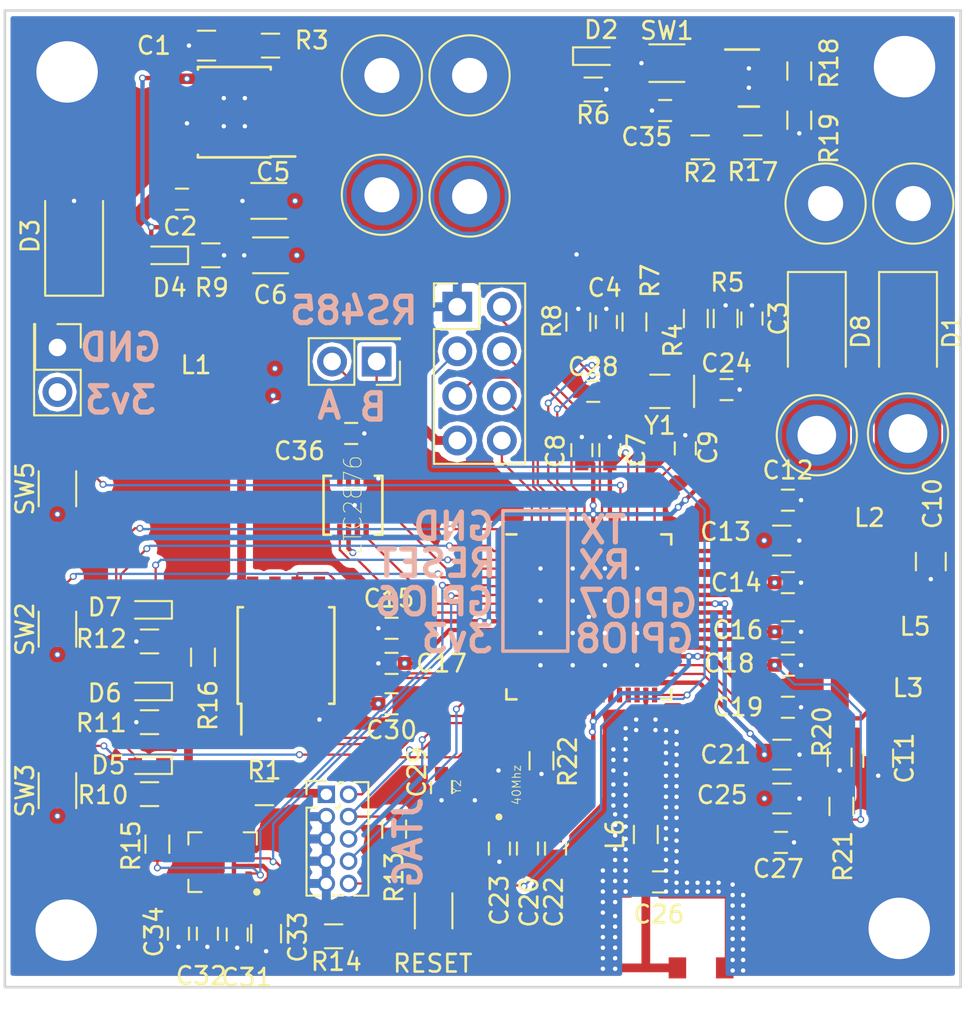
<source format=kicad_pcb>
(kicad_pcb (version 4) (host pcbnew 4.0.6)
  (layers (0 F.Cu signal) (1 In1.Cu signal) (2 In2.Cu signal) (31 B.Cu signal) (34 B.Paste user) (35 F.Paste user) (36 B.SilkS user) (37 F.SilkS user) (38 B.Mask user) (39 F.Mask user) (44 Edge.Cuts user))
  (net 0 "")
  (net 1 Earth)
  (net 2 12V)
  (net 3 "Net-(C2-Pad2)")
  (net 4 "Net-(C2-Pad1)")
  (net 5 ADC_V)
  (net 6 ADC_I)
  (net 7 3v3)
  (net 8 VDD_DIG)
  (net 9 "Net-(C9-Pad1)")
  (net 10 VDD_ANA)
  (net 11 "Net-(C20-Pad2)")
  (net 12 VDD_PA)
  (net 13 XTAL_P)
  (net 14 RTC_P)
  (net 15 RTC_N)
  (net 16 XTAL_N)
  (net 17 "Net-(C32-Pad1)")
  (net 18 "Net-(C34-Pad1)")
  (net 19 "Net-(D2-Pad1)")
  (net 20 "Net-(D4-Pad1)")
  (net 21 "Net-(D5-Pad2)")
  (net 22 "Net-(D5-Pad1)")
  (net 23 "Net-(D6-Pad2)")
  (net 24 "Net-(D6-Pad1)")
  (net 25 "Net-(D7-Pad2)")
  (net 26 "Net-(D7-Pad1)")
  (net 27 "Net-(J6-Pad1)")
  (net 28 JTAG_TMS)
  (net 29 JTAG_TCK)
  (net 30 JTAG_TDO)
  (net 31 JTAG_TDI)
  (net 32 nRESET)
  (net 33 DIG_SW)
  (net 34 ANA_SW)
  (net 35 "Net-(L5-Pad2)")
  (net 36 "Net-(L5-Pad1)")
  (net 37 "Net-(L6-Pad1)")
  (net 38 "Net-(Q1-Pad2)")
  (net 39 "Net-(R3-Pad2)")
  (net 40 "Net-(R7-Pad2)")
  (net 41 SDA)
  (net 42 SCL)
  (net 43 SFL_CS)
  (net 44 "Net-(U2-Pad6)")
  (net 45 "Net-(SW2-Pad2)")
  (net 46 TX)
  (net 47 RX)
  (net 48 SFL_CLK)
  (net 49 SFL_DOUT)
  (net 50 SFL_DIN)
  (net 51 "Net-(SW3-Pad2)")
  (net 52 "Net-(U3-Pad18)")
  (net 53 "Net-(U3-Pad26)")
  (net 54 "Net-(U3-Pad27)")
  (net 55 "Net-(U3-Pad28)")
  (net 56 "Net-(U3-Pad29)")
  (net 57 "Net-(U3-Pad30)")
  (net 58 "Net-(U3-Pad31)")
  (net 59 "Net-(U3-Pad45)")
  (net 60 "Net-(U3-Pad46)")
  (net 61 GPIO6)
  (net 62 GPIO7)
  (net 63 GPIO8)
  (net 64 "Net-(U6-Pad9)")
  (net 65 "Net-(U6-Pad10)")
  (net 66 "Net-(U6-Pad11)")
  (net 67 "Net-(U6-Pad12)")
  (net 68 "Net-(U6-Pad13)")
  (net 69 "Net-(J2-Pad1)")
  (net 70 "Net-(C35-Pad2)")
  (net 71 RS-B)
  (net 72 RS-A)
  (net 73 "Net-(R17-Pad1)")
  (net 74 "Net-(R18-Pad1)")
  (net 75 "Net-(SW1-Pad2)")
  (net 76 DE)
  (net 77 "Net-(U7-Pad2)")
  (net 78 "Net-(U7-Pad6)")
  (net 79 "Net-(U7-Pad8)")
  (net 80 "Net-(D1-Pad2)")
  (net 81 "Net-(D8-Pad2)")
  (net 82 "Net-(SW5-Pad2)")
  (net 83 FLASH_TX)
  (net 84 FLASH_RX)
  (net 85 "Net-(U3-Pad50)")
  (net 86 "Net-(U3-Pad60)")
  (net 87 "Net-(R20-Pad2)")
  (net 88 "Net-(R21-Pad2)")
  (net 89 "Net-(R22-Pad2)")
  (module Dizzy:VIA-0.4 (layer F.Cu) (at 129.9 126.3)
    (fp_text reference REF** hide)
    (fp_text value VIA-0.4 hide)
    (pad 1 thru_hole circle (at -0.1 0) (size 0.4 0.4) (drill 0.25) (layers *.Cu) (net 1 Earth))
  )
  (module Dizzy:VIA-0.4 (layer F.Cu) (at 129.3 126.3)
    (fp_text reference REF** hide)
    (fp_text value VIA-0.4 hide)
    (pad 1 thru_hole circle (at -0.1 0) (size 0.4 0.4) (drill 0.25) (layers *.Cu) (net 1 Earth))
  )
  (module Dizzy:VIA-0.4 (layer F.Cu) (at 128.7 126.3)
    (fp_text reference REF** hide)
    (fp_text value VIA-0.4 hide)
    (pad 1 thru_hole circle (at -0.1 0) (size 0.4 0.4) (drill 0.25) (layers *.Cu) (net 1 Earth))
  )
  (module Dizzy:VIA-0.4 (layer F.Cu) (at 128.1 126.3)
    (fp_text reference REF** hide)
    (fp_text value VIA-0.4 hide)
    (pad 1 thru_hole circle (at -0.1 0) (size 0.4 0.4) (drill 0.25) (layers *.Cu) (net 1 Earth))
  )
  (module Dizzy:VIA-0.4 (layer F.Cu) (at 127.5 117.7)
    (fp_text reference REF** hide)
    (fp_text value VIA-0.4 hide)
    (pad 1 thru_hole circle (at -0.1 0) (size 0.4 0.4) (drill 0.25) (layers *.Cu) (net 1 Earth))
  )
  (module Dizzy:VIA-0.4 (layer F.Cu) (at 127.5 118.4)
    (fp_text reference REF** hide)
    (fp_text value VIA-0.4 hide)
    (pad 1 thru_hole circle (at -0.1 0) (size 0.4 0.4) (drill 0.25) (layers *.Cu) (net 1 Earth))
  )
  (module Dizzy:VIA-0.4 (layer F.Cu) (at 127.5 121.4)
    (fp_text reference REF** hide)
    (fp_text value VIA-0.4 hide)
    (pad 1 thru_hole circle (at -0.1 0) (size 0.4 0.4) (drill 0.25) (layers *.Cu) (net 1 Earth))
  )
  (module Dizzy:VIA-0.4 (layer F.Cu) (at 127.5 119.6)
    (fp_text reference REF** hide)
    (fp_text value VIA-0.4 hide)
    (pad 1 thru_hole circle (at -0.1 0) (size 0.4 0.4) (drill 0.25) (layers *.Cu) (net 1 Earth))
  )
  (module Dizzy:VIA-0.4 (layer F.Cu) (at 127.5 120.8)
    (fp_text reference REF** hide)
    (fp_text value VIA-0.4 hide)
    (pad 1 thru_hole circle (at -0.1 0) (size 0.4 0.4) (drill 0.25) (layers *.Cu) (net 1 Earth))
  )
  (module Dizzy:VIA-0.4 (layer F.Cu) (at 127.5 119)
    (fp_text reference REF** hide)
    (fp_text value VIA-0.4 hide)
    (pad 1 thru_hole circle (at -0.1 0) (size 0.4 0.4) (drill 0.25) (layers *.Cu) (net 1 Earth))
  )
  (module Dizzy:VIA-0.4 (layer F.Cu) (at 127.5 120.2)
    (fp_text reference REF** hide)
    (fp_text value VIA-0.4 hide)
    (pad 1 thru_hole circle (at -0.1 0) (size 0.4 0.4) (drill 0.25) (layers *.Cu) (net 1 Earth))
  )
  (module Dizzy:VIA-0.4 (layer F.Cu) (at 127.5 122)
    (fp_text reference REF** hide)
    (fp_text value VIA-0.4 hide)
    (pad 1 thru_hole circle (at -0.1 0) (size 0.4 0.4) (drill 0.25) (layers *.Cu) (net 1 Earth))
  )
  (module Dizzy:VIA-0.4 (layer F.Cu) (at 127.5 122.6)
    (fp_text reference REF** hide)
    (fp_text value VIA-0.4 hide)
    (pad 1 thru_hole circle (at -0.1 0) (size 0.4 0.4) (drill 0.25) (layers *.Cu) (net 1 Earth))
  )
  (module Dizzy:VIA-0.4 (layer F.Cu) (at 127.5 123.3)
    (fp_text reference REF** hide)
    (fp_text value VIA-0.4 hide)
    (pad 1 thru_hole circle (at -0.1 0) (size 0.4 0.4) (drill 0.25) (layers *.Cu) (net 1 Earth))
  )
  (module Dizzy:VIA-0.4 (layer F.Cu) (at 127.5 126.3)
    (fp_text reference REF** hide)
    (fp_text value VIA-0.4 hide)
    (pad 1 thru_hole circle (at -0.1 0) (size 0.4 0.4) (drill 0.25) (layers *.Cu) (net 1 Earth))
  )
  (module Dizzy:VIA-0.4 (layer F.Cu) (at 127.5 124.5)
    (fp_text reference REF** hide)
    (fp_text value VIA-0.4 hide)
    (pad 1 thru_hole circle (at -0.1 0) (size 0.4 0.4) (drill 0.25) (layers *.Cu) (net 1 Earth))
  )
  (module Dizzy:VIA-0.4 (layer F.Cu) (at 127.5 125.7)
    (fp_text reference REF** hide)
    (fp_text value VIA-0.4 hide)
    (pad 1 thru_hole circle (at -0.1 0) (size 0.4 0.4) (drill 0.25) (layers *.Cu) (net 1 Earth))
  )
  (module Dizzy:VIA-0.4 (layer F.Cu) (at 127.5 123.9)
    (fp_text reference REF** hide)
    (fp_text value VIA-0.4 hide)
    (pad 1 thru_hole circle (at -0.1 0) (size 0.4 0.4) (drill 0.25) (layers *.Cu) (net 1 Earth))
  )
  (module Dizzy:VIA-0.4 (layer F.Cu) (at 127.5 125.1)
    (fp_text reference REF** hide)
    (fp_text value VIA-0.4 hide)
    (pad 1 thru_hole circle (at -0.1 0) (size 0.4 0.4) (drill 0.25) (layers *.Cu) (net 1 Earth))
  )
  (module Dizzy:VIA-0.4 (layer F.Cu) (at 131.3 127)
    (fp_text reference REF** hide)
    (fp_text value VIA-0.4 hide)
    (pad 1 thru_hole circle (at -0.1 0) (size 0.4 0.4) (drill 0.25) (layers *.Cu) (net 1 Earth))
  )
  (module Dizzy:VIA-0.4 (layer F.Cu) (at 131.3 127.6)
    (fp_text reference REF** hide)
    (fp_text value VIA-0.4 hide)
    (pad 1 thru_hole circle (at -0.1 0) (size 0.4 0.4) (drill 0.25) (layers *.Cu) (net 1 Earth))
  )
  (module Dizzy:VIA-0.4 (layer F.Cu) (at 131.3 128.3)
    (fp_text reference REF** hide)
    (fp_text value VIA-0.4 hide)
    (pad 1 thru_hole circle (at -0.1 0) (size 0.4 0.4) (drill 0.25) (layers *.Cu) (net 1 Earth))
  )
  (module Dizzy:VIA-0.4 (layer F.Cu) (at 131.3 131.3)
    (fp_text reference REF** hide)
    (fp_text value VIA-0.4 hide)
    (pad 1 thru_hole circle (at -0.1 0) (size 0.4 0.4) (drill 0.25) (layers *.Cu) (net 1 Earth))
  )
  (module Dizzy:VIA-0.4 (layer F.Cu) (at 131.3 129.5)
    (fp_text reference REF** hide)
    (fp_text value VIA-0.4 hide)
    (pad 1 thru_hole circle (at -0.1 0) (size 0.4 0.4) (drill 0.25) (layers *.Cu) (net 1 Earth))
  )
  (module Dizzy:VIA-0.4 (layer F.Cu) (at 131.3 130.7)
    (fp_text reference REF** hide)
    (fp_text value VIA-0.4 hide)
    (pad 1 thru_hole circle (at -0.1 0) (size 0.4 0.4) (drill 0.25) (layers *.Cu) (net 1 Earth))
  )
  (module Dizzy:VIA-0.4 (layer F.Cu) (at 131.3 128.9)
    (fp_text reference REF** hide)
    (fp_text value VIA-0.4 hide)
    (pad 1 thru_hole circle (at -0.1 0) (size 0.4 0.4) (drill 0.25) (layers *.Cu) (net 1 Earth))
  )
  (module Dizzy:VIA-0.4 (layer F.Cu) (at 131.3 130.1)
    (fp_text reference REF** hide)
    (fp_text value VIA-0.4 hide)
    (pad 1 thru_hole circle (at -0.1 0) (size 0.4 0.4) (drill 0.25) (layers *.Cu) (net 1 Earth))
  )
  (module Dizzy:VIA-0.4 (layer F.Cu) (at 123.3 127.4)
    (fp_text reference REF** hide)
    (fp_text value VIA-0.4 hide)
    (pad 1 thru_hole circle (at -0.1 0) (size 0.4 0.4) (drill 0.25) (layers *.Cu) (net 1 Earth))
  )
  (module Dizzy:VIA-0.4 (layer F.Cu) (at 123.3 125.6)
    (fp_text reference REF** hide)
    (fp_text value VIA-0.4 hide)
    (pad 1 thru_hole circle (at -0.1 0) (size 0.4 0.4) (drill 0.25) (layers *.Cu) (net 1 Earth))
  )
  (module Dizzy:VIA-0.4 (layer F.Cu) (at 123.3 126.8)
    (fp_text reference REF** hide)
    (fp_text value VIA-0.4 hide)
    (pad 1 thru_hole circle (at -0.1 0) (size 0.4 0.4) (drill 0.25) (layers *.Cu) (net 1 Earth))
  )
  (module Dizzy:VIA-0.4 (layer F.Cu) (at 123.3 126.2)
    (fp_text reference REF** hide)
    (fp_text value VIA-0.4 hide)
    (pad 1 thru_hole circle (at -0.1 0) (size 0.4 0.4) (drill 0.25) (layers *.Cu) (net 1 Earth))
  )
  (module Dizzy:VIA-0.4 (layer F.Cu) (at 123.3 128)
    (fp_text reference REF** hide)
    (fp_text value VIA-0.4 hide)
    (pad 1 thru_hole circle (at -0.1 0) (size 0.4 0.4) (drill 0.25) (layers *.Cu) (net 1 Earth))
  )
  (module Dizzy:VIA-0.4 (layer F.Cu) (at 123.3 128.8)
    (fp_text reference REF** hide)
    (fp_text value VIA-0.4 hide)
    (pad 1 thru_hole circle (at -0.1 0) (size 0.4 0.4) (drill 0.25) (layers *.Cu) (net 1 Earth))
  )
  (module Dizzy:VIA-0.4 (layer F.Cu) (at 123.3 129.4)
    (fp_text reference REF** hide)
    (fp_text value VIA-0.4 hide)
    (pad 1 thru_hole circle (at -0.1 0) (size 0.4 0.4) (drill 0.25) (layers *.Cu) (net 1 Earth))
  )
  (module Dizzy:VIA-0.4 (layer F.Cu) (at 123.3 130)
    (fp_text reference REF** hide)
    (fp_text value VIA-0.4 hide)
    (pad 1 thru_hole circle (at -0.1 0) (size 0.4 0.4) (drill 0.25) (layers *.Cu) (net 1 Earth))
  )
  (module Dizzy:VIA-0.4 (layer F.Cu) (at 123.3 130.6)
    (fp_text reference REF** hide)
    (fp_text value VIA-0.4 hide)
    (pad 1 thru_hole circle (at -0.1 0) (size 0.4 0.4) (drill 0.25) (layers *.Cu) (net 1 Earth))
  )
  (module Dizzy:VIA-0.4 (layer F.Cu) (at 123.3 131.2)
    (fp_text reference REF** hide)
    (fp_text value VIA-0.4 hide)
    (pad 1 thru_hole circle (at -0.1 0) (size 0.4 0.4) (drill 0.25) (layers *.Cu) (net 1 Earth))
  )
  (module Dizzy:VIA-0.4 (layer F.Cu) (at 123.9 119.9)
    (fp_text reference REF** hide)
    (fp_text value VIA-0.4 hide)
    (pad 1 thru_hole circle (at -0.1 0) (size 0.4 0.4) (drill 0.25) (layers *.Cu) (net 1 Earth))
  )
  (module Dizzy:VIA-0.4 (layer F.Cu) (at 123.9 121.9)
    (fp_text reference REF** hide)
    (fp_text value VIA-0.4 hide)
    (pad 1 thru_hole circle (at -0.1 0) (size 0.4 0.4) (drill 0.25) (layers *.Cu) (net 1 Earth))
  )
  (module Dizzy:VIA-0.4 (layer F.Cu) (at 123.9 120.7)
    (fp_text reference REF** hide)
    (fp_text value VIA-0.4 hide)
    (pad 1 thru_hole circle (at -0.1 0) (size 0.4 0.4) (drill 0.25) (layers *.Cu) (net 1 Earth))
  )
  (module Dizzy:VIA-0.4 (layer F.Cu) (at 123.9 121.3)
    (fp_text reference REF** hide)
    (fp_text value VIA-0.4 hide)
    (pad 1 thru_hole circle (at -0.1 0) (size 0.4 0.4) (drill 0.25) (layers *.Cu) (net 1 Earth))
  )
  (module Dizzy:VIA-0.4 (layer F.Cu) (at 123.9 119.3)
    (fp_text reference REF** hide)
    (fp_text value VIA-0.4 hide)
    (pad 1 thru_hole circle (at -0.1 0) (size 0.4 0.4) (drill 0.25) (layers *.Cu) (net 1 Earth))
  )
  (module Dizzy:VIA-0.4 (layer F.Cu) (at 123.9 118.7)
    (fp_text reference REF** hide)
    (fp_text value VIA-0.4 hide)
    (pad 1 thru_hole circle (at -0.1 0) (size 0.4 0.4) (drill 0.25) (layers *.Cu) (net 1 Earth))
  )
  (module Dizzy:VIA-0.4 (layer F.Cu) (at 124 123.6)
    (fp_text reference REF** hide)
    (fp_text value VIA-0.4 hide)
    (pad 1 thru_hole circle (at -0.1 0) (size 0.4 0.4) (drill 0.25) (layers *.Cu) (net 1 Earth))
  )
  (module Dizzy:VIA-0.4 (layer F.Cu) (at 124 125.6)
    (fp_text reference REF** hide)
    (fp_text value VIA-0.4 hide)
    (pad 1 thru_hole circle (at -0.1 0) (size 0.4 0.4) (drill 0.25) (layers *.Cu) (net 1 Earth))
  )
  (module Dizzy:VIA-0.4 (layer F.Cu) (at 124 124.4)
    (fp_text reference REF** hide)
    (fp_text value VIA-0.4 hide)
    (pad 1 thru_hole circle (at -0.1 0) (size 0.4 0.4) (drill 0.25) (layers *.Cu) (net 1 Earth))
  )
  (module Dizzy:VIA-0.4 (layer F.Cu) (at 124 125)
    (fp_text reference REF** hide)
    (fp_text value VIA-0.4 hide)
    (pad 1 thru_hole circle (at -0.1 0) (size 0.4 0.4) (drill 0.25) (layers *.Cu) (net 1 Earth))
  )
  (module Dizzy:VIA-0.4 (layer F.Cu) (at 124 123)
    (fp_text reference REF** hide)
    (fp_text value VIA-0.4 hide)
    (pad 1 thru_hole circle (at -0.1 0) (size 0.4 0.4) (drill 0.25) (layers *.Cu) (net 1 Earth))
  )
  (module Dizzy:VIA-0.4 (layer F.Cu) (at 124 122.4)
    (fp_text reference REF** hide)
    (fp_text value VIA-0.4 hide)
    (pad 1 thru_hole circle (at -0.1 0) (size 0.4 0.4) (drill 0.25) (layers *.Cu) (net 1 Earth))
  )
  (module Dizzy:VIA-0.4 (layer F.Cu) (at 129.9 126.8)
    (fp_text reference REF** hide)
    (fp_text value VIA-0.4 hide)
    (pad 1 thru_hole circle (at -0.1 0) (size 0.4 0.4) (drill 0.25) (layers *.Cu) (net 1 Earth))
  )
  (module Dizzy:VIA-0.4 (layer F.Cu) (at 129.3 126.8)
    (fp_text reference REF** hide)
    (fp_text value VIA-0.4 hide)
    (pad 1 thru_hole circle (at -0.1 0) (size 0.4 0.4) (drill 0.25) (layers *.Cu) (net 1 Earth))
  )
  (module Dizzy:VIA-0.4 (layer F.Cu) (at 128.7 126.8)
    (fp_text reference REF** hide)
    (fp_text value VIA-0.4 hide)
    (pad 1 thru_hole circle (at -0.1 0) (size 0.4 0.4) (drill 0.25) (layers *.Cu) (net 1 Earth))
  )
  (module Dizzy:VIA-0.4 (layer F.Cu) (at 128.1 126.8)
    (fp_text reference REF** hide)
    (fp_text value VIA-0.4 hide)
    (pad 1 thru_hole circle (at -0.1 0) (size 0.4 0.4) (drill 0.25) (layers *.Cu) (net 1 Earth))
  )
  (module Dizzy:VIA-0.4 (layer F.Cu) (at 127.5 126.8)
    (fp_text reference REF** hide)
    (fp_text value VIA-0.4 hide)
    (pad 1 thru_hole circle (at -0.1 0) (size 0.4 0.4) (drill 0.25) (layers *.Cu) (net 1 Earth))
  )
  (module Dizzy:VIA-0.4 (layer F.Cu) (at 124.6 117.5)
    (fp_text reference REF** hide)
    (fp_text value VIA-0.4 hide)
    (pad 1 thru_hole circle (at -0.1 0) (size 0.4 0.4) (drill 0.25) (layers *.Cu) (net 1 Earth))
  )
  (module Dizzy:VIA-0.4 (layer F.Cu) (at 126.9 117.6)
    (fp_text reference REF** hide)
    (fp_text value VIA-0.4 hide)
    (pad 1 thru_hole circle (at -0.1 0) (size 0.4 0.4) (drill 0.25) (layers *.Cu) (net 1 Earth))
  )
  (module Dizzy:VIA-0.4 (layer F.Cu) (at 126.3 117.6)
    (fp_text reference REF** hide)
    (fp_text value VIA-0.4 hide)
    (pad 1 thru_hole circle (at -0.1 0) (size 0.4 0.4) (drill 0.25) (layers *.Cu) (net 1 Earth))
  )
  (module Dizzy:VIA-0.4 (layer F.Cu) (at 126.3 117)
    (fp_text reference REF** hide)
    (fp_text value VIA-0.4 hide)
    (pad 1 thru_hole circle (at -0.1 0) (size 0.4 0.4) (drill 0.25) (layers *.Cu) (net 1 Earth))
  )
  (module Dizzy:VIA-0.4 (layer F.Cu) (at 125.2 117)
    (fp_text reference REF** hide)
    (fp_text value VIA-0.4 hide)
    (pad 1 thru_hole circle (at -0.1 0) (size 0.4 0.4) (drill 0.25) (layers *.Cu) (net 1 Earth))
  )
  (module Dizzy:VIA-0.4 (layer F.Cu) (at 125.2 117.6)
    (fp_text reference REF** hide)
    (fp_text value VIA-0.4 hide)
    (pad 1 thru_hole circle (at -0.1 0) (size 0.4 0.4) (drill 0.25) (layers *.Cu) (net 1 Earth))
  )
  (module Dizzy:VIA-0.4 (layer F.Cu) (at 124.6 118.7)
    (fp_text reference REF** hide)
    (fp_text value VIA-0.4 hide)
    (pad 1 thru_hole circle (at -0.1 0) (size 0.4 0.4) (drill 0.25) (layers *.Cu) (net 1 Earth))
  )
  (module Dizzy:VIA-0.4 (layer F.Cu) (at 124.6 118.1)
    (fp_text reference REF** hide)
    (fp_text value VIA-0.4 hide)
    (pad 1 thru_hole circle (at -0.1 0) (size 0.4 0.4) (drill 0.25) (layers *.Cu) (net 1 Earth))
  )
  (module Dizzy:VIA-0.4 (layer F.Cu) (at 124.6 119.3)
    (fp_text reference REF** hide)
    (fp_text value VIA-0.4 hide)
    (pad 1 thru_hole circle (at -0.1 0) (size 0.4 0.4) (drill 0.25) (layers *.Cu) (net 1 Earth))
  )
  (module Dizzy:VIA-0.4 (layer F.Cu) (at 126.9 118.9)
    (fp_text reference REF** hide)
    (fp_text value VIA-0.4 hide)
    (pad 1 thru_hole circle (at -0.1 0) (size 0.4 0.4) (drill 0.25) (layers *.Cu) (net 1 Earth))
  )
  (module Dizzy:VIA-0.4 (layer F.Cu) (at 126.9 118.3)
    (fp_text reference REF** hide)
    (fp_text value VIA-0.4 hide)
    (pad 1 thru_hole circle (at -0.1 0) (size 0.4 0.4) (drill 0.25) (layers *.Cu) (net 1 Earth))
  )
  (module Dizzy:VIA-0.4 (layer F.Cu) (at 126.9 119.5)
    (fp_text reference REF** hide)
    (fp_text value VIA-0.4 hide)
    (pad 1 thru_hole circle (at -0.1 0) (size 0.4 0.4) (drill 0.25) (layers *.Cu) (net 1 Earth))
  )
  (module Dizzy:VIA-0.4 (layer F.Cu) (at 124 126.8)
    (fp_text reference REF** hide)
    (fp_text value VIA-0.4 hide)
    (pad 1 thru_hole circle (at -0.1 0) (size 0.4 0.4) (drill 0.25) (layers *.Cu) (net 1 Earth))
  )
  (module Dizzy:VIA-0.4 (layer F.Cu) (at 124 126.2)
    (fp_text reference REF** hide)
    (fp_text value VIA-0.4 hide)
    (pad 1 thru_hole circle (at -0.1 0) (size 0.4 0.4) (drill 0.25) (layers *.Cu) (net 1 Earth))
  )
  (module Dizzy:VIA-0.4 (layer F.Cu) (at 124 127.4)
    (fp_text reference REF** hide)
    (fp_text value VIA-0.4 hide)
    (pad 1 thru_hole circle (at -0.1 0) (size 0.4 0.4) (drill 0.25) (layers *.Cu) (net 1 Earth))
  )
  (module Dizzy:VIA-0.4 (layer F.Cu) (at 130.7 126.4)
    (fp_text reference REF** hide)
    (fp_text value VIA-0.4 hide)
    (pad 1 thru_hole circle (at -0.1 0) (size 0.4 0.4) (drill 0.25) (layers *.Cu) (net 1 Earth))
  )
  (module Dizzy:VIA-0.4 (layer F.Cu) (at 130.7 127)
    (fp_text reference REF** hide)
    (fp_text value VIA-0.4 hide)
    (pad 1 thru_hole circle (at -0.1 0) (size 0.4 0.4) (drill 0.25) (layers *.Cu) (net 1 Earth))
  )
  (module Dizzy:VIA-0.4 (layer F.Cu) (at 130.7 127.6)
    (fp_text reference REF** hide)
    (fp_text value VIA-0.4 hide)
    (pad 1 thru_hole circle (at -0.1 0) (size 0.4 0.4) (drill 0.25) (layers *.Cu) (net 1 Earth))
  )
  (module Dizzy:VIA-0.4 (layer F.Cu) (at 130.7 128.3)
    (fp_text reference REF** hide)
    (fp_text value VIA-0.4 hide)
    (pad 1 thru_hole circle (at -0.1 0) (size 0.4 0.4) (drill 0.25) (layers *.Cu) (net 1 Earth))
  )
  (module Dizzy:VIA-0.4 (layer F.Cu) (at 130.7 128.9)
    (fp_text reference REF** hide)
    (fp_text value VIA-0.4 hide)
    (pad 1 thru_hole circle (at -0.1 0) (size 0.4 0.4) (drill 0.25) (layers *.Cu) (net 1 Earth))
  )
  (module Dizzy:VIA-0.4 (layer F.Cu) (at 130.7 129.5)
    (fp_text reference REF** hide)
    (fp_text value VIA-0.4 hide)
    (pad 1 thru_hole circle (at -0.1 0) (size 0.4 0.4) (drill 0.25) (layers *.Cu) (net 1 Earth))
  )
  (module Dizzy:VIA-0.4 (layer F.Cu) (at 130.7 130.1)
    (fp_text reference REF** hide)
    (fp_text value VIA-0.4 hide)
    (pad 1 thru_hole circle (at -0.1 0) (size 0.4 0.4) (drill 0.25) (layers *.Cu) (net 1 Earth))
  )
  (module Dizzy:VIA-0.4 (layer F.Cu) (at 130.7 130.7)
    (fp_text reference REF** hide)
    (fp_text value VIA-0.4 hide)
    (pad 1 thru_hole circle (at -0.1 0) (size 0.4 0.4) (drill 0.25) (layers *.Cu) (net 1 Earth))
  )
  (module Dizzy:VIA-0.4 (layer F.Cu) (at 130.7 131.3)
    (fp_text reference REF** hide)
    (fp_text value VIA-0.4 hide)
    (pad 1 thru_hole circle (at -0.1 0) (size 0.4 0.4) (drill 0.25) (layers *.Cu) (net 1 Earth))
  )
  (module Dizzy:VIA-0.4 (layer F.Cu) (at 126.9 120.2)
    (fp_text reference REF** hide)
    (fp_text value VIA-0.4 hide)
    (pad 1 thru_hole circle (at -0.1 0) (size 0.4 0.4) (drill 0.25) (layers *.Cu) (net 1 Earth))
  )
  (module Dizzy:VIA-0.4 (layer F.Cu) (at 126.9 120.8)
    (fp_text reference REF** hide)
    (fp_text value VIA-0.4 hide)
    (pad 1 thru_hole circle (at -0.1 0) (size 0.4 0.4) (drill 0.25) (layers *.Cu) (net 1 Earth))
  )
  (module Dizzy:VIA-0.4 (layer F.Cu) (at 126.9 121.4)
    (fp_text reference REF** hide)
    (fp_text value VIA-0.4 hide)
    (pad 1 thru_hole circle (at -0.1 0) (size 0.4 0.4) (drill 0.25) (layers *.Cu) (net 1 Earth))
  )
  (module Dizzy:VIA-0.4 (layer F.Cu) (at 126.9 122)
    (fp_text reference REF** hide)
    (fp_text value VIA-0.4 hide)
    (pad 1 thru_hole circle (at -0.1 0) (size 0.4 0.4) (drill 0.25) (layers *.Cu) (net 1 Earth))
  )
  (module Dizzy:VIA-0.4 (layer F.Cu) (at 126.9 122.6)
    (fp_text reference REF** hide)
    (fp_text value VIA-0.4 hide)
    (pad 1 thru_hole circle (at -0.1 0) (size 0.4 0.4) (drill 0.25) (layers *.Cu) (net 1 Earth))
  )
  (module Dizzy:VIA-0.4 (layer F.Cu) (at 126.9 123.2)
    (fp_text reference REF** hide)
    (fp_text value VIA-0.4 hide)
    (pad 1 thru_hole circle (at -0.1 0) (size 0.4 0.4) (drill 0.25) (layers *.Cu) (net 1 Earth))
  )
  (module Dizzy:VIA-0.4 (layer F.Cu) (at 126.9 123.8)
    (fp_text reference REF** hide)
    (fp_text value VIA-0.4 hide)
    (pad 1 thru_hole circle (at -0.1 0) (size 0.4 0.4) (drill 0.25) (layers *.Cu) (net 1 Earth))
  )
  (module Dizzy:VIA-0.4 (layer F.Cu) (at 126.9 124.4)
    (fp_text reference REF** hide)
    (fp_text value VIA-0.4 hide)
    (pad 1 thru_hole circle (at -0.1 0) (size 0.4 0.4) (drill 0.25) (layers *.Cu) (net 1 Earth))
  )
  (module Dizzy:VIA-0.4 (layer F.Cu) (at 126.9 125)
    (fp_text reference REF** hide)
    (fp_text value VIA-0.4 hide)
    (pad 1 thru_hole circle (at -0.1 0) (size 0.4 0.4) (drill 0.25) (layers *.Cu) (net 1 Earth))
  )
  (module Dizzy:VIA-0.4 (layer F.Cu) (at 126.9 125.6)
    (fp_text reference REF** hide)
    (fp_text value VIA-0.4 hide)
    (pad 1 thru_hole circle (at -0.1 0) (size 0.4 0.4) (drill 0.25) (layers *.Cu) (net 1 Earth))
  )
  (module Dizzy:VIA-0.4 (layer F.Cu) (at 126.9 126.2)
    (fp_text reference REF** hide)
    (fp_text value VIA-0.4 hide)
    (pad 1 thru_hole circle (at -0.1 0) (size 0.4 0.4) (drill 0.25) (layers *.Cu) (net 1 Earth))
  )
  (module Dizzy:VIA-0.4 (layer F.Cu) (at 126.9 126.8)
    (fp_text reference REF** hide)
    (fp_text value VIA-0.4 hide)
    (pad 1 thru_hole circle (at -0.1 0) (size 0.4 0.4) (drill 0.25) (layers *.Cu) (net 1 Earth))
  )
  (module Dizzy:VIA-0.4 (layer F.Cu) (at 124.6 120.1)
    (fp_text reference REF** hide)
    (fp_text value VIA-0.4 hide)
    (pad 1 thru_hole circle (at -0.1 0) (size 0.4 0.4) (drill 0.25) (layers *.Cu) (net 1 Earth))
  )
  (module Dizzy:VIA-0.4 (layer F.Cu) (at 124.6 120.7)
    (fp_text reference REF** hide)
    (fp_text value VIA-0.4 hide)
    (pad 1 thru_hole circle (at -0.1 0) (size 0.4 0.4) (drill 0.25) (layers *.Cu) (net 1 Earth))
  )
  (module Dizzy:VIA-0.4 (layer F.Cu) (at 124.6 121.3)
    (fp_text reference REF** hide)
    (fp_text value VIA-0.4 hide)
    (pad 1 thru_hole circle (at -0.1 0) (size 0.4 0.4) (drill 0.25) (layers *.Cu) (net 1 Earth))
  )
  (module Dizzy:VIA-0.4 (layer F.Cu) (at 124.6 121.9)
    (fp_text reference REF** hide)
    (fp_text value VIA-0.4 hide)
    (pad 1 thru_hole circle (at -0.1 0) (size 0.4 0.4) (drill 0.25) (layers *.Cu) (net 1 Earth))
  )
  (module Dizzy:VIA-0.4 (layer F.Cu) (at 124.6 122.5)
    (fp_text reference REF** hide)
    (fp_text value VIA-0.4 hide)
    (pad 1 thru_hole circle (at -0.1 0) (size 0.4 0.4) (drill 0.25) (layers *.Cu) (net 1 Earth))
  )
  (module Dizzy:VIA-0.4 (layer F.Cu) (at 124.6 123.1)
    (fp_text reference REF** hide)
    (fp_text value VIA-0.4 hide)
    (pad 1 thru_hole circle (at -0.1 0) (size 0.4 0.4) (drill 0.25) (layers *.Cu) (net 1 Earth))
  )
  (module Dizzy:VIA-0.4 (layer F.Cu) (at 124.6 123.8)
    (fp_text reference REF** hide)
    (fp_text value VIA-0.4 hide)
    (pad 1 thru_hole circle (at -0.1 0) (size 0.4 0.4) (drill 0.25) (layers *.Cu) (net 1 Earth))
  )
  (module Dizzy:VIA-0.4 (layer F.Cu) (at 124.6 124.4)
    (fp_text reference REF** hide)
    (fp_text value VIA-0.4 hide)
    (pad 1 thru_hole circle (at -0.1 0) (size 0.4 0.4) (drill 0.25) (layers *.Cu) (net 1 Earth))
  )
  (module Dizzy:VIA-0.4 (layer F.Cu) (at 124.6 125)
    (fp_text reference REF** hide)
    (fp_text value VIA-0.4 hide)
    (pad 1 thru_hole circle (at -0.1 0) (size 0.4 0.4) (drill 0.25) (layers *.Cu) (net 1 Earth))
  )
  (module Dizzy:VIA-0.4 (layer F.Cu) (at 124.6 125.6)
    (fp_text reference REF** hide)
    (fp_text value VIA-0.4 hide)
    (pad 1 thru_hole circle (at -0.1 0) (size 0.4 0.4) (drill 0.25) (layers *.Cu) (net 1 Earth))
  )
  (module Dizzy:VIA-0.4 (layer F.Cu) (at 124.6 126.2)
    (fp_text reference REF** hide)
    (fp_text value VIA-0.4 hide)
    (pad 1 thru_hole circle (at -0.1 0) (size 0.4 0.4) (drill 0.25) (layers *.Cu) (net 1 Earth))
  )
  (module Dizzy:VIA-0.4 (layer F.Cu) (at 124.6 126.8)
    (fp_text reference REF** hide)
    (fp_text value VIA-0.4 hide)
    (pad 1 thru_hole circle (at -0.1 0) (size 0.4 0.4) (drill 0.25) (layers *.Cu) (net 1 Earth))
  )
  (module Dizzy:VIA-0.4 (layer F.Cu) (at 124 128.2)
    (fp_text reference REF** hide)
    (fp_text value VIA-0.4 hide)
    (pad 1 thru_hole circle (at -0.1 0) (size 0.4 0.4) (drill 0.25) (layers *.Cu) (net 1 Earth))
  )
  (module Dizzy:VIA-0.4 (layer F.Cu) (at 124 128.8)
    (fp_text reference REF** hide)
    (fp_text value VIA-0.4 hide)
    (pad 1 thru_hole circle (at -0.1 0) (size 0.4 0.4) (drill 0.25) (layers *.Cu) (net 1 Earth))
  )
  (module Dizzy:VIA-0.4 (layer F.Cu) (at 124 129.4)
    (fp_text reference REF** hide)
    (fp_text value VIA-0.4 hide)
    (pad 1 thru_hole circle (at -0.1 0) (size 0.4 0.4) (drill 0.25) (layers *.Cu) (net 1 Earth))
  )
  (module Dizzy:VIA-0.4 (layer F.Cu) (at 124 130)
    (fp_text reference REF** hide)
    (fp_text value VIA-0.4 hide)
    (pad 1 thru_hole circle (at -0.1 0) (size 0.4 0.4) (drill 0.25) (layers *.Cu) (net 1 Earth))
  )
  (module Dizzy:VIA-0.4 (layer F.Cu) (at 124 130.6)
    (fp_text reference REF** hide)
    (fp_text value VIA-0.4 hide)
    (pad 1 thru_hole circle (at -0.1 0) (size 0.4 0.4) (drill 0.25) (layers *.Cu) (net 1 Earth))
  )
  (module Dizzy:VIA-0.4 (layer F.Cu) (at 124 131.2)
    (fp_text reference REF** hide)
    (fp_text value VIA-0.4 hide)
    (pad 1 thru_hole circle (at -0.1 0) (size 0.4 0.4) (drill 0.25) (layers *.Cu) (net 1 Earth))
  )
  (module Connectors:1pin (layer F.Cu) (at 115.6 87.2)
    (fp_text reference J2 hide)
    (fp_text value M+1)
    (pad 1 thru_hole circle (at 0 0) (size 3.5 3.5) (drill 2) (layers *.Cu *.Mask) (net 69 "Net-(J2-Pad1)"))
  )
  (module Dizzy:Crystal-250X200X55N (layer F.Cu) (at 116.575 120.75 90)
    (fp_text reference Y2 (at -0.081013 -1.70924 90) (layer F.SilkS) (effects (font (size 0.481248 0.481248) (thickness 0.05))))
    (fp_text value 40Mhz (at 0.024125 1.70439 90) (layer F.SilkS) (effects (font (size 0.482604 0.482604) (thickness 0.05))))
    (pad 1 smd rect (at -0.9 0.7 90) (size 1 0.9) (layers F.Cu F.Paste F.Mask) (net 13 XTAL_P))
    (pad 2 smd rect (at 0.9 0.7 90) (size 1 0.9) (layers F.Cu F.Paste F.Mask) (net 1 Earth))
    (pad 4 smd rect (at 0.9 -0.7 90) (size 1 0.9) (layers F.Cu F.Paste F.Mask) (net 16 XTAL_N))
    (pad 3 smd rect (at -0.9 -0.7 90) (size 1 0.9) (layers F.Cu F.Paste F.Mask) (net 1 Earth))
  )
  (module Dizzy:DEA202450BT-3201B2 (layer F.Cu) (at 125.65 121.05 180)
    (fp_text reference U4 hide)
    (fp_text value DEA202450BT-3201B2 hide)
    (pad 5 smd rect (at 0 0 180) (size 0.3 0.2) (layers F.Cu F.Paste F.Mask) (net 37 "Net-(L6-Pad1)"))
    (pad 2 smd rect (at 0 1.05 180) (size 0.3 0.2) (layers F.Cu F.Paste F.Mask) (net 58 "Net-(U3-Pad31)"))
    (pad 3 smd rect (at 1.1 1 180) (size 0.55 0.45) (layers F.Cu F.Paste F.Mask) (net 1 Earth))
    (pad 4 smd rect (at 1.1 0.05 180) (size 0.55 0.45) (layers F.Cu F.Paste F.Mask) (net 1 Earth))
    (pad 1 smd rect (at -1.1 1 180) (size 0.55 0.45) (layers F.Cu F.Paste F.Mask) (net 1 Earth))
    (pad 6 smd rect (at -1.1 0.05 180) (size 0.55 0.45) (layers F.Cu F.Paste F.Mask) (net 1 Earth))
  )
  (module Capacitors_SMD:C_0805 (layer F.Cu) (at 100.6 78.6 180)
    (fp_text reference C1 (at 3 0 180) (layer F.SilkS))
    (fp_text value 22uF)
    (pad 1 smd rect (at -1 0 180) (size 1 1.25) (layers F.Cu F.Paste F.Mask) (net 2 12V))
    (pad 2 smd rect (at 1 0 180) (size 1 1.25) (layers F.Cu F.Paste F.Mask) (net 1 Earth))
  )
  (module Capacitors_SMD:C_0603 (layer F.Cu) (at 99.2 87.35)
    (fp_text reference C2 (at -0.1 1.55) (layer F.SilkS))
    (fp_text value "0.1uF 25V")
    (pad 2 smd rect (at 0.75 0) (size 0.8 0.75) (layers F.Cu F.Paste F.Mask) (net 3 "Net-(C2-Pad2)"))
    (pad 1 smd rect (at -0.75 0) (size 0.8 0.75) (layers F.Cu F.Paste F.Mask) (net 4 "Net-(C2-Pad1)"))
  )
  (module Capacitors_SMD:C_0603 (layer F.Cu) (at 131.7 94.15 270)
    (fp_text reference C3 (at 0 -1.5 270) (layer F.SilkS))
    (fp_text value 0.1uF)
    (pad 2 smd rect (at 0.75 0 270) (size 0.8 0.75) (layers F.Cu F.Paste F.Mask) (net 5 ADC_V))
    (pad 1 smd rect (at -0.75 0 270) (size 0.8 0.75) (layers F.Cu F.Paste F.Mask) (net 1 Earth))
  )
  (module Capacitors_SMD:C_0603 (layer F.Cu) (at 123.4 94.35 270)
    (fp_text reference C4 (at -1.95 0.1 360) (layer F.SilkS))
    (fp_text value 0.1uF)
    (pad 2 smd rect (at 0.75 0 270) (size 0.8 0.75) (layers F.Cu F.Paste F.Mask) (net 6 ADC_I))
    (pad 1 smd rect (at -0.75 0 270) (size 0.8 0.75) (layers F.Cu F.Paste F.Mask) (net 1 Earth))
  )
  (module Capacitors_SMD:C_1206 (layer F.Cu) (at 104.15 87.45 180)
    (fp_text reference C5 (at -0.25 1.65 180) (layer F.SilkS))
    (fp_text value 22uF)
    (pad 1 smd rect (at -1.5 0 180) (size 1 1.6) (layers F.Cu F.Paste F.Mask) (net 7 3v3))
    (pad 2 smd rect (at 1.5 0 180) (size 1 1.6) (layers F.Cu F.Paste F.Mask) (net 1 Earth))
  )
  (module Capacitors_SMD:C_1206 (layer F.Cu) (at 104.25 90.55 180)
    (fp_text reference C6 (at 0 -2.25 180) (layer F.SilkS))
    (fp_text value 22uF)
    (pad 1 smd rect (at -1.5 0 180) (size 1 1.6) (layers F.Cu F.Paste F.Mask) (net 7 3v3))
    (pad 2 smd rect (at 1.5 0 180) (size 1 1.6) (layers F.Cu F.Paste F.Mask) (net 1 Earth))
  )
  (module Capacitors_SMD:C_0603 (layer F.Cu) (at 123.6 101.65 270)
    (fp_text reference C7 (at 0 -1.5 270) (layer F.SilkS))
    (fp_text value 0.1uF)
    (pad 2 smd rect (at 0.75 0 270) (size 0.8 0.75) (layers F.Cu F.Paste F.Mask) (net 7 3v3))
    (pad 1 smd rect (at -0.75 0 270) (size 0.8 0.75) (layers F.Cu F.Paste F.Mask) (net 1 Earth))
  )
  (module Capacitors_SMD:C_0603 (layer F.Cu) (at 122 101.65 270)
    (fp_text reference C8 (at 0.05 1.5 270) (layer F.SilkS))
    (fp_text value 0.1uF)
    (pad 2 smd rect (at 0.75 0 270) (size 0.8 0.75) (layers F.Cu F.Paste F.Mask) (net 8 VDD_DIG))
    (pad 1 smd rect (at -0.75 0 270) (size 0.8 0.75) (layers F.Cu F.Paste F.Mask) (net 1 Earth))
  )
  (module Capacitors_SMD:C_0603 (layer F.Cu) (at 127.9 101.55 90)
    (fp_text reference C9 (at 0.05 1.3 90) (layer F.SilkS))
    (fp_text value 0.1uF)
    (pad 2 smd rect (at 0.75 0 90) (size 0.8 0.75) (layers F.Cu F.Paste F.Mask) (net 1 Earth))
    (pad 1 smd rect (at -0.75 0 90) (size 0.8 0.75) (layers F.Cu F.Paste F.Mask) (net 9 "Net-(C9-Pad1)"))
  )
  (module Capacitors_SMD:C_0805 (layer F.Cu) (at 141.9 108 270)
    (fp_text reference C10 (at -3.3 -0.1 270) (layer F.SilkS))
    (fp_text value 10uF)
    (pad 1 smd rect (at -1 0 270) (size 1 1.25) (layers F.Cu F.Paste F.Mask) (net 8 VDD_DIG))
    (pad 2 smd rect (at 1 0 270) (size 1 1.25) (layers F.Cu F.Paste F.Mask) (net 1 Earth))
  )
  (module Capacitors_SMD:C_0805 (layer F.Cu) (at 138.9 119.2 270)
    (fp_text reference C11 (at 0 -1.5 270) (layer F.SilkS))
    (fp_text value 10uF)
    (pad 1 smd rect (at -1 0 270) (size 1 1.25) (layers F.Cu F.Paste F.Mask) (net 10 VDD_ANA))
    (pad 2 smd rect (at 1 0 270) (size 1 1.25) (layers F.Cu F.Paste F.Mask) (net 1 Earth))
  )
  (module Capacitors_SMD:C_0603 (layer F.Cu) (at 133.75 104.5 180)
    (fp_text reference C12 (at 0 1.7 180) (layer F.SilkS))
    (fp_text value 0.1uF)
    (pad 2 smd rect (at 0.75 0 180) (size 0.8 0.75) (layers F.Cu F.Paste F.Mask) (net 10 VDD_ANA))
    (pad 1 smd rect (at -0.75 0 180) (size 0.8 0.75) (layers F.Cu F.Paste F.Mask) (net 1 Earth))
  )
  (module Capacitors_SMD:C_0805 (layer F.Cu) (at 133.4 106.8 180)
    (fp_text reference C13 (at 3.2 0.5 180) (layer F.SilkS))
    (fp_text value 10uF)
    (pad 1 smd rect (at -1 0 180) (size 1 1.25) (layers F.Cu F.Paste F.Mask) (net 1 Earth))
    (pad 2 smd rect (at 1 0 180) (size 1 1.25) (layers F.Cu F.Paste F.Mask) (net 7 3v3))
  )
  (module Capacitors_SMD:C_0603 (layer F.Cu) (at 133.75 109.2 180)
    (fp_text reference C14 (at 2.95 0 180) (layer F.SilkS))
    (fp_text value 0.1uF)
    (pad 2 smd rect (at 0.75 0 180) (size 0.8 0.75) (layers F.Cu F.Paste F.Mask) (net 7 3v3))
    (pad 1 smd rect (at -0.75 0 180) (size 0.8 0.75) (layers F.Cu F.Paste F.Mask) (net 1 Earth))
  )
  (module Capacitors_SMD:C_0603 (layer F.Cu) (at 111.15 111.8 180)
    (fp_text reference C15 (at 0.15 1.7 180) (layer F.SilkS))
    (fp_text value 0.1uF)
    (pad 2 smd rect (at 0.75 0 180) (size 0.8 0.75) (layers F.Cu F.Paste F.Mask) (net 1 Earth))
    (pad 1 smd rect (at -0.75 0 180) (size 0.8 0.75) (layers F.Cu F.Paste F.Mask) (net 8 VDD_DIG))
  )
  (module Capacitors_SMD:C_0603 (layer F.Cu) (at 133.75 112 180)
    (fp_text reference C16 (at 2.85 0.1 180) (layer F.SilkS))
    (fp_text value 0.1uF)
    (pad 2 smd rect (at 0.75 0 180) (size 0.8 0.75) (layers F.Cu F.Paste F.Mask) (net 7 3v3))
    (pad 1 smd rect (at -0.75 0 180) (size 0.8 0.75) (layers F.Cu F.Paste F.Mask) (net 1 Earth))
  )
  (module Capacitors_SMD:C_0603 (layer F.Cu) (at 111.15 113.8 180)
    (fp_text reference C17 (at -2.85 0 180) (layer F.SilkS))
    (fp_text value 0.1uF)
    (pad 2 smd rect (at 0.75 0 180) (size 0.8 0.75) (layers F.Cu F.Paste F.Mask) (net 1 Earth))
    (pad 1 smd rect (at -0.75 0 180) (size 0.8 0.75) (layers F.Cu F.Paste F.Mask) (net 7 3v3))
  )
  (module Capacitors_SMD:C_0603 (layer F.Cu) (at 133.75 113.9 180)
    (fp_text reference C18 (at 3.35 0.1 180) (layer F.SilkS))
    (fp_text value 0.1uF)
    (pad 2 smd rect (at 0.75 0 180) (size 0.8 0.75) (layers F.Cu F.Paste F.Mask) (net 7 3v3))
    (pad 1 smd rect (at -0.75 0 180) (size 0.8 0.75) (layers F.Cu F.Paste F.Mask) (net 1 Earth))
  )
  (module Capacitors_SMD:C_0603 (layer F.Cu) (at 133.75 116.3 180)
    (fp_text reference C19 (at 2.85 0 180) (layer F.SilkS))
    (fp_text value 0.1uF)
    (pad 2 smd rect (at 0.75 0 180) (size 0.8 0.75) (layers F.Cu F.Paste F.Mask) (net 10 VDD_ANA))
    (pad 1 smd rect (at -0.75 0 180) (size 0.8 0.75) (layers F.Cu F.Paste F.Mask) (net 1 Earth))
  )
  (module Capacitors_SMD:C_0603 (layer F.Cu) (at 118.9 124.35 90)
    (fp_text reference C20 (at -3.05 0.1 90) (layer F.SilkS))
    (fp_text value 0.1uF)
    (pad 2 smd rect (at 0.75 0 90) (size 0.8 0.75) (layers F.Cu F.Paste F.Mask) (net 11 "Net-(C20-Pad2)"))
    (pad 1 smd rect (at -0.75 0 90) (size 0.8 0.75) (layers F.Cu F.Paste F.Mask) (net 1 Earth))
  )
  (module Capacitors_SMD:C_0805 (layer F.Cu) (at 133.411905 119)
    (fp_text reference C21 (at -3.211905 0) (layer F.SilkS))
    (fp_text value 22uF)
    (pad 1 smd rect (at -1 0) (size 1 1.25) (layers F.Cu F.Paste F.Mask) (net 12 VDD_PA))
    (pad 2 smd rect (at 1 0) (size 1 1.25) (layers F.Cu F.Paste F.Mask) (net 1 Earth))
  )
  (module Capacitors_SMD:C_0603 (layer F.Cu) (at 120.5 124.35 90)
    (fp_text reference C22 (at -3.05 -0.1 90) (layer F.SilkS))
    (fp_text value 0.1uF)
    (pad 2 smd rect (at 0.75 0 90) (size 0.8 0.75) (layers F.Cu F.Paste F.Mask) (net 10 VDD_ANA))
    (pad 1 smd rect (at -0.75 0 90) (size 0.8 0.75) (layers F.Cu F.Paste F.Mask) (net 1 Earth))
  )
  (module Capacitors_SMD:C_0603 (layer F.Cu) (at 117.3 124.35 270)
    (fp_text reference C23 (at 2.95 0 270) (layer F.SilkS))
    (fp_text value 6.2pF)
    (pad 2 smd rect (at 0.75 0 270) (size 0.8 0.75) (layers F.Cu F.Paste F.Mask) (net 1 Earth))
    (pad 1 smd rect (at -0.75 0 270) (size 0.8 0.75) (layers F.Cu F.Paste F.Mask) (net 13 XTAL_P))
  )
  (module Capacitors_SMD:C_0603 (layer F.Cu) (at 130.25 98.2)
    (fp_text reference C24 (at 0 -1.5) (layer F.SilkS))
    (fp_text value 10pF)
    (pad 2 smd rect (at 0.75 0) (size 0.8 0.75) (layers F.Cu F.Paste F.Mask) (net 1 Earth))
    (pad 1 smd rect (at -0.75 0) (size 0.8 0.75) (layers F.Cu F.Paste F.Mask) (net 14 RTC_P))
  )
  (module Capacitors_SMD:C_0805 (layer F.Cu) (at 133.411905 121.5)
    (fp_text reference C25 (at -3.411905 -0.2) (layer F.SilkS))
    (fp_text value 22uF)
    (pad 1 smd rect (at -1 0) (size 1 1.25) (layers F.Cu F.Paste F.Mask) (net 12 VDD_PA))
    (pad 2 smd rect (at 1 0) (size 1 1.25) (layers F.Cu F.Paste F.Mask) (net 1 Earth))
  )
  (module Capacitors_SMD:C_0603 (layer F.Cu) (at 126.4 126.25)
    (fp_text reference C26 (at 0 1.85) (layer F.SilkS))
    (fp_text value 0.5pF)
    (pad 2 smd rect (at 0.75 0) (size 0.8 0.75) (layers F.Cu F.Paste F.Mask) (net 1 Earth))
    (pad 1 smd rect (at -0.75 0) (size 0.8 0.75) (layers F.Cu F.Paste F.Mask) (net 1 Earth))
  )
  (module Capacitors_SMD:C_0603 (layer F.Cu) (at 122.65 98.3 180)
    (fp_text reference C28 (at 0 1.4 180) (layer F.SilkS))
    (fp_text value 10pF)
    (pad 2 smd rect (at 0.75 0 180) (size 0.8 0.75) (layers F.Cu F.Paste F.Mask) (net 1 Earth))
    (pad 1 smd rect (at -0.75 0 180) (size 0.8 0.75) (layers F.Cu F.Paste F.Mask) (net 15 RTC_N))
  )
  (module Capacitors_SMD:C_0603 (layer F.Cu) (at 114 120.85 270)
    (fp_text reference C29 (at -0.85 1.4 270) (layer F.SilkS))
    (fp_text value 6.2pF)
    (pad 2 smd rect (at 0.75 0 270) (size 0.8 0.75) (layers F.Cu F.Paste F.Mask) (net 1 Earth))
    (pad 1 smd rect (at -0.75 0 270) (size 0.8 0.75) (layers F.Cu F.Paste F.Mask) (net 16 XTAL_N))
  )
  (module Capacitors_SMD:C_0603 (layer F.Cu) (at 111.15 116.1 180)
    (fp_text reference C30 (at 0 -1.5 180) (layer F.SilkS))
    (fp_text value 0.1uF)
    (pad 2 smd rect (at 0.75 0 180) (size 0.8 0.75) (layers F.Cu F.Paste F.Mask) (net 7 3v3))
    (pad 1 smd rect (at -0.75 0 180) (size 0.8 0.75) (layers F.Cu F.Paste F.Mask) (net 1 Earth))
  )
  (module Capacitors_SMD:C_0603 (layer F.Cu) (at 102.35 129.25 270)
    (fp_text reference C31 (at 2.45 -0.55 360) (layer F.SilkS))
    (fp_text value 0.1uF)
    (pad 2 smd rect (at 0.75 0 270) (size 0.8 0.75) (layers F.Cu F.Paste F.Mask) (net 1 Earth))
    (pad 1 smd rect (at -0.75 0 270) (size 0.8 0.75) (layers F.Cu F.Paste F.Mask) (net 7 3v3))
  )
  (module Capacitors_SMD:C_0603 (layer F.Cu) (at 100.65 129.2 270)
    (fp_text reference C32 (at 2.4 0.35 360) (layer F.SilkS))
    (fp_text value 0.1uF)
    (pad 2 smd rect (at 0.75 0 270) (size 0.8 0.75) (layers F.Cu F.Paste F.Mask) (net 1 Earth))
    (pad 1 smd rect (at -0.75 0 270) (size 0.8 0.75) (layers F.Cu F.Paste F.Mask) (net 17 "Net-(C32-Pad1)"))
  )
  (module Capacitors_SMD:C_0805 (layer F.Cu) (at 104 129.2 270)
    (fp_text reference C33 (at 0.2 -1.8 270) (layer F.SilkS))
    (fp_text value 47uF)
    (pad 1 smd rect (at -1 0 270) (size 1 1.25) (layers F.Cu F.Paste F.Mask) (net 7 3v3))
    (pad 2 smd rect (at 1 0 270) (size 1 1.25) (layers F.Cu F.Paste F.Mask) (net 1 Earth))
  )
  (module Capacitors_SMD:C_0603 (layer F.Cu) (at 99 129.2 270)
    (fp_text reference C34 (at -0.1 1.4 270) (layer F.SilkS))
    (fp_text value "10n 16V")
    (pad 2 smd rect (at 0.75 0 270) (size 0.8 0.75) (layers F.Cu F.Paste F.Mask) (net 1 Earth))
    (pad 1 smd rect (at -0.75 0 270) (size 0.8 0.75) (layers F.Cu F.Paste F.Mask) (net 18 "Net-(C34-Pad1)"))
  )
  (module Diodes_SMD:D_SMA (layer F.Cu) (at 93.05 89.45 90)
    (fp_text reference D3 (at 0 -2.5 90) (layer F.SilkS))
    (fp_text value SSA33L)
    (pad 1 smd rect (at -2 0 90) (size 2.5 1.8) (layers F.Cu F.Paste F.Mask) (net 4 "Net-(C2-Pad1)"))
    (pad 2 smd rect (at 2 0 90) (size 2.5 1.8) (layers F.Cu F.Paste F.Mask) (net 1 Earth))
  )
  (module LEDs:LED_0603 (layer F.Cu) (at 98.25 90.55 180)
    (fp_text reference D4 (at -0.25 -1.85 180) (layer F.SilkS))
    (fp_text value LED)
    (pad 2 smd rect (at 0.8 0) (size 0.8 0.8) (layers F.Cu F.Paste F.Mask) (net 7 3v3))
    (pad 1 smd rect (at -0.8 0) (size 0.8 0.8) (layers F.Cu F.Paste F.Mask) (net 20 "Net-(D4-Pad1)"))
  )
  (module LEDs:LED_0603 (layer F.Cu) (at 97.32738 119.6 180)
    (fp_text reference D5 (at 2.32738 0 180) (layer F.SilkS))
    (fp_text value LED)
    (pad 2 smd rect (at 0.8 0) (size 0.8 0.8) (layers F.Cu F.Paste F.Mask) (net 21 "Net-(D5-Pad2)"))
    (pad 1 smd rect (at -0.8 0) (size 0.8 0.8) (layers F.Cu F.Paste F.Mask) (net 22 "Net-(D5-Pad1)"))
  )
  (module LEDs:LED_0603 (layer F.Cu) (at 97.32738 115.4 180)
    (fp_text reference D6 (at 2.52738 -0.1 180) (layer F.SilkS))
    (fp_text value LED)
    (pad 2 smd rect (at 0.8 0) (size 0.8 0.8) (layers F.Cu F.Paste F.Mask) (net 23 "Net-(D6-Pad2)"))
    (pad 1 smd rect (at -0.8 0) (size 0.8 0.8) (layers F.Cu F.Paste F.Mask) (net 24 "Net-(D6-Pad1)"))
  )
  (module LEDs:LED_0603 (layer F.Cu) (at 97.32738 110.75 180)
    (fp_text reference D7 (at 2.52738 0.15 180) (layer F.SilkS))
    (fp_text value LED)
    (pad 2 smd rect (at 0.8 0) (size 0.8 0.8) (layers F.Cu F.Paste F.Mask) (net 25 "Net-(D7-Pad2)"))
    (pad 1 smd rect (at -0.8 0) (size 0.8 0.8) (layers F.Cu F.Paste F.Mask) (net 26 "Net-(D7-Pad1)"))
  )
  (module Pin_Headers:Pin_Header_Straight_2x05_Pitch1.27mm (layer F.Cu) (at 107.43 121.26)
    (fp_text reference J6 hide)
    (fp_text value JTAG)
    (pad 1 thru_hole rect (at 0 0) (size 1 1) (drill 0.65) (layers *.Cu *.Mask) (net 27 "Net-(J6-Pad1)"))
    (pad 2 thru_hole oval (at 1.27 0) (size 1 1) (drill 0.65) (layers *.Cu *.Mask) (net 28 JTAG_TMS))
    (pad 3 thru_hole oval (at 0 1.27) (size 1 1) (drill 0.65) (layers *.Cu *.Mask) (net 1 Earth))
    (pad 4 thru_hole oval (at 1.27 1.27) (size 1 1) (drill 0.65) (layers *.Cu *.Mask) (net 29 JTAG_TCK))
    (pad 5 thru_hole oval (at 0 2.54) (size 1 1) (drill 0.65) (layers *.Cu *.Mask) (net 1 Earth))
    (pad 6 thru_hole oval (at 1.27 2.54) (size 1 1) (drill 0.65) (layers *.Cu *.Mask) (net 30 JTAG_TDO))
    (pad 7 thru_hole oval (at 0 3.81) (size 1 1) (drill 0.65) (layers *.Cu *.Mask) (net 1 Earth))
    (pad 8 thru_hole oval (at 1.27 3.81) (size 1 1) (drill 0.65) (layers *.Cu *.Mask) (net 31 JTAG_TDI))
    (pad 9 thru_hole oval (at 0 5.08) (size 1 1) (drill 0.65) (layers *.Cu *.Mask) (net 1 Earth))
    (pad 10 thru_hole oval (at 1.27 5.08) (size 1 1) (drill 0.65) (layers *.Cu *.Mask) (net 32 nRESET))
  )
  (module Dizzy:VLF10040 (layer F.Cu) (at 104.5 97 180)
    (fp_text reference L1 (at 4.5 0.2 180) (layer F.SilkS))
    (fp_text value VLF10040T-6R8N4R5)
    (pad 1 smd rect (at 0 0 180) (size 1.7 3.6) (layers F.Cu F.Paste F.Mask) (net 7 3v3))
    (pad 2 smd rect (at 9 0 180) (size 1.7 3.6) (layers F.Cu F.Paste F.Mask) (net 4 "Net-(C2-Pad1)"))
  )
  (module Inductors_NEOSID:Neosid_Inductor_SM-NE29_SMD1008 (layer F.Cu) (at 137.85446 107.9)
    (fp_text reference L2 (at 0.54554 -2.4) (layer F.SilkS))
    (fp_text value 2.2uH)
    (pad 2 smd rect (at 1.14554 0) (size 1.02108 2.54) (layers F.Cu F.Paste F.Mask) (net 8 VDD_DIG))
    (pad 1 smd rect (at -1.14554 0) (size 1.02108 2.54) (layers F.Cu F.Paste F.Mask) (net 33 DIG_SW))
  )
  (module Inductors_NEOSID:Neosid_Inductor_SM-NE29_SMD1008 (layer F.Cu) (at 137.85446 115.1)
    (fp_text reference L3 (at 2.74554 0.1) (layer F.SilkS))
    (fp_text value 2.2uH)
    (pad 2 smd rect (at 1.14554 0) (size 1.02108 2.54) (layers F.Cu F.Paste F.Mask) (net 10 VDD_ANA))
    (pad 1 smd rect (at -1.14554 0) (size 1.02108 2.54) (layers F.Cu F.Paste F.Mask) (net 34 ANA_SW))
  )
  (module Inductors_NEOSID:Neosid_Inductor_SM-NE29_SMD1008 (layer F.Cu) (at 137.85446 111.6)
    (fp_text reference L5 (at 3.14554 0.1) (layer F.SilkS))
    (fp_text value 1uH)
    (pad 2 smd rect (at 1.14554 0) (size 1.02108 2.54) (layers F.Cu F.Paste F.Mask) (net 35 "Net-(L5-Pad2)"))
    (pad 1 smd rect (at -1.14554 0) (size 1.02108 2.54) (layers F.Cu F.Paste F.Mask) (net 36 "Net-(L5-Pad1)"))
  )
  (module Inductors_SMD:L_0603 (layer F.Cu) (at 125.65 123.55 270)
    (fp_text reference L6 (at 0 1.75 270) (layer F.SilkS))
    (fp_text value 3.3nh)
    (pad 1 smd rect (at -0.75 0 270) (size 0.5 0.9) (layers F.Cu F.Paste F.Mask) (net 37 "Net-(L6-Pad1)"))
    (pad 2 smd rect (at 0.75 0 270) (size 0.5 0.9) (layers F.Cu F.Paste F.Mask) (net 1 Earth))
  )
  (module Resistors_SMD:R_0603 (layer F.Cu) (at 103.9 121.2 180)
    (fp_text reference R1 (at 0 1.3 180) (layer F.SilkS))
    (fp_text value 1k)
    (pad 1 smd rect (at -0.75 0 180) (size 0.5 0.9) (layers F.Cu F.Paste F.Mask) (net 27 "Net-(J6-Pad1)"))
    (pad 2 smd rect (at 0.75 0 180) (size 0.5 0.9) (layers F.Cu F.Paste F.Mask) (net 7 3v3))
  )
  (module Resistors_SMD:R_0603 (layer F.Cu) (at 128.75 84.4 180)
    (fp_text reference R2 (at 0 -1.45 180) (layer F.SilkS))
    (fp_text value 100k)
    (pad 1 smd rect (at -0.75 0 180) (size 0.5 0.9) (layers F.Cu F.Paste F.Mask) (net 73 "Net-(R17-Pad1)"))
    (pad 2 smd rect (at 0.75 0 180) (size 0.5 0.9) (layers F.Cu F.Paste F.Mask) (net 70 "Net-(C35-Pad2)"))
  )
  (module Resistors_SMD:R_0603 (layer F.Cu) (at 104.25 78.6 180)
    (fp_text reference R3 (at -2.35 0.3 180) (layer F.SilkS))
    (fp_text value 100k)
    (pad 1 smd rect (at -0.75 0 180) (size 0.5 0.9) (layers F.Cu F.Paste F.Mask) (net 2 12V))
    (pad 2 smd rect (at 0.75 0 180) (size 0.5 0.9) (layers F.Cu F.Paste F.Mask) (net 39 "Net-(R3-Pad2)"))
  )
  (module Resistors_SMD:R_0603 (layer F.Cu) (at 128.5 94.15 270)
    (fp_text reference R4 (at 1.25 1.3 270) (layer F.SilkS))
    (fp_text value "200K 1%")
    (pad 1 smd rect (at -0.75 0 270) (size 0.5 0.9) (layers F.Cu F.Paste F.Mask) (net 2 12V))
    (pad 2 smd rect (at 0.75 0 270) (size 0.5 0.9) (layers F.Cu F.Paste F.Mask) (net 5 ADC_V))
  )
  (module Resistors_SMD:R_0603 (layer F.Cu) (at 130.2 94.15 270)
    (fp_text reference R5 (at -2.05 -0.1 360) (layer F.SilkS))
    (fp_text value "10K 1%")
    (pad 1 smd rect (at -0.75 0 270) (size 0.5 0.9) (layers F.Cu F.Paste F.Mask) (net 1 Earth))
    (pad 2 smd rect (at 0.75 0 270) (size 0.5 0.9) (layers F.Cu F.Paste F.Mask) (net 5 ADC_V))
  )
  (module Resistors_SMD:R_0603 (layer F.Cu) (at 122.65 81.1 180)
    (fp_text reference R6 (at 0 -1.45 180) (layer F.SilkS))
    (fp_text value 2k)
    (pad 1 smd rect (at -0.75 0 180) (size 0.5 0.9) (layers F.Cu F.Paste F.Mask) (net 1 Earth))
    (pad 2 smd rect (at 0.75 0 180) (size 0.5 0.9) (layers F.Cu F.Paste F.Mask) (net 19 "Net-(D2-Pad1)"))
  )
  (module Resistors_SMD:R_0603 (layer F.Cu) (at 125 94.35 90)
    (fp_text reference R7 (at 2.35 0.9 90) (layer F.SilkS))
    (fp_text value "22k 1%")
    (pad 1 smd rect (at -0.75 0 90) (size 0.5 0.9) (layers F.Cu F.Paste F.Mask) (net 6 ADC_I))
    (pad 2 smd rect (at 0.75 0 90) (size 0.5 0.9) (layers F.Cu F.Paste F.Mask) (net 40 "Net-(R7-Pad2)"))
  )
  (module Resistors_SMD:R_0603 (layer F.Cu) (at 121.8 94.35 270)
    (fp_text reference R8 (at -0.05 1.5 270) (layer F.SilkS))
    (fp_text value "10k 1%")
    (pad 1 smd rect (at -0.75 0 270) (size 0.5 0.9) (layers F.Cu F.Paste F.Mask) (net 1 Earth))
    (pad 2 smd rect (at 0.75 0 270) (size 0.5 0.9) (layers F.Cu F.Paste F.Mask) (net 6 ADC_I))
  )
  (module Resistors_SMD:R_0603 (layer F.Cu) (at 100.85 90.55)
    (fp_text reference R9 (at 0.05 1.85) (layer F.SilkS))
    (fp_text value 470)
    (pad 1 smd rect (at -0.75 0) (size 0.5 0.9) (layers F.Cu F.Paste F.Mask) (net 20 "Net-(D4-Pad1)"))
    (pad 2 smd rect (at 0.75 0) (size 0.5 0.9) (layers F.Cu F.Paste F.Mask) (net 1 Earth))
  )
  (module Resistors_SMD:R_0603 (layer F.Cu) (at 97.35 121.25 180)
    (fp_text reference R10 (at 2.65 -0.05 180) (layer F.SilkS))
    (fp_text value 470)
    (pad 1 smd rect (at -0.75 0 180) (size 0.5 0.9) (layers F.Cu F.Paste F.Mask) (net 22 "Net-(D5-Pad1)"))
    (pad 2 smd rect (at 0.75 0 180) (size 0.5 0.9) (layers F.Cu F.Paste F.Mask) (net 1 Earth))
  )
  (module Resistors_SMD:R_0603 (layer F.Cu) (at 97.35 117.15 180)
    (fp_text reference R11 (at 2.75 -0.05 180) (layer F.SilkS))
    (fp_text value 470)
    (pad 1 smd rect (at -0.75 0 180) (size 0.5 0.9) (layers F.Cu F.Paste F.Mask) (net 24 "Net-(D6-Pad1)"))
    (pad 2 smd rect (at 0.75 0 180) (size 0.5 0.9) (layers F.Cu F.Paste F.Mask) (net 1 Earth))
  )
  (module Resistors_SMD:R_0603 (layer F.Cu) (at 97.35 112.55 180)
    (fp_text reference R12 (at 2.75 0.15 180) (layer F.SilkS))
    (fp_text value 470)
    (pad 1 smd rect (at -0.75 0 180) (size 0.5 0.9) (layers F.Cu F.Paste F.Mask) (net 26 "Net-(D7-Pad1)"))
    (pad 2 smd rect (at 0.75 0 180) (size 0.5 0.9) (layers F.Cu F.Paste F.Mask) (net 1 Earth))
  )
  (module Resistors_SMD:R_0603 (layer F.Cu) (at 111.3 123.25 270)
    (fp_text reference R13 (at 2.75 0 270) (layer F.SilkS))
    (fp_text value 100k)
    (pad 1 smd rect (at -0.75 0 270) (size 0.5 0.9) (layers F.Cu F.Paste F.Mask) (net 29 JTAG_TCK))
    (pad 2 smd rect (at 0.75 0 270) (size 0.5 0.9) (layers F.Cu F.Paste F.Mask) (net 1 Earth))
  )
  (module Resistors_SMD:R_0603 (layer F.Cu) (at 107.85 129.35)
    (fp_text reference R14 (at 0.15 1.45) (layer F.SilkS))
    (fp_text value 3k)
    (pad 1 smd rect (at -0.75 0) (size 0.5 0.9) (layers F.Cu F.Paste F.Mask) (net 7 3v3))
    (pad 2 smd rect (at 0.75 0) (size 0.5 0.9) (layers F.Cu F.Paste F.Mask) (net 41 SDA))
  )
  (module Resistors_SMD:R_0603 (layer F.Cu) (at 97.8 124.1 270)
    (fp_text reference R15 (at 0.1 1.5 270) (layer F.SilkS))
    (fp_text value 3k)
    (pad 1 smd rect (at -0.75 0 270) (size 0.5 0.9) (layers F.Cu F.Paste F.Mask) (net 7 3v3))
    (pad 2 smd rect (at 0.75 0 270) (size 0.5 0.9) (layers F.Cu F.Paste F.Mask) (net 42 SCL))
  )
  (module Resistors_SMD:R_0603 (layer F.Cu) (at 100.4 113.45 270)
    (fp_text reference R16 (at 2.75 -0.3 270) (layer F.SilkS))
    (fp_text value 100k)
    (pad 1 smd rect (at -0.75 0 270) (size 0.5 0.9) (layers F.Cu F.Paste F.Mask) (net 7 3v3))
    (pad 2 smd rect (at 0.75 0 270) (size 0.5 0.9) (layers F.Cu F.Paste F.Mask) (net 43 SFL_CS))
  )
  (module Dizzy:ACS781 (layer F.Cu) (at 121.7 88.1)
    (fp_text reference U1 hide)
    (fp_text value ACS781)
    (pad 6 smd rect (at -1.5 -2.4) (size 1.8 1.8) (layers F.Cu F.Paste F.Mask) (net 69 "Net-(J2-Pad1)"))
    (pad 5 smd rect (at 1.5 -2.4) (size 1.8 1.8) (layers F.Cu F.Paste F.Mask) (net 2 12V))
    (pad 2 smd rect (at 0 2.4) (size 0.5 1.6) (layers F.Cu F.Paste F.Mask) (net 1 Earth))
    (pad 3 smd rect (at 1.6 2.4) (size 0.5 1.6) (layers F.Cu F.Paste F.Mask) (net 40 "Net-(R7-Pad2)"))
    (pad 1 smd rect (at -1.6 2.4) (size 0.5 1.6) (layers F.Cu F.Paste F.Mask) (net 7 3v3))
  )
  (module Housings_SOIC:HTSOP-8-1EP_3.9x4.9mm_Pitch1.27mm (layer F.Cu) (at 102.18511 82.393482 180)
    (fp_text reference U2 hide)
    (fp_text value ADP2303ARDZ-3.3)
    (pad 1 smd rect (at -2.7 -1.905 180) (size 1.55 0.6) (layers F.Cu F.Paste F.Mask) (net 3 "Net-(C2-Pad2)"))
    (pad 2 smd rect (at -2.7 -0.635 180) (size 1.55 0.6) (layers F.Cu F.Paste F.Mask) (net 2 12V))
    (pad 3 smd rect (at -2.7 0.635 180) (size 1.55 0.6) (layers F.Cu F.Paste F.Mask) (net 2 12V))
    (pad 4 smd rect (at -2.7 1.905 180) (size 1.55 0.6) (layers F.Cu F.Paste F.Mask) (net 39 "Net-(R3-Pad2)"))
    (pad 5 smd rect (at 2.7 1.905 180) (size 1.55 0.6) (layers F.Cu F.Paste F.Mask) (net 7 3v3))
    (pad 6 smd rect (at 2.7 0.635 180) (size 1.55 0.6) (layers F.Cu F.Paste F.Mask) (net 44 "Net-(U2-Pad6)"))
    (pad 7 smd rect (at 2.7 -0.635 180) (size 1.55 0.6) (layers F.Cu F.Paste F.Mask) (net 1 Earth))
    (pad 8 smd rect (at 2.7 -1.905 180) (size 1.55 0.6) (layers F.Cu F.Paste F.Mask) (net 4 "Net-(C2-Pad1)"))
    (pad 9 smd rect (at 0.6 0.8 180) (size 1.2 1.6) (layers F.Cu F.Paste F.Mask) (net 1 Earth))
    (pad 9 smd rect (at 0.6 -0.8 180) (size 1.2 1.6) (layers F.Cu F.Paste F.Mask) (net 1 Earth))
    (pad 9 smd rect (at -0.6 0.8 180) (size 1.2 1.6) (layers F.Cu F.Paste F.Mask) (net 1 Earth))
    (pad 9 smd rect (at -0.6 -0.8 180) (size 1.2 1.6) (layers F.Cu F.Paste F.Mask) (net 1 Earth))
  )
  (module Housings_SOIC:SOIJ-8_5.3x5.3mm_Pitch1.27mm (layer F.Cu) (at 105.135 113.35 90)
    (fp_text reference U5 hide)
    (fp_text value MX25R3235F)
    (pad 1 smd rect (at -3.65 -1.905 90) (size 1.7 0.65) (layers F.Cu F.Paste F.Mask) (net 43 SFL_CS))
    (pad 2 smd rect (at -3.65 -0.635 90) (size 1.7 0.65) (layers F.Cu F.Paste F.Mask) (net 50 SFL_DIN))
    (pad 3 smd rect (at -3.65 0.635 90) (size 1.7 0.65) (layers F.Cu F.Paste F.Mask) (net 7 3v3))
    (pad 4 smd rect (at -3.65 1.905 90) (size 1.7 0.65) (layers F.Cu F.Paste F.Mask) (net 1 Earth))
    (pad 5 smd rect (at 3.65 1.905 90) (size 1.7 0.65) (layers F.Cu F.Paste F.Mask) (net 49 SFL_DOUT))
    (pad 6 smd rect (at 3.65 0.635 90) (size 1.7 0.65) (layers F.Cu F.Paste F.Mask) (net 48 SFL_CLK))
    (pad 7 smd rect (at 3.65 -0.635 90) (size 1.7 0.65) (layers F.Cu F.Paste F.Mask) (net 7 3v3))
    (pad 8 smd rect (at 3.65 -1.905 90) (size 1.7 0.65) (layers F.Cu F.Paste F.Mask) (net 7 3v3))
  )
  (module Housings_LGA:LGA-24L_3x3.5mm_Pitch0.43mm (layer F.Cu) (at 101.518429 125.124615 180)
    (fp_text reference U6 hide)
    (fp_text value LSM9DS1)
    (pad 1 smd rect (at -1.505 -1.225 180) (size 0.23 0.35) (layers F.Cu F.Paste F.Mask) (net 7 3v3))
    (pad 2 smd rect (at -1.475 -0.645 180) (size 0.35 0.23) (layers F.Cu F.Paste F.Mask) (net 42 SCL))
    (pad 17 smd rect (at 1.475 -0.645 180) (size 0.35 0.23) (layers F.Cu F.Paste F.Mask) (net 1 Earth))
    (pad 3 smd rect (at -1.475 -0.215 180) (size 0.35 0.23) (layers F.Cu F.Paste F.Mask) (net 7 3v3))
    (pad 16 smd rect (at 1.475 -0.215 180) (size 0.35 0.23) (layers F.Cu F.Paste F.Mask) (net 1 Earth))
    (pad 4 smd rect (at -1.475 0.215 180) (size 0.35 0.23) (layers F.Cu F.Paste F.Mask) (net 41 SDA))
    (pad 15 smd rect (at 1.475 0.215 180) (size 0.35 0.23) (layers F.Cu F.Paste F.Mask) (net 1 Earth))
    (pad 5 smd rect (at -1.475 0.645 180) (size 0.35 0.23) (layers F.Cu F.Paste F.Mask) (net 1 Earth))
    (pad 14 smd rect (at 1.475 0.645 180) (size 0.35 0.23) (layers F.Cu F.Paste F.Mask) (net 1 Earth))
    (pad 24 smd rect (at -1.075 -1.225 180) (size 0.23 0.35) (layers F.Cu F.Paste F.Mask) (net 17 "Net-(C32-Pad1)"))
    (pad 23 smd rect (at -0.645 -1.225 180) (size 0.23 0.35) (layers F.Cu F.Paste F.Mask) (net 7 3v3))
    (pad 22 smd rect (at -0.215 -1.225 180) (size 0.23 0.35) (layers F.Cu F.Paste F.Mask) (net 7 3v3))
    (pad 21 smd rect (at 0.215 -1.225 180) (size 0.23 0.35) (layers F.Cu F.Paste F.Mask) (net 18 "Net-(C34-Pad1)"))
    (pad 20 smd rect (at 0.645 -1.225 180) (size 0.23 0.35) (layers F.Cu F.Paste F.Mask) (net 1 Earth))
    (pad 19 smd rect (at 1.075 -1.225 180) (size 0.23 0.35) (layers F.Cu F.Paste F.Mask) (net 1 Earth))
    (pad 18 smd rect (at 1.505 -1.225 180) (size 0.23 0.35) (layers F.Cu F.Paste F.Mask) (net 1 Earth))
    (pad 6 smd rect (at -1.505 1.225 180) (size 0.23 0.35) (layers F.Cu F.Paste F.Mask) (net 1 Earth))
    (pad 7 smd rect (at -1.075 1.225 180) (size 0.23 0.35) (layers F.Cu F.Paste F.Mask) (net 7 3v3))
    (pad 8 smd rect (at -0.645 1.225 180) (size 0.23 0.35) (layers F.Cu F.Paste F.Mask) (net 7 3v3))
    (pad 9 smd rect (at -0.215 1.225 180) (size 0.23 0.35) (layers F.Cu F.Paste F.Mask) (net 64 "Net-(U6-Pad9)"))
    (pad 10 smd rect (at 0.215 1.225 180) (size 0.23 0.35) (layers F.Cu F.Paste F.Mask) (net 65 "Net-(U6-Pad10)"))
    (pad 11 smd rect (at 0.645 1.225 180) (size 0.23 0.35) (layers F.Cu F.Paste F.Mask) (net 66 "Net-(U6-Pad11)"))
    (pad 12 smd rect (at 1.075 1.225 180) (size 0.23 0.35) (layers F.Cu F.Paste F.Mask) (net 67 "Net-(U6-Pad12)"))
    (pad 13 smd rect (at 1.505 1.225 180) (size 0.23 0.35) (layers F.Cu F.Paste F.Mask) (net 68 "Net-(U6-Pad13)"))
  )
  (module Crystals:Crystal_SMD_MicroCrystal_CC7V-T1A-2pin_3.2x1.5mm (layer F.Cu) (at 126.45 98.3 180)
    (fp_text reference Y1 (at 0 -1.95 180) (layer F.SilkS))
    (fp_text value 32.768kHz)
    (pad 1 smd rect (at -1.25 0 180) (size 1 1.8) (layers F.Cu F.Paste F.Mask) (net 14 RTC_P))
    (pad 2 smd rect (at 1.25 0 180) (size 1 1.8) (layers F.Cu F.Paste F.Mask) (net 15 RTC_N))
  )
  (module LEDs:LED_0603 (layer F.Cu) (at 122.8 79.2)
    (fp_text reference D2 (at 0.3 -1.5) (layer F.SilkS))
    (fp_text value LED)
    (pad 2 smd rect (at 0.8 0 180) (size 0.8 0.8) (layers F.Cu F.Paste F.Mask) (net 2 12V))
    (pad 1 smd rect (at -0.8 0 180) (size 0.8 0.8) (layers F.Cu F.Paste F.Mask) (net 19 "Net-(D2-Pad1)"))
  )
  (module Pin_Headers:Pin_Header_Straight_2x04_Pitch2.54mm (layer F.Cu) (at 114.9 93.48)
    (fp_text reference J5 hide)
    (fp_text value CONN_02X04)
    (pad 1 thru_hole rect (at 0 0) (size 1.7 1.7) (drill 1) (layers *.Cu *.Mask) (net 1 Earth))
    (pad 2 thru_hole oval (at 2.54 0) (size 1.7 1.7) (drill 1) (layers *.Cu *.Mask) (net 83 FLASH_TX))
    (pad 3 thru_hole oval (at 0 2.54) (size 1.7 1.7) (drill 1) (layers *.Cu *.Mask) (net 32 nRESET))
    (pad 4 thru_hole oval (at 2.54 2.54) (size 1.7 1.7) (drill 1) (layers *.Cu *.Mask) (net 84 FLASH_RX))
    (pad 5 thru_hole oval (at 0 5.08) (size 1.7 1.7) (drill 1) (layers *.Cu *.Mask) (net 61 GPIO6))
    (pad 6 thru_hole oval (at 2.54 5.08) (size 1.7 1.7) (drill 1) (layers *.Cu *.Mask) (net 62 GPIO7))
    (pad 7 thru_hole oval (at 0 7.62) (size 1.7 1.7) (drill 1) (layers *.Cu *.Mask) (net 7 3v3))
    (pad 8 thru_hole oval (at 2.54 7.62) (size 1.7 1.7) (drill 1) (layers *.Cu *.Mask) (net 63 GPIO8))
  )
  (module Connectors:1pin (layer F.Cu) (at 135.4 100.8 270)
    (fp_text reference J1 hide)
    (fp_text value BAT+)
    (pad 1 thru_hole circle (at 0 0 270) (size 3.5 3.5) (drill 2.2) (layers *.Cu *.Mask) (net 81 "Net-(D8-Pad2)"))
  )
  (module Pin_Headers:Pin_Header_Straight_2x01_Pitch2.54mm (layer F.Cu) (at 110.3 96.6 180)
    (fp_text reference J3 hide)
    (fp_text value USART)
    (pad 1 thru_hole rect (at 0 0 180) (size 1.7 1.7) (drill 1) (layers *.Cu *.Mask) (net 71 RS-B))
    (pad 2 thru_hole oval (at 2.54 0 180) (size 1.7 1.7) (drill 1) (layers *.Cu *.Mask) (net 72 RS-A))
  )
  (module Pin_Headers:Pin_Header_Straight_2x01_Pitch2.54mm (layer F.Cu) (at 92.1 95.8 270)
    (fp_text reference J4 hide)
    (fp_text value 3.3V)
    (pad 1 thru_hole rect (at 0 0 270) (size 1.7 1.7) (drill 1) (layers *.Cu *.Mask) (net 1 Earth))
    (pad 2 thru_hole oval (at 2.54 0 270) (size 1.7 1.7) (drill 1) (layers *.Cu *.Mask) (net 7 3v3))
  )
  (module Connectors:1pin (layer F.Cu) (at 110.6 87.1)
    (fp_text reference J7 hide)
    (fp_text value M+2)
    (pad 1 thru_hole circle (at 0 0) (size 3.5 3.5) (drill 2) (layers *.Cu *.Mask) (net 69 "Net-(J2-Pad1)"))
  )
  (module Connectors:1pin (layer F.Cu) (at 110.6 80.3)
    (fp_text reference J9 hide)
    (fp_text value M-2)
    (pad 1 thru_hole circle (at 0 0) (size 3.5 3.5) (drill 2) (layers *.Cu *.Mask) (net 1 Earth))
  )
  (module Connectors:1pin (layer F.Cu) (at 140.9 87.6 180)
    (fp_text reference J10 hide)
    (fp_text value BAT-)
    (pad 1 thru_hole circle (at 0 0 180) (size 3.5 3.5) (drill 2) (layers *.Cu *.Mask) (net 1 Earth))
  )
  (module Resistors_SMD:R_1206 (layer F.Cu) (at 126.85 79.6)
    (fp_text reference SW1 (at 0 -1.85) (layer F.SilkS))
    (fp_text value B3U-1000P)
    (pad 1 smd rect (at -1.45 0) (size 0.9 1.7) (layers F.Cu F.Paste F.Mask) (net 1 Earth))
    (pad 2 smd rect (at 1.45 0) (size 0.9 1.7) (layers F.Cu F.Paste F.Mask) (net 75 "Net-(SW1-Pad2)"))
  )
  (module Resistors_SMD:R_1206 (layer F.Cu) (at 92.1 111.85 90)
    (fp_text reference SW2 (at 0 -1.85 90) (layer F.SilkS))
    (fp_text value B3U-1000P)
    (pad 1 smd rect (at -1.45 0 90) (size 0.9 1.7) (layers F.Cu F.Paste F.Mask) (net 7 3v3))
    (pad 2 smd rect (at 1.45 0 90) (size 0.9 1.7) (layers F.Cu F.Paste F.Mask) (net 45 "Net-(SW2-Pad2)"))
  )
  (module Resistors_SMD:R_1206 (layer F.Cu) (at 92.1 121.05 90)
    (fp_text reference SW3 (at 0 -1.85 90) (layer F.SilkS))
    (fp_text value B3U-1000P)
    (pad 1 smd rect (at -1.45 0 90) (size 0.9 1.7) (layers F.Cu F.Paste F.Mask) (net 7 3v3))
    (pad 2 smd rect (at 1.45 0 90) (size 0.9 1.7) (layers F.Cu F.Paste F.Mask) (net 51 "Net-(SW3-Pad2)"))
  )
  (module Resistors_SMD:R_1206 (layer F.Cu) (at 113.55 127.9 270)
    (fp_text reference RESET (at 3 0.05 360) (layer F.SilkS))
    (fp_text value B3U-1000P)
    (pad 1 smd rect (at -1.45 0 270) (size 0.9 1.7) (layers F.Cu F.Paste F.Mask) (net 32 nRESET))
    (pad 2 smd rect (at 1.45 0 270) (size 0.9 1.7) (layers F.Cu F.Paste F.Mask) (net 1 Earth))
  )
  (module Capacitors_SMD:C_0603 (layer F.Cu) (at 126.75 82.3)
    (fp_text reference C35 (at -1.05 1.5) (layer F.SilkS))
    (fp_text value 0.1uF)
    (pad 2 smd rect (at 0.75 0) (size 0.8 0.75) (layers F.Cu F.Paste F.Mask) (net 70 "Net-(C35-Pad2)"))
    (pad 1 smd rect (at -0.75 0) (size 0.8 0.75) (layers F.Cu F.Paste F.Mask) (net 1 Earth))
  )
  (module Capacitors_SMD:C_0603 (layer F.Cu) (at 108.85 100.7 180)
    (fp_text reference C36 (at 2.95 -1 180) (layer F.SilkS))
    (fp_text value 0.1uF)
    (pad 2 smd rect (at 0.75 0 180) (size 0.8 0.75) (layers F.Cu F.Paste F.Mask) (net 7 3v3))
    (pad 1 smd rect (at -0.75 0 180) (size 0.8 0.75) (layers F.Cu F.Paste F.Mask) (net 1 Earth))
  )
  (module Resistors_SMD:R_0603 (layer F.Cu) (at 131.75 84.4)
    (fp_text reference R17 (at 0 1.4) (layer F.SilkS))
    (fp_text value 100k)
    (pad 1 smd rect (at -0.75 0) (size 0.5 0.9) (layers F.Cu F.Paste F.Mask) (net 73 "Net-(R17-Pad1)"))
    (pad 2 smd rect (at 0.75 0) (size 0.5 0.9) (layers F.Cu F.Paste F.Mask) (net 38 "Net-(Q1-Pad2)"))
  )
  (module Resistors_SMD:R_0603 (layer F.Cu) (at 134.4 80.05 90)
    (fp_text reference R18 (at 0.45 1.7 90) (layer F.SilkS))
    (fp_text value 140K)
    (pad 1 smd rect (at -0.75 0 90) (size 0.5 0.9) (layers F.Cu F.Paste F.Mask) (net 74 "Net-(R18-Pad1)"))
    (pad 2 smd rect (at 0.75 0 90) (size 0.5 0.9) (layers F.Cu F.Paste F.Mask) (net 70 "Net-(C35-Pad2)"))
  )
  (module Resistors_SMD:R_0603 (layer F.Cu) (at 134.4 82.85 90)
    (fp_text reference R19 (at -1.05 1.7 90) (layer F.SilkS))
    (fp_text value 10k)
    (pad 1 smd rect (at -0.75 0 90) (size 0.5 0.9) (layers F.Cu F.Paste F.Mask) (net 1 Earth))
    (pad 2 smd rect (at 0.75 0 90) (size 0.5 0.9) (layers F.Cu F.Paste F.Mask) (net 74 "Net-(R18-Pad1)"))
  )
  (module Housings_DFN_QFN:DFN-8-1EP_2x3mm_Pitch0.5mm (layer F.Cu) (at 131.525 80.45)
    (fp_text reference U7 hide)
    (fp_text value LTC2954)
    (pad 1 smd rect (at -0.925 -0.75) (size 0.7 0.25) (layers F.Cu F.Paste F.Mask) (net 1 Earth))
    (pad 2 smd rect (at -0.925 -0.25) (size 0.7 0.25) (layers F.Cu F.Paste F.Mask) (net 77 "Net-(U7-Pad2)"))
    (pad 3 smd rect (at -0.925 0.25) (size 0.7 0.25) (layers F.Cu F.Paste F.Mask) (net 75 "Net-(SW1-Pad2)"))
    (pad 4 smd rect (at -0.925 0.75) (size 0.7 0.25) (layers F.Cu F.Paste F.Mask) (net 70 "Net-(C35-Pad2)"))
    (pad 5 smd rect (at 0.925 0.75) (size 0.7 0.25) (layers F.Cu F.Paste F.Mask) (net 74 "Net-(R18-Pad1)"))
    (pad 6 smd rect (at 0.925 0.25) (size 0.7 0.25) (layers F.Cu F.Paste F.Mask) (net 78 "Net-(U7-Pad6)"))
    (pad 7 smd rect (at 0.925 -0.25) (size 0.7 0.25) (layers F.Cu F.Paste F.Mask) (net 73 "Net-(R17-Pad1)"))
    (pad 8 smd rect (at 0.925 -0.75) (size 0.7 0.25) (layers F.Cu F.Paste F.Mask) (net 79 "Net-(U7-Pad8)"))
    (pad 9 smd rect (at 0 0.55) (size 0.61 1.1) (layers F.Cu F.Paste F.Mask) (net 1 Earth))
    (pad 9 smd rect (at 0 -0.55) (size 0.61 1.1) (layers F.Cu F.Paste F.Mask) (net 1 Earth))
  )
  (module Dizzy:LTC2876 (layer F.Cu) (at 108.95 104.7887 90)
    (fp_text reference U8 hide)
    (fp_text value LTC2876 (at 0 0 90) (layer F.SilkS) (effects (font (size 1 0.9) (thickness 0.05))))
    (pad 1 smd rect (at -1.5113 -0.75 90) (size 0.889 0.3048) (layers F.Cu F.Paste F.Mask) (net 47 RX))
    (pad 2 smd rect (at -1.5113 -0.25 90) (size 0.889 0.3048) (layers F.Cu F.Paste F.Mask) (net 1 Earth))
    (pad 3 smd rect (at -1.5113 0.25 90) (size 0.889 0.3048) (layers F.Cu F.Paste F.Mask) (net 76 DE))
    (pad 4 smd rect (at -1.5113 0.75 90) (size 0.889 0.3048) (layers F.Cu F.Paste F.Mask) (net 46 TX))
    (pad 5 smd rect (at 1.5113 0.75 90) (size 0.889 0.3048) (layers F.Cu F.Paste F.Mask) (net 1 Earth))
    (pad 6 smd rect (at 1.5113 0.25 90) (size 0.889 0.3048) (layers F.Cu F.Paste F.Mask) (net 71 RS-B))
    (pad 7 smd rect (at 1.5113 -0.25 90) (size 0.889 0.3048) (layers F.Cu F.Paste F.Mask) (net 72 RS-A))
    (pad 8 smd rect (at 1.5113 -0.75 90) (size 0.889 0.3048) (layers F.Cu F.Paste F.Mask) (net 7 3v3))
    (pad 9 smd rect (at 0 0.1 90) (size 0.6 2) (layers F.Cu F.Paste F.Mask) (net 1 Earth))
  )
  (module Diodes_SMD:D_SMA (layer F.Cu) (at 140.6 94.9 270)
    (fp_text reference D1 (at 0 -2.5 270) (layer F.SilkS))
    (fp_text value D)
    (pad 1 smd rect (at -2 0 270) (size 2.5 1.8) (layers F.Cu F.Paste F.Mask) (net 70 "Net-(C35-Pad2)"))
    (pad 2 smd rect (at 2 0 270) (size 2.5 1.8) (layers F.Cu F.Paste F.Mask) (net 80 "Net-(D1-Pad2)"))
  )
  (module Diodes_SMD:D_SMA (layer F.Cu) (at 135.4 94.9 270)
    (fp_text reference D8 (at 0 -2.5 270) (layer F.SilkS))
    (fp_text value D)
    (pad 1 smd rect (at -2 0 270) (size 2.5 1.8) (layers F.Cu F.Paste F.Mask) (net 70 "Net-(C35-Pad2)"))
    (pad 2 smd rect (at 2 0 270) (size 2.5 1.8) (layers F.Cu F.Paste F.Mask) (net 81 "Net-(D8-Pad2)"))
  )
  (module Connectors:1pin (layer F.Cu) (at 140.6 100.7 270)
    (fp_text reference J11 hide)
    (fp_text value PLUG+)
    (pad 1 thru_hole circle (at 0 0 270) (size 3.5 3.5) (drill 2.2) (layers *.Cu *.Mask) (net 80 "Net-(D1-Pad2)"))
  )
  (module Connectors:1pin (layer F.Cu) (at 135.9 87.6 180)
    (fp_text reference J12 hide)
    (fp_text value PLUG-)
    (pad 1 thru_hole circle (at 0 0 180) (size 3.5 3.5) (drill 2) (layers *.Cu *.Mask) (net 1 Earth))
  )
  (module Resistors_SMD:R_1206 (layer F.Cu) (at 92.1 103.85 90)
    (fp_text reference SW5 (at 0 -1.85 90) (layer F.SilkS))
    (fp_text value B3U-1000P)
    (pad 1 smd rect (at -1.45 0 90) (size 0.9 1.7) (layers F.Cu F.Paste F.Mask) (net 7 3v3))
    (pad 2 smd rect (at 1.45 0 90) (size 0.9 1.7) (layers F.Cu F.Paste F.Mask) (net 82 "Net-(SW5-Pad2)"))
  )
  (module Dizzy:AH316M (layer F.Cu) (at 127.45 131.15)
    (fp_text reference AE1 hide)
    (fp_text value ANT)
    (pad 1 smd rect (at 0 0) (size 1 1.2) (layers F.Cu F.Paste F.Mask) (net 1 Earth))
    (pad 2 smd rect (at 2.7 0) (size 1 1.2) (layers F.Cu F.Paste F.Mask) (net 1 Earth))
  )
  (module Mounting_Holes:MountingHole_3.5mm_Pad (layer F.Cu) (at 140.1 128.9)
    (fp_text reference J13 hide)
    (fp_text value MOUNT)
    (pad 1 thru_hole circle (at 0 0) (size 4.5 4.5) (drill 3.5) (layers *.Cu *.Mask) (net 1 Earth))
  )
  (module Mounting_Holes:MountingHole_3.5mm_Pad (layer F.Cu) (at 92.6 129)
    (fp_text reference J14 hide)
    (fp_text value MOUNT)
    (pad 1 thru_hole circle (at 0 0) (size 4.5 4.5) (drill 3.5) (layers *.Cu *.Mask) (net 1 Earth))
  )
  (module Mounting_Holes:MountingHole_3.5mm_Pad (layer F.Cu) (at 140.4 79.8)
    (fp_text reference J15 hide)
    (fp_text value MOUNT)
    (pad 1 thru_hole circle (at 0 0) (size 4.5 4.5) (drill 3.5) (layers *.Cu *.Mask) (net 1 Earth))
  )
  (module Mounting_Holes:MountingHole_3.5mm_Pad (layer F.Cu) (at 92.65 80.1)
    (fp_text reference J16 hide)
    (fp_text value MOUNT)
    (pad 1 thru_hole circle (at 0 0) (size 4.7 4.7) (drill 3.5) (layers *.Cu *.Mask) (net 1 Earth))
  )
  (module Connectors:1pin (layer F.Cu) (at 115.6 80.3 90)
    (fp_text reference J8 hide)
    (fp_text value M-1)
    (pad 1 thru_hole circle (at 0 0 90) (size 3.5 3.5) (drill 2) (layers *.Cu *.Mask) (net 1 Earth))
  )
  (module Housings_DFN_QFN:QFN-64-1EP_9x9mm_Pitch0.5mm (layer F.Cu) (at 122.4 111.15)
    (fp_text reference U3 hide)
    (fp_text value cc3220)
    (pad 1 smd rect (at -4.45 -3.75) (size 0.85 0.3) (layers F.Cu F.Paste F.Mask) (net 23 "Net-(D6-Pad2)"))
    (pad 2 smd rect (at -4.45 -3.25) (size 0.85 0.3) (layers F.Cu F.Paste F.Mask) (net 25 "Net-(D7-Pad2)"))
    (pad 3 smd rect (at -4.45 -2.75) (size 0.85 0.3) (layers F.Cu F.Paste F.Mask) (net 76 DE))
    (pad 4 smd rect (at -4.45 -2.25) (size 0.85 0.3) (layers F.Cu F.Paste F.Mask) (net 45 "Net-(SW2-Pad2)"))
    (pad 5 smd rect (at -4.45 -1.75) (size 0.85 0.3) (layers F.Cu F.Paste F.Mask) (net 42 SCL))
    (pad 6 smd rect (at -4.45 -1.25) (size 0.85 0.3) (layers F.Cu F.Paste F.Mask) (net 41 SDA))
    (pad 7 smd rect (at -4.45 -0.75) (size 0.85 0.3) (layers F.Cu F.Paste F.Mask) (net 46 TX))
    (pad 8 smd rect (at -4.45 -0.25) (size 0.85 0.3) (layers F.Cu F.Paste F.Mask) (net 47 RX))
    (pad 9 smd rect (at -4.45 0.25) (size 0.85 0.3) (layers F.Cu F.Paste F.Mask) (net 8 VDD_DIG))
    (pad 10 smd rect (at -4.45 0.75) (size 0.85 0.3) (layers F.Cu F.Paste F.Mask) (net 7 3v3))
    (pad 11 smd rect (at -4.45 1.25) (size 0.85 0.3) (layers F.Cu F.Paste F.Mask) (net 48 SFL_CLK))
    (pad 12 smd rect (at -4.45 1.75) (size 0.85 0.3) (layers F.Cu F.Paste F.Mask) (net 49 SFL_DOUT))
    (pad 13 smd rect (at -4.45 2.25) (size 0.85 0.3) (layers F.Cu F.Paste F.Mask) (net 50 SFL_DIN))
    (pad 14 smd rect (at -4.45 2.75) (size 0.85 0.3) (layers F.Cu F.Paste F.Mask) (net 43 SFL_CS))
    (pad 15 smd rect (at -4.45 3.25) (size 0.85 0.3) (layers F.Cu F.Paste F.Mask) (net 51 "Net-(SW3-Pad2)"))
    (pad 16 smd rect (at -4.45 3.75) (size 0.85 0.3) (layers F.Cu F.Paste F.Mask) (net 31 JTAG_TDI))
    (pad 17 smd rect (at -3.75 4.45 90) (size 0.85 0.3) (layers F.Cu F.Paste F.Mask) (net 30 JTAG_TDO))
    (pad 18 smd rect (at -3.25 4.45 90) (size 0.85 0.3) (layers F.Cu F.Paste F.Mask) (net 52 "Net-(U3-Pad18)"))
    (pad 19 smd rect (at -2.75 4.45 90) (size 0.85 0.3) (layers F.Cu F.Paste F.Mask) (net 29 JTAG_TCK))
    (pad 20 smd rect (at -2.25 4.45 90) (size 0.85 0.3) (layers F.Cu F.Paste F.Mask) (net 28 JTAG_TMS))
    (pad 21 smd rect (at -1.75 4.45 90) (size 0.85 0.3) (layers F.Cu F.Paste F.Mask) (net 89 "Net-(R22-Pad2)"))
    (pad 22 smd rect (at -1.25 4.45 90) (size 0.85 0.3) (layers F.Cu F.Paste F.Mask) (net 16 XTAL_N))
    (pad 23 smd rect (at -0.75 4.45 90) (size 0.85 0.3) (layers F.Cu F.Paste F.Mask) (net 13 XTAL_P))
    (pad 24 smd rect (at -0.25 4.45 90) (size 0.85 0.3) (layers F.Cu F.Paste F.Mask) (net 11 "Net-(C20-Pad2)"))
    (pad 25 smd rect (at 0.25 4.45 90) (size 0.85 0.3) (layers F.Cu F.Paste F.Mask) (net 10 VDD_ANA))
    (pad 26 smd rect (at 0.75 4.45 90) (size 0.85 0.3) (layers F.Cu F.Paste F.Mask) (net 53 "Net-(U3-Pad26)"))
    (pad 27 smd rect (at 1.25 4.45 90) (size 0.85 0.3) (layers F.Cu F.Paste F.Mask) (net 54 "Net-(U3-Pad27)"))
    (pad 28 smd rect (at 1.75 4.45 90) (size 0.85 0.3) (layers F.Cu F.Paste F.Mask) (net 55 "Net-(U3-Pad28)"))
    (pad 29 smd rect (at 2.25 4.45 90) (size 0.85 0.3) (layers F.Cu F.Paste F.Mask) (net 56 "Net-(U3-Pad29)"))
    (pad 30 smd rect (at 2.75 4.45 90) (size 0.85 0.3) (layers F.Cu F.Paste F.Mask) (net 57 "Net-(U3-Pad30)"))
    (pad 31 smd rect (at 3.25 4.45 90) (size 0.85 0.3) (layers F.Cu F.Paste F.Mask) (net 58 "Net-(U3-Pad31)"))
    (pad 32 smd rect (at 3.75 4.45 90) (size 0.85 0.3) (layers F.Cu F.Paste F.Mask) (net 32 nRESET))
    (pad 33 smd rect (at 4.45 3.75) (size 0.85 0.3) (layers F.Cu F.Paste F.Mask) (net 12 VDD_PA))
    (pad 34 smd rect (at 4.45 3.25) (size 0.85 0.3) (layers F.Cu F.Paste F.Mask) (net 88 "Net-(R21-Pad2)"))
    (pad 35 smd rect (at 4.45 2.75) (size 0.85 0.3) (layers F.Cu F.Paste F.Mask) (net 87 "Net-(R20-Pad2)"))
    (pad 36 smd rect (at 4.45 2.25) (size 0.85 0.3) (layers F.Cu F.Paste F.Mask) (net 10 VDD_ANA))
    (pad 37 smd rect (at 4.45 1.75) (size 0.85 0.3) (layers F.Cu F.Paste F.Mask) (net 7 3v3))
    (pad 38 smd rect (at 4.45 1.25) (size 0.85 0.3) (layers F.Cu F.Paste F.Mask) (net 34 ANA_SW))
    (pad 39 smd rect (at 4.45 0.75) (size 0.85 0.3) (layers F.Cu F.Paste F.Mask) (net 7 3v3))
    (pad 40 smd rect (at 4.45 0.25) (size 0.85 0.3) (layers F.Cu F.Paste F.Mask) (net 36 "Net-(L5-Pad1)"))
    (pad 41 smd rect (at 4.45 -0.25) (size 0.85 0.3) (layers F.Cu F.Paste F.Mask) (net 35 "Net-(L5-Pad2)"))
    (pad 42 smd rect (at 4.45 -0.75) (size 0.85 0.3) (layers F.Cu F.Paste F.Mask) (net 12 VDD_PA))
    (pad 43 smd rect (at 4.45 -1.25) (size 0.85 0.3) (layers F.Cu F.Paste F.Mask) (net 33 DIG_SW))
    (pad 44 smd rect (at 4.45 -1.75) (size 0.85 0.3) (layers F.Cu F.Paste F.Mask) (net 7 3v3))
    (pad 45 smd rect (at 4.45 -2.25) (size 0.85 0.3) (layers F.Cu F.Paste F.Mask) (net 59 "Net-(U3-Pad45)"))
    (pad 46 smd rect (at 4.45 -2.75) (size 0.85 0.3) (layers F.Cu F.Paste F.Mask) (net 60 "Net-(U3-Pad46)"))
    (pad 47 smd rect (at 4.45 -3.25) (size 0.85 0.3) (layers F.Cu F.Paste F.Mask) (net 7 3v3))
    (pad 48 smd rect (at 4.45 -3.75) (size 0.85 0.3) (layers F.Cu F.Paste F.Mask) (net 10 VDD_ANA))
    (pad 49 smd rect (at 3.75 -4.45 90) (size 0.85 0.3) (layers F.Cu F.Paste F.Mask) (net 9 "Net-(C9-Pad1)"))
    (pad 50 smd rect (at 3.25 -4.45 90) (size 0.85 0.3) (layers F.Cu F.Paste F.Mask) (net 85 "Net-(U3-Pad50)"))
    (pad 51 smd rect (at 2.75 -4.45 90) (size 0.85 0.3) (layers F.Cu F.Paste F.Mask) (net 14 RTC_P))
    (pad 52 smd rect (at 2.25 -4.45 90) (size 0.85 0.3) (layers F.Cu F.Paste F.Mask) (net 15 RTC_N))
    (pad 53 smd rect (at 1.75 -4.45 90) (size 0.85 0.3) (layers F.Cu F.Paste F.Mask) (net 82 "Net-(SW5-Pad2)"))
    (pad 54 smd rect (at 1.25 -4.45 90) (size 0.85 0.3) (layers F.Cu F.Paste F.Mask) (net 7 3v3))
    (pad 55 smd rect (at 0.75 -4.45 90) (size 0.85 0.3) (layers F.Cu F.Paste F.Mask) (net 83 FLASH_TX))
    (pad 56 smd rect (at 0.25 -4.45 90) (size 0.85 0.3) (layers F.Cu F.Paste F.Mask) (net 8 VDD_DIG))
    (pad 57 smd rect (at -0.25 -4.45 90) (size 0.85 0.3) (layers F.Cu F.Paste F.Mask) (net 84 FLASH_RX))
    (pad 58 smd rect (at -0.75 -4.45 90) (size 0.85 0.3) (layers F.Cu F.Paste F.Mask) (net 6 ADC_I))
    (pad 59 smd rect (at -1.25 -4.45 90) (size 0.85 0.3) (layers F.Cu F.Paste F.Mask) (net 5 ADC_V))
    (pad 60 smd rect (at -1.75 -4.45 90) (size 0.85 0.3) (layers F.Cu F.Paste F.Mask) (net 86 "Net-(U3-Pad60)"))
    (pad 61 smd rect (at -2.25 -4.45 90) (size 0.85 0.3) (layers F.Cu F.Paste F.Mask) (net 61 GPIO6))
    (pad 62 smd rect (at -2.75 -4.45 90) (size 0.85 0.3) (layers F.Cu F.Paste F.Mask) (net 62 GPIO7))
    (pad 63 smd rect (at -3.25 -4.45 90) (size 0.85 0.3) (layers F.Cu F.Paste F.Mask) (net 63 GPIO8))
    (pad 64 smd rect (at -3.75 -4.45 90) (size 0.85 0.3) (layers F.Cu F.Paste F.Mask) (net 21 "Net-(D5-Pad2)"))
    (pad 65 smd rect (at 2.75625 2.75625) (size 1.8375 1.8375) (layers F.Cu F.Paste F.Mask) (net 1 Earth))
    (pad 65 smd rect (at 2.75625 0.91875) (size 1.8375 1.8375) (layers F.Cu F.Paste F.Mask) (net 1 Earth))
    (pad 65 smd rect (at 2.75625 -0.91875) (size 1.8375 1.8375) (layers F.Cu F.Paste F.Mask) (net 1 Earth))
    (pad 65 smd rect (at 2.75625 -2.75625) (size 1.8375 1.8375) (layers F.Cu F.Paste F.Mask) (net 1 Earth))
    (pad 65 smd rect (at 0.91875 2.75625) (size 1.8375 1.8375) (layers F.Cu F.Paste F.Mask) (net 1 Earth))
    (pad 65 smd rect (at 0.91875 0.91875) (size 1.8375 1.8375) (layers F.Cu F.Paste F.Mask) (net 1 Earth))
    (pad 65 smd rect (at 0.91875 -0.91875) (size 1.8375 1.8375) (layers F.Cu F.Paste F.Mask) (net 1 Earth))
    (pad 65 smd rect (at 0.91875 -2.75625) (size 1.8375 1.8375) (layers F.Cu F.Paste F.Mask) (net 1 Earth))
    (pad 65 smd rect (at -0.91875 2.75625) (size 1.8375 1.8375) (layers F.Cu F.Paste F.Mask) (net 1 Earth))
    (pad 65 smd rect (at -0.91875 0.91875) (size 1.8375 1.8375) (layers F.Cu F.Paste F.Mask) (net 1 Earth))
    (pad 65 smd rect (at -0.91875 -0.91875) (size 1.8375 1.8375) (layers F.Cu F.Paste F.Mask) (net 1 Earth))
    (pad 65 smd rect (at -0.91875 -2.75625) (size 1.8375 1.8375) (layers F.Cu F.Paste F.Mask) (net 1 Earth))
    (pad 65 smd rect (at -2.75625 2.75625) (size 1.8375 1.8375) (layers F.Cu F.Paste F.Mask) (net 1 Earth))
    (pad 65 smd rect (at -2.75625 0.91875) (size 1.8375 1.8375) (layers F.Cu F.Paste F.Mask) (net 1 Earth))
    (pad 65 smd rect (at -2.75625 -0.91875) (size 1.8375 1.8375) (layers F.Cu F.Paste F.Mask) (net 1 Earth))
    (pad 65 smd rect (at -2.75625 -2.75625) (size 1.8375 1.8375) (layers F.Cu F.Paste F.Mask) (net 1 Earth))
  )
  (module Capacitors_SMD:C_0603 (layer F.Cu) (at 133.353573 124)
    (fp_text reference C27 (at -0.153573 1.5) (layer F.SilkS))
    (fp_text value 1uF)
    (pad 2 smd rect (at 0.75 0) (size 0.8 0.75) (layers F.Cu F.Paste F.Mask) (net 1 Earth))
    (pad 1 smd rect (at -0.75 0) (size 0.8 0.75) (layers F.Cu F.Paste F.Mask) (net 12 VDD_PA))
  )
  (module Dizzy:BSC030P (layer F.Cu) (at 131.5 91 90)
    (fp_text reference Q1 hide)
    (fp_text value p-MOSFET)
    (pad 3 smd rect (at 0 0 90) (size 0.65 1.2) (layers F.Cu F.Paste F.Mask) (net 70 "Net-(C35-Pad2)"))
    (pad 3 smd rect (at 1.27 0 90) (size 0.65 1.2) (layers F.Cu F.Paste F.Mask) (net 70 "Net-(C35-Pad2)"))
    (pad 3 smd rect (at 2.54 0 90) (size 0.65 1.2) (layers F.Cu F.Paste F.Mask) (net 70 "Net-(C35-Pad2)"))
    (pad 2 smd rect (at 3.81 0 90) (size 0.65 1.2) (layers F.Cu F.Paste F.Mask) (net 38 "Net-(Q1-Pad2)"))
    (pad 1 smd rect (at 2 -4 90) (size 4.7 4.5) (layers F.Cu F.Paste F.Mask) (net 2 12V))
  )
  (module Resistors_SMD:R_0603 (layer F.Cu) (at 136.7 119.15 90)
    (fp_text reference R20 (at 1.45 -1 90) (layer F.SilkS))
    (fp_text value 100K)
    (pad 1 smd rect (at -0.75 0 90) (size 0.5 0.9) (layers F.Cu F.Paste F.Mask) (net 1 Earth))
    (pad 2 smd rect (at 0.75 0 90) (size 0.5 0.9) (layers F.Cu F.Paste F.Mask) (net 87 "Net-(R20-Pad2)"))
  )
  (module Resistors_SMD:R_0603 (layer F.Cu) (at 136.8 121.95 90)
    (fp_text reference R21 (at -2.85 0.1 90) (layer F.SilkS))
    (fp_text value 270)
    (pad 1 smd rect (at -0.75 0 90) (size 0.5 0.9) (layers F.Cu F.Paste F.Mask) (net 7 3v3))
    (pad 2 smd rect (at 0.75 0 90) (size 0.5 0.9) (layers F.Cu F.Paste F.Mask) (net 88 "Net-(R21-Pad2)"))
  )
  (module Resistors_SMD:R_0603 (layer F.Cu) (at 119.7 119.35 90)
    (fp_text reference R22 (at -0.05 1.5 90) (layer F.SilkS))
    (fp_text value 2.7K)
    (pad 1 smd rect (at -0.75 0 90) (size 0.5 0.9) (layers F.Cu F.Paste F.Mask) (net 1 Earth))
    (pad 2 smd rect (at 0.75 0 90) (size 0.5 0.9) (layers F.Cu F.Paste F.Mask) (net 89 "Net-(R22-Pad2)"))
  )
  (gr_text JTAG (at 112.1 124 90) (layer B.SilkS) (effects (font (size 1.5 1.5) (thickness 0.3)) (justify mirror)))
  (gr_text B (at 110.1 99.2) (layer B.SilkS) (effects (font (size 1.5 1.5) (thickness 0.3)) (justify mirror)))
  (gr_text A (at 107.6 99.1) (layer B.SilkS) (effects (font (size 1.5 1.5) (thickness 0.3)) (justify mirror)))
  (gr_text GPIO8 (at 125 112.4) (layer B.SilkS) (effects (font (size 1.5 1.5) (thickness 0.3)) (justify mirror)))
  (gr_text GPIO7 (at 125.2 110.4) (layer B.SilkS) (effects (font (size 1.5 1.5) (thickness 0.3)) (justify mirror)))
  (gr_text RX (at 123.3 108.2) (layer B.SilkS) (effects (font (size 1.5 1.5) (thickness 0.3)) (justify mirror)))
  (gr_text TX (at 123.2 106.2) (layer B.SilkS) (effects (font (size 1.5 1.5) (thickness 0.3)) (justify mirror)))
  (gr_text 3v3 (at 114.9 112.4) (layer B.SilkS) (effects (font (size 1.5 1.5) (thickness 0.3)) (justify mirror)))
  (gr_text GPIO6 (at 113.6 110.3) (layer B.SilkS) (effects (font (size 1.5 1.5) (thickness 0.3)) (justify mirror)))
  (gr_text RESET (at 113.7 108.1) (layer B.SilkS) (effects (font (size 1.5 1.5) (thickness 0.3)) (justify mirror)))
  (gr_text GND (at 114.7 106) (layer B.SilkS) (effects (font (size 1.5 1.5) (thickness 0.3)) (justify mirror)))
  (gr_line (start 117.5 113.1) (end 117.5 105.1) (layer B.SilkS) (width 0.2))
  (gr_line (start 121.2 113.1) (end 117.5 113.1) (layer B.SilkS) (width 0.2))
  (gr_line (start 121.2 105.1) (end 121.2 113.1) (layer B.SilkS) (width 0.2))
  (gr_line (start 117.5 105.1) (end 121.2 105.1) (layer B.SilkS) (width 0.2))
  (gr_text "RS485\n" (at 109 93.7) (layer B.SilkS) (effects (font (size 1.5 1.5) (thickness 0.3)) (justify mirror)))
  (gr_text GND (at 95.7 95.8) (layer B.SilkS) (effects (font (size 1.5 1.5) (thickness 0.3)) (justify mirror)))
  (gr_text 3v3 (at 95.7 98.8) (layer B.SilkS) (effects (font (size 1.5 1.5) (thickness 0.3)) (justify mirror)))
  (gr_text DizzyRobot (at 141.4 117.9 90) (layer F.Cu) (effects (font (size 1.5 1.5) (thickness 0.3))))
  (gr_line (start 89.1 76.6) (end 89.1 132.2) (layer Edge.Cuts) (width 0.15))
  (gr_line (start 89.1 76.6) (end 143.6 76.6) (layer Edge.Cuts) (width 0.15))
  (gr_line (start 143.6 76.6) (end 143.6 132.200089) (layer Edge.Cuts) (width 0.15))
  (gr_line (start 89.099823 132.25) (end 143.600022 132.25) (layer Edge.Cuts) (width 0.15))
  (segment (start 126.625 120.525) (end 124.7 120.525) (width 0.25) (layer F.Cu) (net 0))
  (via (at 119.7 120.1) (size 0.4) (drill 0.25) (layers F.Cu B.Cu) (net 1))
  (segment (start 115.9 121.6) (end 115.9 124.205) (width 0.13) (layer F.Cu) (net 1))
  (segment (start 115.9 124.205) (end 116.795 125.1) (width 0.13) (layer F.Cu) (net 1))
  (segment (start 116.795 125.1) (end 117.3 125.1) (width 0.13) (layer F.Cu) (net 1))
  (segment (start 114 121.6) (end 115.9 121.6) (width 0.13) (layer F.Cu) (net 1))
  (via (at 136.7 119.9) (size 0.4) (drill 0.25) (layers F.Cu B.Cu) (net 1))
  (via (at 119.64375 113.90625) (size 0.4) (drill 0.25) (layers F.Cu B.Cu) (net 1))
  (via (at 121.48125 113.90625) (size 0.4) (drill 0.25) (layers F.Cu B.Cu) (net 1))
  (via (at 123.31875 113.90625) (size 0.4) (drill 0.25) (layers F.Cu B.Cu) (net 1))
  (via (at 125.15625 113.90625) (size 0.4) (drill 0.25) (layers F.Cu B.Cu) (net 1))
  (via (at 125.15625 112.06875) (size 0.4) (drill 0.25) (layers F.Cu B.Cu) (net 1))
  (via (at 123.31875 112.06875) (size 0.4) (drill 0.25) (layers F.Cu B.Cu) (net 1))
  (via (at 121.48125 112.06875) (size 0.4) (drill 0.25) (layers F.Cu B.Cu) (net 1))
  (via (at 119.64375 112.06875) (size 0.4) (drill 0.25) (layers F.Cu B.Cu) (net 1))
  (via (at 119.64375 110.23125) (size 0.4) (drill 0.25) (layers F.Cu B.Cu) (net 1))
  (via (at 121.48125 110.23125) (size 0.4) (drill 0.25) (layers F.Cu B.Cu) (net 1))
  (via (at 123.31875 110.23125) (size 0.4) (drill 0.25) (layers F.Cu B.Cu) (net 1))
  (via (at 125.15625 110.23125) (size 0.4) (drill 0.25) (layers F.Cu B.Cu) (net 1))
  (via (at 125.15625 108.39375) (size 0.4) (drill 0.25) (layers F.Cu B.Cu) (net 1))
  (via (at 123.31875 108.39375) (size 0.4) (drill 0.25) (layers F.Cu B.Cu) (net 1))
  (via (at 121.48125 108.39375) (size 0.4) (drill 0.25) (layers F.Cu B.Cu) (net 1))
  (via (at 119.64375 108.39375) (size 0.4) (drill 0.25) (layers F.Cu B.Cu) (net 1))
  (via (at 121.700002 90.5) (size 0.4) (drill 0.25) (layers F.Cu B.Cu) (net 1))
  (via (at 134.1 124) (size 0.4) (drill 0.25) (layers F.Cu B.Cu) (net 1))
  (segment (start 126.75 121) (end 127.275 121) (width 0.25) (layer F.Cu) (net 1))
  (segment (start 126.75 120.05) (end 126.75 119.575) (width 0.25) (layer F.Cu) (net 1))
  (segment (start 126.75 119.575) (end 126.825 119.5) (width 0.25) (layer F.Cu) (net 1))
  (segment (start 124.5 121) (end 124 121.5) (width 0.25) (layer F.Cu) (net 1))
  (segment (start 124.55 121) (end 124.5 121) (width 0.25) (layer F.Cu) (net 1))
  (segment (start 124.55 120.05) (end 124.2 119.7) (width 0.25) (layer F.Cu) (net 1))
  (segment (start 121.975 98.425) (end 121.975 98.58363) (width 0.13) (layer F.Cu) (net 1))
  (segment (start 122 98.4) (end 121.975 98.425) (width 0.13) (layer F.Cu) (net 1))
  (segment (start 103.023429 123.899615) (end 103.268429 123.899615) (width 0.13) (layer F.Cu) (net 1))
  (segment (start 103.268429 123.899615) (end 103.3 123.931186) (width 0.13) (layer F.Cu) (net 1))
  (segment (start 102.993429 124.479615) (end 103.298429 124.479615) (width 0.13) (layer F.Cu) (net 1))
  (segment (start 103.298429 124.479615) (end 103.4 124.378044) (width 0.13) (layer F.Cu) (net 1))
  (via (at 96.6 117.15) (size 0.4) (drill 0.25) (layers F.Cu B.Cu) (net 1))
  (via (at 96.6 112.55) (size 0.4) (drill 0.25) (layers F.Cu B.Cu) (net 1))
  (via (at 122.4 111.15) (size 0.4) (drill 0.25) (layers F.Cu B.Cu) (net 1))
  (segment (start 102.993429 124.479615) (end 103.418429 124.479615) (width 0.25) (layer F.Cu) (net 1))
  (segment (start 103.418429 124.479615) (end 103.5 124.398044) (width 0.25) (layer F.Cu) (net 1))
  (segment (start 100.873429 126.349615) (end 100.873429 125.973429) (width 0.25) (layer F.Cu) (net 1))
  (segment (start 102.993429 124.479615) (end 102.993429 123.929615) (width 0.25) (layer F.Cu) (net 1))
  (segment (start 102.993429 123.929615) (end 103.023429 123.899615) (width 0.25) (layer F.Cu) (net 1))
  (via (at 104 130.2) (size 0.4) (drill 0.25) (layers F.Cu B.Cu) (net 1))
  (via (at 102.35 130) (size 0.4) (drill 0.25) (layers F.Cu B.Cu) (net 1))
  (via (at 100.65 129.95) (size 0.4) (drill 0.25) (layers F.Cu B.Cu) (net 1))
  (via (at 99 129.95) (size 0.4) (drill 0.25) (layers F.Cu B.Cu) (net 1))
  (via (at 102.65 87.45) (size 0.4) (drill 0.25) (layers F.Cu B.Cu) (net 1))
  (via (at 102.75 90.55) (size 0.4) (drill 0.25) (layers F.Cu B.Cu) (net 1))
  (via (at 101.6 90.55) (size 0.4) (drill 0.25) (layers F.Cu B.Cu) (net 1))
  (via (at 99.6 78.6) (size 0.4) (drill 0.25) (layers F.Cu B.Cu) (net 1))
  (segment (start 130.15 131.15) (end 131.2 131.15) (width 0.25) (layer F.Cu) (net 1))
  (segment (start 110.37759 103.2774) (end 110.4 103.25499) (width 0.25) (layer F.Cu) (net 1))
  (segment (start 109.7 103.2774) (end 110.37759 103.2774) (width 0.25) (layer F.Cu) (net 1))
  (via (at 110.4 103.25499) (size 0.4) (drill 0.25) (layers F.Cu B.Cu) (net 1))
  (segment (start 108.7 107.252945) (end 108.942065 107.49501) (width 0.25) (layer F.Cu) (net 1))
  (segment (start 108.7 106.3) (end 108.7 107.252945) (width 0.25) (layer F.Cu) (net 1))
  (via (at 108.942065 107.49501) (size 0.4) (drill 0.25) (layers F.Cu B.Cu) (net 1))
  (segment (start 127.45 131.15) (end 125.65 131.15) (width 0.5) (layer F.Cu) (net 1))
  (segment (start 125.65 131.15) (end 123.65 131.15) (width 0.5) (layer F.Cu) (net 1))
  (segment (start 125.65 126.25) (end 125.65 131.15) (width 0.5) (layer F.Cu) (net 1))
  (segment (start 125.65 124.3) (end 125.65 126.25) (width 0.5) (layer F.Cu) (net 1))
  (via (at 141.9 109) (size 0.4) (drill 0.25) (layers F.Cu B.Cu) (net 1))
  (via (at 131.7 93.4) (size 0.4) (drill 0.25) (layers F.Cu B.Cu) (net 1))
  (via (at 130.2 93.4) (size 0.4) (drill 0.25) (layers F.Cu B.Cu) (net 1))
  (via (at 121.8 93.6) (size 0.4) (drill 0.25) (layers F.Cu B.Cu) (net 1))
  (via (at 123.4 93.6) (size 0.4) (drill 0.25) (layers F.Cu B.Cu) (net 1))
  (segment (start 100.043429 124.909615) (end 100.043429 124.479615) (width 0.25) (layer F.Cu) (net 1))
  (segment (start 100.043429 125.339615) (end 100.043429 124.909615) (width 0.25) (layer F.Cu) (net 1))
  (segment (start 100.043429 125.769615) (end 100.043429 125.339615) (width 0.25) (layer F.Cu) (net 1))
  (segment (start 100.013429 126.349615) (end 100.013429 125.799615) (width 0.25) (layer F.Cu) (net 1))
  (segment (start 100.013429 125.799615) (end 100.043429 125.769615) (width 0.25) (layer F.Cu) (net 1))
  (segment (start 100.443429 126.349615) (end 100.013429 126.349615) (width 0.25) (layer F.Cu) (net 1))
  (segment (start 100.873429 126.349615) (end 100.443429 126.349615) (width 0.25) (layer F.Cu) (net 1))
  (via (at 107.04 117) (size 0.4) (drill 0.25) (layers F.Cu B.Cu) (net 1))
  (via (at 110.4 113.8) (size 0.4) (drill 0.25) (layers F.Cu B.Cu) (net 1))
  (via (at 110.4 111.8) (size 0.4) (drill 0.25) (layers F.Cu B.Cu) (net 1))
  (via (at 109.05 104.7887) (size 0.4) (drill 0.25) (layers F.Cu B.Cu) (net 1))
  (via (at 109.6 100.7) (size 0.4) (drill 0.25) (layers F.Cu B.Cu) (net 1))
  (segment (start 99.48511 83.028482) (end 97.121518 83.028482) (width 0.25) (layer F.Cu) (net 1))
  (segment (start 97.121518 83.028482) (end 93.05 87.1) (width 0.25) (layer F.Cu) (net 1))
  (segment (start 93.05 87.1) (end 93.05 87.45) (width 0.25) (layer F.Cu) (net 1))
  (via (at 93.05 87.45) (size 0.4) (drill 0.25) (layers F.Cu B.Cu) (net 1))
  (via (at 99.48511 83.028482) (size 0.4) (drill 0.25) (layers F.Cu B.Cu) (net 1))
  (via (at 101.58511 83.193482) (size 0.4) (drill 0.25) (layers F.Cu B.Cu) (net 1))
  (via (at 101.58511 81.593482) (size 0.4) (drill 0.25) (layers F.Cu B.Cu) (net 1))
  (via (at 102.78511 81.593482) (size 0.4) (drill 0.25) (layers F.Cu B.Cu) (net 1))
  (via (at 102.78511 83.193482) (size 0.4) (drill 0.25) (layers F.Cu B.Cu) (net 1))
  (via (at 131.525 79.9) (size 0.4) (drill 0.25) (layers F.Cu B.Cu) (net 1))
  (via (at 131.525 81) (size 0.4) (drill 0.25) (layers F.Cu B.Cu) (net 1))
  (segment (start 130.6 79.7) (end 131.2 79.7) (width 0.25) (layer F.Cu) (net 1))
  (segment (start 131.2 79.7) (end 131.525 80.025) (width 0.25) (layer F.Cu) (net 1))
  (segment (start 131.525 80.025) (end 131.525 80.2) (width 0.25) (layer F.Cu) (net 1))
  (segment (start 131.525 80.2) (end 131.525 81) (width 0.25) (layer F.Cu) (net 1))
  (via (at 134.4 83.6) (size 0.4) (drill 0.25) (layers F.Cu B.Cu) (net 1))
  (via (at 126 82.3) (size 0.4) (drill 0.25) (layers F.Cu B.Cu) (net 1))
  (via (at 125.4 79.6) (size 0.4) (drill 0.25) (layers F.Cu B.Cu) (net 1))
  (via (at 123.4 81.1) (size 0.4) (drill 0.25) (layers F.Cu B.Cu) (net 1))
  (via (at 134.411905 121.5) (size 0.4) (drill 0.25) (layers F.Cu B.Cu) (net 1))
  (via (at 134.5 104.5) (size 0.4) (drill 0.25) (layers F.Cu B.Cu) (net 1))
  (via (at 134.4 106.8) (size 0.4) (drill 0.25) (layers F.Cu B.Cu) (net 1))
  (via (at 134.5 109.2) (size 0.4) (drill 0.25) (layers F.Cu B.Cu) (net 1))
  (via (at 134.5 112) (size 0.4) (drill 0.25) (layers F.Cu B.Cu) (net 1))
  (via (at 134.5 113.9) (size 0.4) (drill 0.25) (layers F.Cu B.Cu) (net 1))
  (via (at 134.5 116.3) (size 0.4) (drill 0.25) (layers F.Cu B.Cu) (net 1))
  (via (at 134.411905 119) (size 0.4) (drill 0.25) (layers F.Cu B.Cu) (net 1))
  (via (at 138.9 120.2) (size 0.4) (drill 0.25) (layers F.Cu B.Cu) (net 1))
  (via (at 114 121.6) (size 0.4) (drill 0.25) (layers F.Cu B.Cu) (net 1))
  (via (at 117.3 125.1) (size 0.4) (drill 0.25) (layers F.Cu B.Cu) (net 1))
  (via (at 115.9 121.6) (size 0.4) (drill 0.25) (layers F.Cu B.Cu) (net 1))
  (via (at 117.25 119.9) (size 0.4) (drill 0.25) (layers F.Cu B.Cu) (net 1))
  (via (at 127.9 100.8) (size 0.4) (drill 0.25) (layers F.Cu B.Cu) (net 1))
  (via (at 131 98.2) (size 0.4) (drill 0.25) (layers F.Cu B.Cu) (net 1))
  (via (at 123.6 100.9) (size 0.4) (drill 0.25) (layers F.Cu B.Cu) (net 1))
  (via (at 122 100.9) (size 0.4) (drill 0.25) (layers F.Cu B.Cu) (net 1))
  (segment (start 123.6 79.2) (end 124.3 79.2) (width 0.5) (layer F.Cu) (net 2))
  (segment (start 124.3 79.2) (end 124.4 79.3) (width 0.5) (layer F.Cu) (net 2))
  (segment (start 124.4 79.3) (end 124.4 83.1) (width 0.5) (layer F.Cu) (net 2))
  (segment (start 124.4 83.1) (end 123.2 84.3) (width 0.5) (layer F.Cu) (net 2))
  (segment (start 123.2 84.3) (end 123.2 85.7) (width 0.5) (layer F.Cu) (net 2))
  (segment (start 122.5 77.2) (end 123.6 78.3) (width 0.5) (layer F.Cu) (net 2))
  (segment (start 123.6 78.3) (end 123.6 79.2) (width 0.5) (layer F.Cu) (net 2))
  (segment (start 122.5 77.2) (end 107.15 77.2) (width 0.5) (layer F.Cu) (net 2))
  (segment (start 107.15 77.2) (end 106.180001 78.169999) (width 0.5) (layer F.Cu) (net 2))
  (segment (start 105 78.6) (end 105 77.9) (width 0.25) (layer F.Cu) (net 2))
  (segment (start 105 77.9) (end 104.994999 77.894999) (width 0.25) (layer F.Cu) (net 2))
  (segment (start 104.994999 77.894999) (end 103.055001 77.894999) (width 0.25) (layer F.Cu) (net 2))
  (segment (start 103.055001 77.894999) (end 102.35 78.6) (width 0.25) (layer F.Cu) (net 2))
  (segment (start 102.35 78.6) (end 101.6 78.6) (width 0.25) (layer F.Cu) (net 2))
  (segment (start 104.88511 81.758482) (end 106.16011 81.758482) (width 0.5) (layer F.Cu) (net 2))
  (segment (start 106.16011 81.758482) (end 106.180001 81.738591) (width 0.5) (layer F.Cu) (net 2))
  (segment (start 106.180001 81.738591) (end 106.180001 78.169999) (width 0.5) (layer F.Cu) (net 2))
  (segment (start 104.88511 81.758482) (end 104.88511 83.028482) (width 0.5) (layer F.Cu) (net 2))
  (segment (start 105.75 78.6) (end 105 78.6) (width 0.5) (layer F.Cu) (net 2))
  (segment (start 106.180001 78.169999) (end 105.75 78.6) (width 0.5) (layer F.Cu) (net 2))
  (segment (start 129.7 88.9) (end 129.7 92.4) (width 0.25) (layer F.Cu) (net 2))
  (segment (start 129.7 92.4) (end 128.7 93.4) (width 0.25) (layer F.Cu) (net 2))
  (segment (start 128.7 93.4) (end 128.5 93.4) (width 0.25) (layer F.Cu) (net 2))
  (segment (start 129.7 88.9) (end 129.55 88.9) (width 0.25) (layer F.Cu) (net 2))
  (segment (start 99.95 87.35) (end 99.95 86.725) (width 0.25) (layer F.Cu) (net 3))
  (segment (start 99.95 86.725) (end 102.376518 84.298482) (width 0.25) (layer F.Cu) (net 3))
  (segment (start 102.376518 84.298482) (end 104.88511 84.298482) (width 0.25) (layer F.Cu) (net 3))
  (segment (start 95.4 98.55) (end 95.4 93.8) (width 1) (layer F.Cu) (net 4))
  (segment (start 95.4 93.8) (end 93.05 91.45) (width 1) (layer F.Cu) (net 4))
  (segment (start 99.48511 85.598482) (end 98.133592 86.95) (width 1) (layer F.Cu) (net 4))
  (segment (start 98.133592 86.95) (end 93.633592 91.45) (width 1) (layer F.Cu) (net 4))
  (segment (start 98.45 87.35) (end 98.45 87.266408) (width 0.25) (layer F.Cu) (net 4))
  (segment (start 98.45 87.266408) (end 98.133592 86.95) (width 0.25) (layer F.Cu) (net 4))
  (segment (start 99.48511 84.298482) (end 99.48511 85.598482) (width 1) (layer F.Cu) (net 4))
  (segment (start 93.633592 91.45) (end 93.05 91.45) (width 1) (layer F.Cu) (net 4))
  (segment (start 93.05 91.1) (end 93.05 91.45) (width 0.25) (layer F.Cu) (net 4))
  (segment (start 99.01011 84.298482) (end 99.48511 84.298482) (width 0.25) (layer F.Cu) (net 4))
  (segment (start 120.085813 98.971454) (end 120.085813 103.373523) (width 0.13) (layer F.Cu) (net 5))
  (segment (start 120.085813 103.373523) (end 121.15 104.43771) (width 0.13) (layer F.Cu) (net 5))
  (segment (start 121.15 104.43771) (end 121.15 105.45) (width 0.13) (layer F.Cu) (net 5))
  (segment (start 121.15 105.45) (end 121.15 106.7) (width 0.13) (layer F.Cu) (net 5))
  (segment (start 128.5 94.9) (end 127.92 94.9) (width 0.13) (layer F.Cu) (net 5))
  (segment (start 127.92 94.9) (end 126.02 96.8) (width 0.13) (layer F.Cu) (net 5))
  (segment (start 126.02 96.8) (end 122.594442 96.8) (width 0.13) (layer F.Cu) (net 5))
  (segment (start 122.594442 96.8) (end 122.576536 96.817906) (width 0.13) (layer F.Cu) (net 5))
  (via (at 120.085813 98.971454) (size 0.4) (drill 0.25) (layers F.Cu B.Cu) (net 5))
  (segment (start 122.576536 96.817906) (end 122.239361 96.817906) (width 0.13) (layer B.Cu) (net 5))
  (segment (start 122.239361 96.817906) (end 120.285812 98.771455) (width 0.13) (layer B.Cu) (net 5))
  (segment (start 120.285812 98.771455) (end 120.085813 98.971454) (width 0.13) (layer B.Cu) (net 5))
  (via (at 122.576536 96.817906) (size 0.4) (drill 0.25) (layers F.Cu B.Cu) (net 5))
  (segment (start 130.2 94.9) (end 128.5 94.9) (width 0.13) (layer F.Cu) (net 5))
  (segment (start 131.7 94.9) (end 130.2 94.9) (width 0.13) (layer F.Cu) (net 5))
  (segment (start 120.599831 99.300169) (end 120.599831 103.519831) (width 0.13) (layer F.Cu) (net 6))
  (segment (start 120.599831 103.519831) (end 121.65 104.57) (width 0.13) (layer F.Cu) (net 6))
  (segment (start 121.65 104.57) (end 121.65 105.45) (width 0.13) (layer F.Cu) (net 6))
  (segment (start 121.65 105.45) (end 121.65 106.7) (width 0.13) (layer F.Cu) (net 6))
  (segment (start 120.699831 99.300169) (end 120.599831 99.300169) (width 0.13) (layer B.Cu) (net 6))
  (segment (start 122.6 97.4) (end 120.699831 99.300169) (width 0.13) (layer B.Cu) (net 6))
  (via (at 120.599831 99.300169) (size 0.4) (drill 0.25) (layers F.Cu B.Cu) (net 6))
  (segment (start 121.8 96.6) (end 122.6 97.4) (width 0.13) (layer F.Cu) (net 6))
  (via (at 122.6 97.4) (size 0.4) (drill 0.25) (layers F.Cu B.Cu) (net 6))
  (segment (start 121.8 95.1) (end 121.8 96.6) (width 0.13) (layer F.Cu) (net 6))
  (segment (start 123.4 95.1) (end 121.8 95.1) (width 0.13) (layer F.Cu) (net 6))
  (segment (start 125 95.1) (end 123.4 95.1) (width 0.13) (layer F.Cu) (net 6))
  (segment (start 104.4 98.55) (end 104.35 98.55) (width 0.5) (layer F.Cu) (net 7))
  (segment (start 104.35 98.55) (end 102.6 100.3) (width 0.5) (layer F.Cu) (net 7))
  (segment (start 102.6 100.3) (end 102.6 101.55) (width 0.5) (layer F.Cu) (net 7))
  (segment (start 102.6 101.55) (end 102.6 109.07) (width 0.5) (layer F.Cu) (net 7))
  (via (at 104.5 97) (size 0.4) (drill 0.25) (layers F.Cu B.Cu) (net 7))
  (segment (start 137.9 122.7) (end 136.8 122.7) (width 0.13) (layer F.Cu) (net 7))
  (segment (start 136.3 115) (end 137.9 116.6) (width 0.13) (layer B.Cu) (net 7))
  (segment (start 137.9 116.6) (end 137.9 122.7) (width 0.13) (layer B.Cu) (net 7))
  (via (at 137.9 122.7) (size 0.4) (drill 0.25) (layers F.Cu B.Cu) (net 7))
  (segment (start 134.125 115) (end 136.3 115) (width 0.13) (layer B.Cu) (net 7))
  (segment (start 133 113.9) (end 133.025 113.9) (width 0.13) (layer B.Cu) (net 7))
  (segment (start 133.025 113.9) (end 134.125 115) (width 0.13) (layer B.Cu) (net 7))
  (segment (start 112.8 90.5) (end 120.1 90.5) (width 0.5) (layer F.Cu) (net 7))
  (segment (start 116.7 111.9) (end 117.95 111.9) (width 0.25) (layer F.Cu) (net 7))
  (segment (start 123.6 105.4) (end 123.65 105.45) (width 0.25) (layer F.Cu) (net 7))
  (segment (start 123.65 105.45) (end 123.65 106.7) (width 0.25) (layer F.Cu) (net 7))
  (segment (start 128.1 107.9) (end 126.85 107.9) (width 0.25) (layer F.Cu) (net 7))
  (segment (start 128.1 109.4) (end 126.85 109.4) (width 0.25) (layer F.Cu) (net 7))
  (segment (start 128.1 111.9) (end 126.85 111.9) (width 0.25) (layer F.Cu) (net 7))
  (segment (start 128.1 112.9) (end 126.85 112.9) (width 0.25) (layer F.Cu) (net 7))
  (segment (start 123.6 102.4) (end 123.6 105.4) (width 0.25) (layer F.Cu) (net 7))
  (segment (start 123.6 102.4) (end 123.9 102.4) (width 0.25) (layer F.Cu) (net 7))
  (via (at 124.5 101.8) (size 0.4) (drill 0.25) (layers F.Cu B.Cu) (net 7))
  (segment (start 123.9 102.4) (end 124.5 101.8) (width 0.25) (layer F.Cu) (net 7))
  (segment (start 110.15 90.5) (end 112.8 90.5) (width 0.5) (layer F.Cu) (net 7))
  (segment (start 114.9 101.1) (end 113.697919 101.1) (width 0.5) (layer F.Cu) (net 7))
  (segment (start 113.697919 101.1) (end 112.8 100.202081) (width 0.5) (layer F.Cu) (net 7))
  (segment (start 112.8 100.202081) (end 112.8 90.5) (width 0.5) (layer F.Cu) (net 7))
  (segment (start 104.4 98.55) (end 104.4 96.25) (width 0.5) (layer F.Cu) (net 7))
  (segment (start 104.4 96.25) (end 110.15 90.5) (width 0.5) (layer F.Cu) (net 7))
  (segment (start 103.15 121.2) (end 103.15 122.912587) (width 0.25) (layer F.Cu) (net 7))
  (segment (start 103.15 122.912587) (end 102.613419 123.449166) (width 0.25) (layer F.Cu) (net 7))
  (segment (start 102.613419 123.449166) (end 102.613419 123.879625) (width 0.25) (layer F.Cu) (net 7))
  (segment (start 102.613419 123.879625) (end 102.593429 123.899615) (width 0.25) (layer F.Cu) (net 7))
  (segment (start 103.823789 126.349615) (end 104.155002 126.018402) (width 0.25) (layer F.Cu) (net 7))
  (segment (start 104.155002 126.018402) (end 104.155002 125.678406) (width 0.25) (layer F.Cu) (net 7))
  (segment (start 104.155002 125.678406) (end 103.816211 125.339615) (width 0.25) (layer F.Cu) (net 7))
  (segment (start 103.816211 125.339615) (end 103.418429 125.339615) (width 0.25) (layer F.Cu) (net 7))
  (segment (start 103.418429 125.339615) (end 102.993429 125.339615) (width 0.25) (layer F.Cu) (net 7))
  (segment (start 97.8 123.35) (end 97.8 122.97) (width 0.13) (layer F.Cu) (net 7))
  (segment (start 97.8 122.97) (end 99.569999 121.200001) (width 0.13) (layer F.Cu) (net 7))
  (segment (start 99.569999 121.200001) (end 99.569999 121.2) (width 0.13) (layer F.Cu) (net 7))
  (segment (start 107.1 129.35) (end 104.52 129.35) (width 0.13) (layer F.Cu) (net 7))
  (segment (start 104.52 129.35) (end 104 128.83) (width 0.13) (layer F.Cu) (net 7))
  (segment (start 104 128.83) (end 104 128.2) (width 0.13) (layer F.Cu) (net 7))
  (segment (start 103.823789 126.349615) (end 104 126.525826) (width 0.25) (layer F.Cu) (net 7))
  (segment (start 104 126.525826) (end 104 128.2) (width 0.25) (layer F.Cu) (net 7))
  (segment (start 102.35 128.5) (end 103.7 128.5) (width 0.25) (layer F.Cu) (net 7))
  (segment (start 103.7 128.5) (end 104 128.2) (width 0.25) (layer F.Cu) (net 7))
  (via (at 92.1 122.5) (size 0.4) (drill 0.25) (layers F.Cu B.Cu) (net 7))
  (via (at 92.1 113.3) (size 0.4) (drill 0.25) (layers F.Cu B.Cu) (net 7))
  (via (at 92.1 105.3) (size 0.4) (drill 0.25) (layers F.Cu B.Cu) (net 7))
  (via (at 104.4 98.55) (size 0.4) (drill 0.25) (layers F.Cu B.Cu) (net 7))
  (segment (start 97.45 88.95) (end 97.45 90.55) (width 0.25) (layer F.Cu) (net 7))
  (segment (start 108.1 99.825) (end 106.825 98.55) (width 0.5) (layer F.Cu) (net 7))
  (segment (start 106.825 98.55) (end 104.4 98.55) (width 0.5) (layer F.Cu) (net 7))
  (via (at 99.48511 80.488482) (size 0.4) (drill 0.25) (layers F.Cu B.Cu) (net 7))
  (via (at 105.65 87.45) (size 0.4) (drill 0.25) (layers F.Cu B.Cu) (net 7))
  (via (at 105.75 90.55) (size 0.4) (drill 0.25) (layers F.Cu B.Cu) (net 7))
  (via (at 110.4 116.1) (size 0.4) (drill 0.25) (layers F.Cu B.Cu) (net 7))
  (via (at 111.9 113.8) (size 0.4) (drill 0.25) (layers F.Cu B.Cu) (net 7))
  (via (at 133 112) (size 0.4) (drill 0.25) (layers F.Cu B.Cu) (net 7))
  (via (at 133 113.9) (size 0.4) (drill 0.25) (layers F.Cu B.Cu) (net 7))
  (via (at 132.4 106.8) (size 0.4) (drill 0.25) (layers F.Cu B.Cu) (net 7))
  (via (at 133 109.2) (size 0.4) (drill 0.25) (layers F.Cu B.Cu) (net 7))
  (segment (start 128.1 111.9) (end 132.25 111.9) (width 0.25) (layer F.Cu) (net 7))
  (segment (start 132.25 111.9) (end 132.35 112) (width 0.25) (layer F.Cu) (net 7))
  (segment (start 105.75 90.55) (end 105.75 87.55) (width 1) (layer F.Cu) (net 7))
  (segment (start 103.023429 126.349615) (end 103.823789 126.349615) (width 0.25) (layer F.Cu) (net 7))
  (segment (start 99.569999 121.2) (end 99.569999 112.100001) (width 0.5) (layer F.Cu) (net 7))
  (segment (start 103.15 121.2) (end 99.569999 121.2) (width 0.5) (layer F.Cu) (net 7))
  (segment (start 110.4 116.1) (end 109.75 116.1) (width 0.25) (layer F.Cu) (net 7))
  (segment (start 106.350001 115.894999) (end 105.77 116.475) (width 0.25) (layer F.Cu) (net 7))
  (segment (start 109.75 116.1) (end 109.544999 115.894999) (width 0.25) (layer F.Cu) (net 7))
  (segment (start 109.544999 115.894999) (end 106.350001 115.894999) (width 0.25) (layer F.Cu) (net 7))
  (segment (start 105.77 116.475) (end 105.77 117) (width 0.25) (layer F.Cu) (net 7))
  (segment (start 99.569999 112.100001) (end 102.6 109.07) (width 0.5) (layer F.Cu) (net 7))
  (segment (start 102.163429 123.899615) (end 102.163429 125.35) (width 0.25) (layer F.Cu) (net 7))
  (segment (start 102.993429 125.339615) (end 102.173814 125.339615) (width 0.25) (layer F.Cu) (net 7))
  (segment (start 102.163429 125.35) (end 102.163429 126.284615) (width 0.25) (layer F.Cu) (net 7))
  (segment (start 102.173814 125.339615) (end 102.163429 125.35) (width 0.25) (layer F.Cu) (net 7))
  (segment (start 101.733429 126.349615) (end 102.163429 126.349615) (width 0.25) (layer F.Cu) (net 7))
  (segment (start 102.163429 126.284615) (end 102.098429 126.349615) (width 0.25) (layer F.Cu) (net 7))
  (segment (start 102.098429 126.349615) (end 101.733429 126.349615) (width 0.25) (layer F.Cu) (net 7))
  (segment (start 102.593429 123.899615) (end 102.163429 123.899615) (width 0.25) (layer F.Cu) (net 7))
  (segment (start 100.4 112.7) (end 100.755 112.7) (width 0.13) (layer F.Cu) (net 7))
  (segment (start 100.755 112.7) (end 103.23 110.225) (width 0.13) (layer F.Cu) (net 7))
  (segment (start 103.23 110.225) (end 103.23 109.7) (width 0.13) (layer F.Cu) (net 7))
  (segment (start 104.5 109.7) (end 104.5 115.205) (width 0.5) (layer F.Cu) (net 7))
  (segment (start 104.5 115.205) (end 105.77 116.475) (width 0.5) (layer F.Cu) (net 7))
  (segment (start 103.23 109.7) (end 103.23 109.87) (width 0.5) (layer F.Cu) (net 7))
  (segment (start 111.9 113.8) (end 112.55 113.8) (width 0.25) (layer F.Cu) (net 7))
  (segment (start 112.55 113.8) (end 114.45 111.9) (width 0.25) (layer F.Cu) (net 7))
  (segment (start 114.45 111.9) (end 116.7 111.9) (width 0.25) (layer F.Cu) (net 7))
  (segment (start 103.23 109.7) (end 104.5 109.7) (width 0.5) (layer F.Cu) (net 7))
  (segment (start 102.6 109.07) (end 103.23 109.7) (width 0.5) (layer F.Cu) (net 7))
  (segment (start 108.1 100.7) (end 108.1 103.1774) (width 0.25) (layer F.Cu) (net 7))
  (segment (start 108.1 103.1774) (end 108.2 103.2774) (width 0.25) (layer F.Cu) (net 7))
  (segment (start 108.1 99.825) (end 108.1 100.7) (width 0.5) (layer F.Cu) (net 7))
  (segment (start 105.75 87.55) (end 105.65 87.45) (width 1) (layer F.Cu) (net 7))
  (segment (start 104.45 88.95) (end 97.45 88.95) (width 0.25) (layer F.Cu) (net 7))
  (segment (start 105.65 87.75) (end 104.45 88.95) (width 0.25) (layer F.Cu) (net 7))
  (segment (start 96.95 88.45) (end 97.45 88.95) (width 0.25) (layer B.Cu) (net 7))
  (segment (start 96.95 80.45) (end 96.95 88.45) (width 0.25) (layer B.Cu) (net 7))
  (via (at 97.45 88.95) (size 0.4) (drill 0.25) (layers F.Cu B.Cu) (net 7))
  (segment (start 96.95 80.45) (end 99.446628 80.45) (width 0.25) (layer F.Cu) (net 7))
  (segment (start 99.446628 80.45) (end 99.48511 80.488482) (width 0.25) (layer F.Cu) (net 7))
  (via (at 96.95 80.45) (size 0.4) (drill 0.25) (layers F.Cu B.Cu) (net 7))
  (segment (start 105.65 87.75) (end 105.65 87.45) (width 0.25) (layer F.Cu) (net 7))
  (segment (start 105.75 90.55) (end 105.75 90.25) (width 0.25) (layer F.Cu) (net 7))
  (segment (start 131.460011 113.010011) (end 129.172595 113.010011) (width 0.25) (layer F.Cu) (net 7))
  (segment (start 132.35 113.9) (end 131.460011 113.010011) (width 0.25) (layer F.Cu) (net 7))
  (segment (start 133 113.9) (end 132.35 113.9) (width 0.25) (layer F.Cu) (net 7))
  (segment (start 129.172595 113.010011) (end 129.062584 112.9) (width 0.25) (layer F.Cu) (net 7))
  (segment (start 133 112) (end 132.35 112) (width 0.25) (layer F.Cu) (net 7))
  (segment (start 129.062584 112.9) (end 128.1 112.9) (width 0.25) (layer F.Cu) (net 7))
  (segment (start 128.1 109.4) (end 132.8 109.4) (width 0.25) (layer F.Cu) (net 7))
  (segment (start 132.8 109.4) (end 133 109.2) (width 0.25) (layer F.Cu) (net 7))
  (segment (start 132.4 106.8) (end 131.65 106.8) (width 0.25) (layer F.Cu) (net 7))
  (segment (start 131.65 106.8) (end 130.55 107.9) (width 0.25) (layer F.Cu) (net 7))
  (segment (start 130.55 107.9) (end 128.1 107.9) (width 0.25) (layer F.Cu) (net 7))
  (segment (start 127.5 104.9) (end 127.9 104.5) (width 0.25) (layer B.Cu) (net 8))
  (segment (start 127.5 104.9) (end 127.9 104.5) (width 0.25) (layer F.Cu) (net 8))
  (segment (start 127.9 104.5) (end 128.530001 103.869999) (width 0.25) (layer F.Cu) (net 8))
  (via (at 127.9 104.5) (size 0.4) (drill 0.25) (layers F.Cu B.Cu) (net 8))
  (segment (start 135.729459 103.869999) (end 139 107.14054) (width 0.25) (layer F.Cu) (net 8))
  (segment (start 128.530001 103.869999) (end 135.729459 103.869999) (width 0.25) (layer F.Cu) (net 8))
  (segment (start 139 107.14054) (end 139 107.9) (width 0.25) (layer F.Cu) (net 8))
  (segment (start 127.1 105.3) (end 127.5 104.9) (width 0.25) (layer B.Cu) (net 8))
  (via (at 127.5 104.9) (size 0.4) (drill 0.25) (layers F.Cu B.Cu) (net 8))
  (segment (start 122.65 105.3) (end 127.1 105.3) (width 0.25) (layer B.Cu) (net 8))
  (segment (start 116.7 111.4) (end 116.2 111.4) (width 0.25) (layer B.Cu) (net 8))
  (via (at 116.2 111.4) (size 0.4) (drill 0.25) (layers F.Cu B.Cu) (net 8))
  (segment (start 117.5 105.3) (end 116.7 106.1) (width 0.25) (layer B.Cu) (net 8))
  (segment (start 116.7 106.1) (end 116.7 111.4) (width 0.25) (layer B.Cu) (net 8))
  (via (at 116.7 111.4) (size 0.4) (drill 0.25) (layers F.Cu B.Cu) (net 8))
  (segment (start 122.65 105.3) (end 117.5 105.3) (width 0.25) (layer B.Cu) (net 8))
  (segment (start 122.65 104.8) (end 122.65 105.3) (width 0.25) (layer B.Cu) (net 8))
  (via (at 122.65 105.3) (size 0.4) (drill 0.25) (layers F.Cu B.Cu) (net 8))
  (segment (start 122.65 104.8) (end 122.65 102.425) (width 0.25) (layer F.Cu) (net 8))
  (segment (start 122.65 105.45) (end 122.65 104.8) (width 0.25) (layer F.Cu) (net 8))
  (via (at 122.65 104.8) (size 0.4) (drill 0.25) (layers F.Cu B.Cu) (net 8))
  (segment (start 116.7 111.4) (end 117.95 111.4) (width 0.25) (layer F.Cu) (net 8))
  (segment (start 122.65 105.45) (end 122.65 106.7) (width 0.25) (layer F.Cu) (net 8))
  (segment (start 122.65 106.45) (end 122.655001 106.455001) (width 0.25) (layer F.Cu) (net 8))
  (segment (start 141.9 107) (end 139.9 107) (width 0.25) (layer F.Cu) (net 8))
  (segment (start 139.9 107) (end 139 107.9) (width 0.25) (layer F.Cu) (net 8))
  (segment (start 122.65 102.425) (end 122.625 102.4) (width 0.25) (layer F.Cu) (net 8))
  (segment (start 122.625 102.4) (end 122 102.4) (width 0.25) (layer F.Cu) (net 8))
  (segment (start 111.9 111.8) (end 112.55 111.8) (width 0.25) (layer F.Cu) (net 8))
  (segment (start 112.55 111.8) (end 112.95 111.4) (width 0.25) (layer F.Cu) (net 8))
  (segment (start 112.95 111.4) (end 116.7 111.4) (width 0.25) (layer F.Cu) (net 8))
  (segment (start 126.15 105.45) (end 126.15 106.7) (width 0.13) (layer F.Cu) (net 9))
  (segment (start 127.9 102.3) (end 127.395 102.3) (width 0.13) (layer F.Cu) (net 9))
  (segment (start 127.395 102.3) (end 126.15 103.545) (width 0.13) (layer F.Cu) (net 9))
  (segment (start 126.15 103.545) (end 126.15 105.45) (width 0.13) (layer F.Cu) (net 9))
  (segment (start 122.65 121.45) (end 120.5 123.6) (width 0.25) (layer F.Cu) (net 10))
  (segment (start 122.65 117.1) (end 122.65 121.45) (width 0.25) (layer F.Cu) (net 10))
  (segment (start 122.65 117.65) (end 122.6 117.7) (width 0.25) (layer B.Cu) (net 10))
  (segment (start 122.65 117.1) (end 122.65 117.65) (width 0.25) (layer B.Cu) (net 10))
  (via (at 122.6 117.7) (size 0.4) (drill 0.25) (layers F.Cu B.Cu) (net 10))
  (segment (start 126.5 115.5) (end 124.25 115.5) (width 0.25) (layer B.Cu) (net 10))
  (segment (start 128.1 113.9) (end 126.5 115.5) (width 0.25) (layer B.Cu) (net 10))
  (segment (start 128.1 113.4) (end 128.1 113.9) (width 0.25) (layer B.Cu) (net 10))
  (segment (start 124.25 115.5) (end 122.849999 116.900001) (width 0.25) (layer B.Cu) (net 10))
  (segment (start 122.849999 116.900001) (end 122.65 117.1) (width 0.25) (layer B.Cu) (net 10))
  (segment (start 122.65 117.1) (end 122.65 115.6) (width 0.25) (layer F.Cu) (net 10))
  (via (at 122.65 117.1) (size 0.4) (drill 0.25) (layers F.Cu B.Cu) (net 10))
  (segment (start 128.1 113.4) (end 128.6 113.4) (width 0.25) (layer B.Cu) (net 10))
  (via (at 128.6 113.4) (size 0.4) (drill 0.25) (layers F.Cu B.Cu) (net 10))
  (segment (start 127.9 113.4) (end 126.85 113.4) (width 0.25) (layer F.Cu) (net 10))
  (segment (start 127.9 113.4) (end 128.1 113.4) (width 0.25) (layer F.Cu) (net 10))
  (via (at 128.1 113.4) (size 0.4) (drill 0.25) (layers F.Cu B.Cu) (net 10))
  (segment (start 128.1 107.4) (end 126.85 107.4) (width 0.25) (layer F.Cu) (net 10))
  (segment (start 139 115.1) (end 139 114.34054) (width 0.25) (layer F.Cu) (net 10))
  (segment (start 139 114.34054) (end 139.765541 113.574999) (width 0.25) (layer F.Cu) (net 10))
  (segment (start 139.064543 109.425001) (end 138.285459 109.425001) (width 0.25) (layer F.Cu) (net 10))
  (segment (start 139.765541 113.574999) (end 139.765541 110.125999) (width 0.25) (layer F.Cu) (net 10))
  (segment (start 139.765541 110.125999) (end 139.064543 109.425001) (width 0.25) (layer F.Cu) (net 10))
  (segment (start 136.364003 105.130001) (end 133.655001 105.130001) (width 0.25) (layer F.Cu) (net 10))
  (segment (start 133.655001 105.130001) (end 133.025 104.5) (width 0.25) (layer F.Cu) (net 10))
  (segment (start 138.285459 109.425001) (end 137.474461 108.614003) (width 0.25) (layer F.Cu) (net 10))
  (segment (start 137.474461 108.614003) (end 137.474461 106.240459) (width 0.25) (layer F.Cu) (net 10))
  (segment (start 137.474461 106.240459) (end 136.364003 105.130001) (width 0.25) (layer F.Cu) (net 10))
  (segment (start 133.025 104.5) (end 133 104.5) (width 0.25) (layer F.Cu) (net 10))
  (segment (start 138.9 118.2) (end 138.9 115.2) (width 0.25) (layer F.Cu) (net 10))
  (segment (start 138.9 115.2) (end 139 115.1) (width 0.25) (layer F.Cu) (net 10))
  (segment (start 139 115.1) (end 139 115.85946) (width 0.25) (layer F.Cu) (net 10))
  (segment (start 139 115.85946) (end 137.929459 116.930001) (width 0.25) (layer F.Cu) (net 10))
  (segment (start 137.929459 116.930001) (end 133.655001 116.930001) (width 0.25) (layer F.Cu) (net 10))
  (segment (start 133.655001 116.930001) (end 133.025 116.3) (width 0.25) (layer F.Cu) (net 10))
  (segment (start 133.025 116.3) (end 133 116.3) (width 0.25) (layer F.Cu) (net 10))
  (segment (start 133 116.3) (end 132.35 116.3) (width 0.25) (layer F.Cu) (net 10))
  (segment (start 132.35 116.3) (end 129.45 113.4) (width 0.25) (layer F.Cu) (net 10))
  (segment (start 129.45 113.4) (end 128.1 113.4) (width 0.25) (layer F.Cu) (net 10))
  (segment (start 128.1 107.4) (end 130.1 107.4) (width 0.25) (layer F.Cu) (net 10))
  (segment (start 130.1 107.4) (end 132.35 105.15) (width 0.25) (layer F.Cu) (net 10))
  (segment (start 132.35 105.15) (end 132.35 105.125) (width 0.25) (layer F.Cu) (net 10))
  (segment (start 132.35 105.125) (end 132.975 104.5) (width 0.25) (layer F.Cu) (net 10))
  (segment (start 132.975 104.5) (end 133 104.5) (width 0.25) (layer F.Cu) (net 10))
  (segment (start 119.525 122.95) (end 118.9 123.575) (width 0.25) (layer F.Cu) (net 11))
  (segment (start 118.9 123.575) (end 118.9 123.6) (width 0.25) (layer F.Cu) (net 11))
  (segment (start 119.820274 122.95) (end 119.525 122.95) (width 0.25) (layer F.Cu) (net 11))
  (segment (start 122.15 116.876598) (end 121.944999 117.081599) (width 0.25) (layer F.Cu) (net 11))
  (segment (start 122.15 115.6) (end 122.15 116.876598) (width 0.25) (layer F.Cu) (net 11))
  (segment (start 121.944999 117.081599) (end 121.944999 120.825275) (width 0.25) (layer F.Cu) (net 11))
  (segment (start 121.944999 120.825275) (end 119.820274 122.95) (width 0.25) (layer F.Cu) (net 11))
  (segment (start 131.7 117.9) (end 132.411905 118.611905) (width 0.25) (layer B.Cu) (net 12))
  (segment (start 130.15 116.35) (end 131.6 117.8) (width 0.25) (layer B.Cu) (net 12))
  (segment (start 131.7 117.9) (end 131.6 117.8) (width 0.25) (layer B.Cu) (net 12))
  (via (at 131.6 117.8) (size 0.4) (drill 0.25) (layers F.Cu B.Cu) (net 12))
  (segment (start 130.15 110.4) (end 130.15 116.35) (width 0.25) (layer B.Cu) (net 12))
  (segment (start 132.411905 118.611905) (end 132.411905 119) (width 0.25) (layer B.Cu) (net 12))
  (segment (start 127.9 114.9) (end 126.85 114.9) (width 0.25) (layer F.Cu) (net 12))
  (segment (start 128.1 114.9) (end 127.9 114.9) (width 0.25) (layer F.Cu) (net 12))
  (segment (start 130.15 110.4) (end 129.6 110.4) (width 0.25) (layer B.Cu) (net 12))
  (via (at 129.6 110.4) (size 0.4) (drill 0.25) (layers F.Cu B.Cu) (net 12))
  (segment (start 128.1 110.4) (end 126.85 110.4) (width 0.25) (layer F.Cu) (net 12))
  (segment (start 128.1 110.4) (end 130.15 110.4) (width 0.25) (layer F.Cu) (net 12))
  (via (at 130.15 110.4) (size 0.4) (drill 0.25) (layers F.Cu B.Cu) (net 12))
  (segment (start 132.353573 124) (end 132.353573 121.558332) (width 0.25) (layer F.Cu) (net 12))
  (segment (start 132.353573 121.558332) (end 132.411905 121.5) (width 0.25) (layer F.Cu) (net 12))
  (via (at 132.411905 121.5) (size 0.4) (drill 0.25) (layers F.Cu B.Cu) (net 12))
  (segment (start 132.411905 121.5) (end 132.411905 119) (width 0.25) (layer F.Cu) (net 12))
  (via (at 132.411905 119) (size 0.4) (drill 0.25) (layers F.Cu B.Cu) (net 12))
  (segment (start 132.411905 119) (end 132.411905 118.611905) (width 0.25) (layer F.Cu) (net 12))
  (segment (start 132.411905 118.611905) (end 128.7 114.9) (width 0.25) (layer F.Cu) (net 12))
  (segment (start 128.7 114.9) (end 128.1 114.9) (width 0.25) (layer F.Cu) (net 12))
  (segment (start 121.65 115.6) (end 121.65 116.155) (width 0.13) (layer F.Cu) (net 13))
  (segment (start 121.65 116.155) (end 121.624988 116.180012) (width 0.13) (layer F.Cu) (net 13))
  (segment (start 121.624988 116.180012) (end 121.624988 120.275012) (width 0.13) (layer F.Cu) (net 13))
  (segment (start 121.624988 120.275012) (end 120.395 121.505) (width 0.13) (layer F.Cu) (net 13))
  (segment (start 120.395 121.505) (end 118 121.505) (width 0.13) (layer F.Cu) (net 13))
  (segment (start 118 121.505) (end 117.855 121.65) (width 0.13) (layer F.Cu) (net 13))
  (segment (start 117.855 121.65) (end 117.275 121.65) (width 0.13) (layer F.Cu) (net 13))
  (segment (start 117.275 121.65) (end 117.275 123.575) (width 0.13) (layer F.Cu) (net 13))
  (segment (start 117.275 123.575) (end 117.3 123.6) (width 0.13) (layer F.Cu) (net 13))
  (segment (start 127.7 98.3) (end 127.7 99.552315) (width 0.13) (layer F.Cu) (net 14))
  (segment (start 127.7 99.552315) (end 125.15 102.102315) (width 0.13) (layer F.Cu) (net 14))
  (segment (start 125.15 102.102315) (end 125.15 105.45) (width 0.13) (layer F.Cu) (net 14))
  (segment (start 125.15 105.45) (end 125.15 106.7) (width 0.13) (layer F.Cu) (net 14))
  (segment (start 127.7 98.3) (end 129.4 98.3) (width 0.13) (layer F.Cu) (net 14))
  (segment (start 129.4 98.3) (end 129.5 98.2) (width 0.13) (layer F.Cu) (net 14))
  (segment (start 125.2 98.3) (end 125.2 101.684604) (width 0.13) (layer F.Cu) (net 15))
  (segment (start 124.65 105.45) (end 124.65 106.7) (width 0.13) (layer F.Cu) (net 15))
  (segment (start 125.2 101.684604) (end 124.65 102.234604) (width 0.13) (layer F.Cu) (net 15))
  (segment (start 124.65 102.234604) (end 124.65 105.45) (width 0.13) (layer F.Cu) (net 15))
  (segment (start 123.4 98.3) (end 125.2 98.3) (width 0.13) (layer F.Cu) (net 15))
  (segment (start 115.875 119.85) (end 115.875 119.22) (width 0.13) (layer F.Cu) (net 16))
  (segment (start 115.875 119.22) (end 116.595 118.5) (width 0.13) (layer F.Cu) (net 16))
  (segment (start 118.6 120.8) (end 120.5 120.8) (width 0.13) (layer F.Cu) (net 16))
  (segment (start 116.595 118.5) (end 118.4 118.5) (width 0.13) (layer F.Cu) (net 16))
  (segment (start 120.5 120.8) (end 121.15 120.15) (width 0.13) (layer F.Cu) (net 16))
  (segment (start 118.4 118.5) (end 118.6 118.7) (width 0.13) (layer F.Cu) (net 16))
  (segment (start 118.6 118.7) (end 118.6 120.8) (width 0.13) (layer F.Cu) (net 16))
  (segment (start 121.15 120.15) (end 121.15 115.6) (width 0.13) (layer F.Cu) (net 16))
  (segment (start 115.9 119.825) (end 115.9 119.9) (width 0.13) (layer F.Cu) (net 16))
  (segment (start 115.9 119.9) (end 115.7 120.1) (width 0.13) (layer F.Cu) (net 16))
  (segment (start 115.7 120.1) (end 114 120.1) (width 0.13) (layer F.Cu) (net 16))
  (segment (start 100.65 128.45) (end 100.65 128.425) (width 0.25) (layer F.Cu) (net 17))
  (segment (start 100.65 128.425) (end 101.275 127.8) (width 0.25) (layer F.Cu) (net 17))
  (segment (start 101.275 127.8) (end 101.568044 127.8) (width 0.25) (layer F.Cu) (net 17))
  (segment (start 101.568044 127.8) (end 102.593429 126.774615) (width 0.25) (layer F.Cu) (net 17))
  (segment (start 102.593429 126.774615) (end 102.593429 126.349615) (width 0.25) (layer F.Cu) (net 17))
  (segment (start 101.303429 126.349615) (end 101.303429 126.668617) (width 0.25) (layer F.Cu) (net 18))
  (segment (start 101.303429 126.668617) (end 100.177047 127.794999) (width 0.25) (layer F.Cu) (net 18))
  (segment (start 100.177047 127.794999) (end 99.630001 127.794999) (width 0.25) (layer F.Cu) (net 18))
  (segment (start 99.630001 127.794999) (end 99 128.425) (width 0.25) (layer F.Cu) (net 18))
  (segment (start 99 128.425) (end 99 128.45) (width 0.25) (layer F.Cu) (net 18))
  (segment (start 122 79.2) (end 122 81) (width 0.13) (layer F.Cu) (net 19))
  (segment (start 122 81) (end 121.9 81.1) (width 0.13) (layer F.Cu) (net 19))
  (segment (start 99.05 90.55) (end 100.1 90.55) (width 0.25) (layer F.Cu) (net 20))
  (segment (start 114.5 106.15) (end 118.55 106.15) (width 0.13) (layer F.Cu) (net 21))
  (segment (start 118.55 106.15) (end 118.65 106.25) (width 0.13) (layer F.Cu) (net 21))
  (segment (start 118.65 106.25) (end 118.65 106.7) (width 0.13) (layer F.Cu) (net 21))
  (segment (start 95.45 107.167158) (end 95.45 117.99262) (width 0.13) (layer F.Cu) (net 21))
  (segment (start 95.45 117.99262) (end 96.52738 119.07) (width 0.13) (layer F.Cu) (net 21))
  (segment (start 96.52738 119.07) (end 96.52738 119.6) (width 0.13) (layer F.Cu) (net 21))
  (segment (start 96.8 106.1) (end 96.517158 106.1) (width 0.13) (layer F.Cu) (net 21))
  (segment (start 96.517158 106.1) (end 95.45 107.167158) (width 0.13) (layer F.Cu) (net 21))
  (segment (start 96.85 106.15) (end 96.8 106.1) (width 0.13) (layer B.Cu) (net 21))
  (segment (start 114.5 106.15) (end 96.85 106.15) (width 0.13) (layer B.Cu) (net 21))
  (via (at 96.8 106.1) (size 0.4) (drill 0.25) (layers F.Cu B.Cu) (net 21))
  (via (at 114.5 106.15) (size 0.4) (drill 0.25) (layers F.Cu B.Cu) (net 21))
  (segment (start 98.1 121.25) (end 98.1 119.62738) (width 0.13) (layer F.Cu) (net 22))
  (segment (start 98.1 119.62738) (end 98.12738 119.6) (width 0.13) (layer F.Cu) (net 22))
  (segment (start 116.68 107.1) (end 116.98 107.4) (width 0.13) (layer F.Cu) (net 23))
  (segment (start 116.98 107.4) (end 117.95 107.4) (width 0.13) (layer F.Cu) (net 23))
  (segment (start 96.52738 114.87) (end 96.52738 115.4) (width 0.13) (layer F.Cu) (net 23))
  (segment (start 95.710011 114.052631) (end 96.52738 114.87) (width 0.13) (layer F.Cu) (net 23))
  (segment (start 95.710011 108.745213) (end 95.710011 114.052631) (width 0.13) (layer F.Cu) (net 23))
  (segment (start 97.195605 107.259619) (end 95.710011 108.745213) (width 0.13) (layer F.Cu) (net 23))
  (segment (start 97.355224 107.1) (end 97.195605 107.259619) (width 0.13) (layer B.Cu) (net 23))
  (via (at 97.195605 107.259619) (size 0.4) (drill 0.25) (layers F.Cu B.Cu) (net 23))
  (segment (start 114.45 107.1) (end 97.355224 107.1) (width 0.13) (layer B.Cu) (net 23))
  (segment (start 114.45 107.1) (end 116.68 107.1) (width 0.13) (layer F.Cu) (net 23))
  (segment (start 116.68 107.1) (end 116.7 107.12) (width 0.13) (layer F.Cu) (net 23))
  (via (at 114.45 107.1) (size 0.4) (drill 0.25) (layers F.Cu B.Cu) (net 23))
  (segment (start 98.12738 115.4) (end 98.12738 117.12262) (width 0.13) (layer F.Cu) (net 24))
  (segment (start 98.12738 117.12262) (end 98.1 117.15) (width 0.13) (layer F.Cu) (net 24))
  (segment (start 116.7 107.9) (end 117.95 107.9) (width 0.13) (layer F.Cu) (net 25))
  (segment (start 97.7 108.2) (end 97.7 109.57738) (width 0.13) (layer F.Cu) (net 25))
  (segment (start 97.7 109.57738) (end 96.52738 110.75) (width 0.13) (layer F.Cu) (net 25))
  (segment (start 98 107.9) (end 97.7 108.2) (width 0.13) (layer B.Cu) (net 25))
  (segment (start 114.35 107.9) (end 98 107.9) (width 0.13) (layer B.Cu) (net 25))
  (via (at 97.7 108.2) (size 0.4) (drill 0.25) (layers F.Cu B.Cu) (net 25))
  (via (at 114.35 107.9) (size 0.4) (drill 0.25) (layers F.Cu B.Cu) (net 25))
  (segment (start 116.7 107.9) (end 114.35 107.9) (width 0.13) (layer F.Cu) (net 25))
  (segment (start 98.1 112.55) (end 98.1 110.77738) (width 0.13) (layer F.Cu) (net 26))
  (segment (start 98.1 110.77738) (end 98.12738 110.75) (width 0.13) (layer F.Cu) (net 26))
  (segment (start 104.65 121.2) (end 107.37 121.2) (width 0.5) (layer F.Cu) (net 27))
  (segment (start 107.37 121.2) (end 107.43 121.26) (width 0.5) (layer F.Cu) (net 27))
  (segment (start 108.7 121.26) (end 109.456709 121.26) (width 0.13) (layer F.Cu) (net 28))
  (segment (start 109.456709 121.26) (end 111.56671 119.149999) (width 0.13) (layer F.Cu) (net 28))
  (segment (start 114.950001 119.149999) (end 116.5 117.6) (width 0.13) (layer F.Cu) (net 28))
  (segment (start 111.56671 119.149999) (end 114.950001 119.149999) (width 0.13) (layer F.Cu) (net 28))
  (segment (start 116.5 117.6) (end 118.8 117.6) (width 0.13) (layer F.Cu) (net 28))
  (segment (start 118.8 117.6) (end 120.15 116.25) (width 0.13) (layer F.Cu) (net 28))
  (segment (start 120.15 116.25) (end 120.15 115.6) (width 0.13) (layer F.Cu) (net 28))
  (segment (start 119.65 115.6) (end 119.65 116.05) (width 0.13) (layer F.Cu) (net 29))
  (segment (start 119.65 116.05) (end 118.5 117.2) (width 0.13) (layer F.Cu) (net 29))
  (segment (start 118.5 117.2) (end 114.434604 117.2) (width 0.13) (layer F.Cu) (net 29))
  (segment (start 114.434604 117.2) (end 112.90579 118.728814) (width 0.13) (layer F.Cu) (net 29))
  (segment (start 112.90579 118.728814) (end 112.178814 118.728814) (width 0.13) (layer F.Cu) (net 29))
  (segment (start 108.7 122.53) (end 112.178814 119.051186) (width 0.13) (layer B.Cu) (net 29))
  (segment (start 112.178814 119.051186) (end 112.178814 118.728814) (width 0.13) (layer B.Cu) (net 29))
  (via (at 112.178814 118.728814) (size 0.4) (drill 0.25) (layers F.Cu B.Cu) (net 29))
  (segment (start 108.7 122.53) (end 111.27 122.53) (width 0.13) (layer F.Cu) (net 29))
  (segment (start 111.27 122.53) (end 111.3 122.5) (width 0.13) (layer F.Cu) (net 29))
  (segment (start 118.65 115.6) (end 118.6 115.6) (width 0.13) (layer F.Cu) (net 30))
  (segment (start 118.6 115.6) (end 117.4 116.8) (width 0.13) (layer F.Cu) (net 30))
  (segment (start 117.4 116.8) (end 114.25 116.8) (width 0.13) (layer F.Cu) (net 30))
  (segment (start 114.25 116.8) (end 112.9 118.15) (width 0.13) (layer F.Cu) (net 30))
  (segment (start 112.9 118.15) (end 112.9 119.6) (width 0.13) (layer B.Cu) (net 30))
  (segment (start 112.9 119.6) (end 108.7 123.8) (width 0.13) (layer B.Cu) (net 30))
  (via (at 108.7 123.8) (size 0.4) (drill 0.25) (layers F.Cu B.Cu) (net 30))
  (via (at 112.9 118.15) (size 0.4) (drill 0.25) (layers F.Cu B.Cu) (net 30))
  (segment (start 114.85 116.687832) (end 114.85 116.40499) (width 0.13) (layer B.Cu) (net 31))
  (segment (start 108.7 125.07) (end 114.85 118.92) (width 0.13) (layer B.Cu) (net 31))
  (segment (start 115.049999 116.204991) (end 114.85 116.40499) (width 0.13) (layer F.Cu) (net 31))
  (segment (start 116.35499 114.9) (end 115.049999 116.204991) (width 0.13) (layer F.Cu) (net 31))
  (segment (start 117.95 114.9) (end 116.35499 114.9) (width 0.13) (layer F.Cu) (net 31))
  (via (at 114.85 116.40499) (size 0.4) (drill 0.25) (layers F.Cu B.Cu) (net 31))
  (segment (start 114.85 118.92) (end 114.85 116.687832) (width 0.13) (layer B.Cu) (net 31))
  (segment (start 118.7 126.5) (end 123.1 122.1) (width 0.13) (layer B.Cu) (net 32))
  (segment (start 123.1 122.1) (end 123.1 117.384604) (width 0.13) (layer B.Cu) (net 32))
  (segment (start 123.1 117.384604) (end 124.664593 115.820011) (width 0.13) (layer B.Cu) (net 32))
  (segment (start 124.664593 115.820011) (end 127.779989 115.820011) (width 0.13) (layer B.Cu) (net 32))
  (segment (start 127.779989 115.820011) (end 127.799998 115.800002) (width 0.13) (layer B.Cu) (net 32))
  (segment (start 127.799998 115.800002) (end 127.999997 115.600003) (width 0.13) (layer B.Cu) (net 32))
  (segment (start 129 105.015396) (end 129 114.6) (width 0.13) (layer B.Cu) (net 32))
  (segment (start 126.584604 102.6) (end 129 105.015396) (width 0.13) (layer B.Cu) (net 32))
  (segment (start 113.5 102.6) (end 126.584604 102.6) (width 0.13) (layer B.Cu) (net 32))
  (segment (start 114.9 96.02) (end 113.5 97.42) (width 0.13) (layer B.Cu) (net 32))
  (segment (start 127.999994 115.6) (end 127.999997 115.600003) (width 0.13) (layer F.Cu) (net 32))
  (segment (start 126.15 115.6) (end 127.999994 115.6) (width 0.13) (layer F.Cu) (net 32))
  (segment (start 113.5 97.42) (end 113.5 102.6) (width 0.13) (layer B.Cu) (net 32))
  (segment (start 129 114.6) (end 127.999997 115.600003) (width 0.13) (layer B.Cu) (net 32))
  (via (at 127.999997 115.600003) (size 0.4) (drill 0.25) (layers F.Cu B.Cu) (net 32))
  (segment (start 118.65 126.45) (end 118.7 126.5) (width 0.13) (layer F.Cu) (net 32))
  (segment (start 113.55 126.45) (end 118.65 126.45) (width 0.13) (layer F.Cu) (net 32))
  (via (at 118.7 126.5) (size 0.4) (drill 0.25) (layers F.Cu B.Cu) (net 32))
  (segment (start 108.7 126.34) (end 113.44 126.34) (width 0.13) (layer F.Cu) (net 32))
  (segment (start 113.44 126.34) (end 113.55 126.45) (width 0.13) (layer F.Cu) (net 32))
  (segment (start 128.1 109.9) (end 126.85 109.9) (width 0.25) (layer F.Cu) (net 33))
  (segment (start 136.70892 107.9) (end 136.70892 108.65946) (width 0.25) (layer F.Cu) (net 33))
  (segment (start 136.70892 108.65946) (end 135.94838 109.42) (width 0.25) (layer F.Cu) (net 33))
  (segment (start 135.94838 109.42) (end 135.514002 109.42) (width 0.25) (layer F.Cu) (net 33))
  (segment (start 135.514002 109.42) (end 135.034002 109.9) (width 0.25) (layer F.Cu) (net 33))
  (segment (start 128.1 109.9) (end 135.034002 109.9) (width 0.25) (layer F.Cu) (net 33))
  (segment (start 126.85 112.4) (end 131.526596 112.4) (width 0.25) (layer F.Cu) (net 34))
  (segment (start 131.526596 112.4) (end 131.981598 112.855002) (width 0.25) (layer F.Cu) (net 34))
  (segment (start 131.981598 112.855002) (end 135.223382 112.855002) (width 0.25) (layer F.Cu) (net 34))
  (segment (start 135.223382 112.855002) (end 136.70892 114.34054) (width 0.25) (layer F.Cu) (net 34))
  (segment (start 136.70892 114.34054) (end 136.70892 115.1) (width 0.25) (layer F.Cu) (net 34))
  (segment (start 128.1 110.9) (end 126.85 110.9) (width 0.25) (layer F.Cu) (net 35))
  (segment (start 135.9 109.9) (end 134.9 110.9) (width 0.25) (layer F.Cu) (net 35))
  (segment (start 134.9 110.9) (end 128.1 110.9) (width 0.25) (layer F.Cu) (net 35))
  (segment (start 138.05946 109.9) (end 135.9 109.9) (width 0.25) (layer F.Cu) (net 35))
  (segment (start 139 111.6) (end 139 110.84054) (width 0.25) (layer F.Cu) (net 35))
  (segment (start 139 110.84054) (end 138.05946 109.9) (width 0.25) (layer F.Cu) (net 35))
  (segment (start 128.1 111.4) (end 126.85 111.4) (width 0.25) (layer F.Cu) (net 36))
  (segment (start 136.70892 111.6) (end 135.94838 111.6) (width 0.25) (layer F.Cu) (net 36))
  (segment (start 135.94838 111.6) (end 135.718379 111.369999) (width 0.25) (layer F.Cu) (net 36))
  (segment (start 135.718379 111.369999) (end 129.130001 111.369999) (width 0.25) (layer F.Cu) (net 36))
  (segment (start 129.130001 111.369999) (end 129.1 111.4) (width 0.25) (layer F.Cu) (net 36))
  (segment (start 129.1 111.4) (end 128.1 111.4) (width 0.25) (layer F.Cu) (net 36))
  (segment (start 125.65 121.45) (end 125.65 121.05) (width 0.5) (layer F.Cu) (net 37))
  (segment (start 125.65 121.45) (end 125.65 122.8) (width 0.5) (layer F.Cu) (net 37))
  (segment (start 131.5 87.19) (end 131.5 85.6) (width 0.25) (layer F.Cu) (net 38))
  (segment (start 131.5 85.6) (end 132.5 84.6) (width 0.25) (layer F.Cu) (net 38))
  (segment (start 132.5 84.6) (end 132.5 84.4) (width 0.25) (layer F.Cu) (net 38))
  (segment (start 104.88511 80.488482) (end 103.86011 80.488482) (width 0.25) (layer F.Cu) (net 39))
  (segment (start 103.5 80.128372) (end 103.5 78.6) (width 0.25) (layer F.Cu) (net 39))
  (segment (start 103.86011 80.488482) (end 103.5 80.128372) (width 0.25) (layer F.Cu) (net 39))
  (segment (start 125 93.6) (end 125 92.4) (width 0.13) (layer F.Cu) (net 40))
  (segment (start 125 92.4) (end 123.3 90.7) (width 0.13) (layer F.Cu) (net 40))
  (segment (start 123.3 90.7) (end 123.3 90.5) (width 0.13) (layer F.Cu) (net 40))
  (segment (start 124.9 93.5) (end 125 93.6) (width 0.13) (layer F.Cu) (net 40))
  (segment (start 116.7 109.9) (end 117.95 109.9) (width 0.13) (layer F.Cu) (net 41))
  (segment (start 104.4 125.1) (end 104.4 122.938998) (width 0.13) (layer B.Cu) (net 41))
  (segment (start 104.4 122.938998) (end 110.583987 116.755012) (width 0.13) (layer B.Cu) (net 41))
  (segment (start 114.55 112.902313) (end 114.55 109.95) (width 0.13) (layer B.Cu) (net 41))
  (segment (start 110.583987 116.755012) (end 110.697301 116.755012) (width 0.13) (layer B.Cu) (net 41))
  (segment (start 110.697301 116.755012) (end 114.55 112.902313) (width 0.13) (layer B.Cu) (net 41))
  (segment (start 104.209615 124.909615) (end 104.4 125.1) (width 0.13) (layer F.Cu) (net 41))
  (segment (start 108.6 129.15) (end 104.55 125.1) (width 0.13) (layer F.Cu) (net 41))
  (segment (start 108.6 129.35) (end 108.6 129.15) (width 0.13) (layer F.Cu) (net 41))
  (via (at 104.4 125.1) (size 0.4) (drill 0.25) (layers F.Cu B.Cu) (net 41))
  (segment (start 102.993429 124.909615) (end 104.209615 124.909615) (width 0.13) (layer F.Cu) (net 41))
  (segment (start 104.55 125.1) (end 104.4 125.1) (width 0.13) (layer F.Cu) (net 41))
  (segment (start 114.55 109.95) (end 116.65 109.95) (width 0.13) (layer F.Cu) (net 41))
  (segment (start 116.65 109.95) (end 116.7 109.9) (width 0.13) (layer F.Cu) (net 41))
  (via (at 114.55 109.95) (size 0.4) (drill 0.25) (layers F.Cu B.Cu) (net 41))
  (segment (start 116.7 109.4) (end 117.95 109.4) (width 0.13) (layer F.Cu) (net 42))
  (segment (start 103.671388 125.575702) (end 103.671388 125.858544) (width 0.13) (layer B.Cu) (net 42))
  (segment (start 102.993429 125.769615) (end 103.582459 125.769615) (width 0.13) (layer F.Cu) (net 42))
  (segment (start 103.582459 125.769615) (end 103.671388 125.858544) (width 0.13) (layer F.Cu) (net 42))
  (segment (start 97.8 125.45) (end 103.262844 125.45) (width 0.13) (layer B.Cu) (net 42))
  (segment (start 114.05 113.034602) (end 110.589601 116.495001) (width 0.13) (layer B.Cu) (net 42))
  (segment (start 110.589601 116.495001) (end 110.476289 116.495001) (width 0.13) (layer B.Cu) (net 42))
  (segment (start 103.262844 125.45) (end 103.471389 125.658545) (width 0.13) (layer B.Cu) (net 42))
  (segment (start 110.476289 116.495001) (end 103.671388 123.299902) (width 0.13) (layer B.Cu) (net 42))
  (segment (start 103.471389 125.658545) (end 103.671388 125.858544) (width 0.13) (layer B.Cu) (net 42))
  (segment (start 114.05 109.35) (end 114.05 113.034602) (width 0.13) (layer B.Cu) (net 42))
  (segment (start 103.671388 123.299902) (end 103.671388 125.575702) (width 0.13) (layer B.Cu) (net 42))
  (via (at 103.671388 125.858544) (size 0.4) (drill 0.25) (layers F.Cu B.Cu) (net 42))
  (segment (start 97.8 124.85) (end 97.8 125.45) (width 0.13) (layer F.Cu) (net 42))
  (via (at 97.8 125.45) (size 0.4) (drill 0.25) (layers F.Cu B.Cu) (net 42))
  (segment (start 114.05 109.35) (end 116.65 109.35) (width 0.13) (layer F.Cu) (net 42))
  (segment (start 116.65 109.35) (end 116.7 109.4) (width 0.13) (layer F.Cu) (net 42))
  (via (at 114.05 109.35) (size 0.4) (drill 0.25) (layers F.Cu B.Cu) (net 42))
  (segment (start 116.7 113.9) (end 117.95 113.9) (width 0.13) (layer F.Cu) (net 43))
  (segment (start 103.23 117.525) (end 104.105 118.4) (width 0.13) (layer F.Cu) (net 43))
  (segment (start 104.105 118.4) (end 111.13229 118.4) (width 0.13) (layer F.Cu) (net 43))
  (segment (start 111.13229 118.4) (end 115.63229 113.9) (width 0.13) (layer F.Cu) (net 43))
  (segment (start 115.63229 113.9) (end 116.7 113.9) (width 0.13) (layer F.Cu) (net 43))
  (segment (start 103.23 117) (end 103.23 117.525) (width 0.13) (layer F.Cu) (net 43))
  (segment (start 103.23 117) (end 103.23 116.475) (width 0.13) (layer F.Cu) (net 43))
  (segment (start 103.23 116.475) (end 100.955 114.2) (width 0.13) (layer F.Cu) (net 43))
  (segment (start 100.955 114.2) (end 100.4 114.2) (width 0.13) (layer F.Cu) (net 43))
  (segment (start 116.7 108.9) (end 117.95 108.9) (width 0.13) (layer F.Cu) (net 45))
  (segment (start 92.1 109.75) (end 93 108.85) (width 0.13) (layer F.Cu) (net 45))
  (segment (start 92.1 110.4) (end 92.1 109.75) (width 0.13) (layer F.Cu) (net 45))
  (segment (start 93.15 108.7) (end 93 108.85) (width 0.13) (layer B.Cu) (net 45))
  (segment (start 113.8 108.7) (end 93.15 108.7) (width 0.13) (layer B.Cu) (net 45))
  (via (at 93 108.85) (size 0.4) (drill 0.25) (layers F.Cu B.Cu) (net 45))
  (segment (start 113.8 108.7) (end 114 108.9) (width 0.13) (layer F.Cu) (net 45))
  (segment (start 114 108.9) (end 116.7 108.9) (width 0.13) (layer F.Cu) (net 45))
  (via (at 113.8 108.7) (size 0.4) (drill 0.25) (layers F.Cu B.Cu) (net 45))
  (segment (start 116.7 110.4) (end 117.95 110.4) (width 0.13) (layer F.Cu) (net 46))
  (segment (start 109.7 106.3) (end 109.7 106.5921) (width 0.13) (layer F.Cu) (net 46))
  (segment (start 113.5079 110.4) (end 116.7 110.4) (width 0.13) (layer F.Cu) (net 46))
  (segment (start 109.7 106.5921) (end 113.5079 110.4) (width 0.13) (layer F.Cu) (net 46))
  (segment (start 116.7 110.9) (end 117.95 110.9) (width 0.13) (layer F.Cu) (net 47))
  (segment (start 109.215512 107.890012) (end 112.2255 110.9) (width 0.13) (layer F.Cu) (net 47))
  (segment (start 112.2255 110.9) (end 116.7 110.9) (width 0.13) (layer F.Cu) (net 47))
  (segment (start 108.2 107.337549) (end 108.752463 107.890012) (width 0.13) (layer F.Cu) (net 47))
  (segment (start 108.2 106.3) (end 108.2 107.337549) (width 0.13) (layer F.Cu) (net 47))
  (segment (start 108.752463 107.890012) (end 109.215512 107.890012) (width 0.13) (layer F.Cu) (net 47))
  (segment (start 116.7 112.4) (end 117.95 112.4) (width 0.13) (layer F.Cu) (net 48))
  (segment (start 113.849999 114.370001) (end 115.82 112.4) (width 0.13) (layer F.Cu) (net 48))
  (segment (start 109.804999 110.938997) (end 109.804999 114.331001) (width 0.13) (layer F.Cu) (net 48))
  (segment (start 105.77 108.72) (end 105.835001 108.654999) (width 0.13) (layer F.Cu) (net 48))
  (segment (start 105.835001 108.654999) (end 107.521001 108.654999) (width 0.13) (layer F.Cu) (net 48))
  (segment (start 105.77 109.7) (end 105.77 108.72) (width 0.13) (layer F.Cu) (net 48))
  (segment (start 107.521001 108.654999) (end 109.804999 110.938997) (width 0.13) (layer F.Cu) (net 48))
  (segment (start 109.843999 114.370001) (end 113.849999 114.370001) (width 0.13) (layer F.Cu) (net 48))
  (segment (start 109.804999 114.331001) (end 109.843999 114.370001) (width 0.13) (layer F.Cu) (net 48))
  (segment (start 115.82 112.4) (end 116.7 112.4) (width 0.13) (layer F.Cu) (net 48))
  (segment (start 116.7 112.9) (end 117.95 112.9) (width 0.13) (layer F.Cu) (net 49))
  (segment (start 115.68771 112.9) (end 116.7 112.9) (width 0.13) (layer F.Cu) (net 49))
  (segment (start 113.957699 114.630012) (end 115.68771 112.9) (width 0.13) (layer F.Cu) (net 49))
  (segment (start 109.462301 114.630012) (end 113.957699 114.630012) (width 0.13) (layer F.Cu) (net 49))
  (segment (start 107.04 109.7) (end 107.04 112.207711) (width 0.13) (layer F.Cu) (net 49))
  (segment (start 107.04 112.207711) (end 109.462301 114.630012) (width 0.13) (layer F.Cu) (net 49))
  (segment (start 116.7 113.4) (end 117.95 113.4) (width 0.13) (layer F.Cu) (net 50))
  (segment (start 105.020001 118.045001) (end 104.5 117.525) (width 0.13) (layer F.Cu) (net 50))
  (segment (start 104.5 117.525) (end 104.5 117) (width 0.13) (layer F.Cu) (net 50))
  (segment (start 110.919578 118.045001) (end 105.020001 118.045001) (width 0.13) (layer F.Cu) (net 50))
  (segment (start 115.726002 113.4) (end 111.146023 117.979979) (width 0.13) (layer F.Cu) (net 50))
  (segment (start 110.9846 117.979979) (end 110.919578 118.045001) (width 0.13) (layer F.Cu) (net 50))
  (segment (start 116.7 113.4) (end 115.726002 113.4) (width 0.13) (layer F.Cu) (net 50))
  (segment (start 111.146023 117.979979) (end 110.9846 117.979979) (width 0.13) (layer F.Cu) (net 50))
  (segment (start 116.7 114.4) (end 117.95 114.4) (width 0.13) (layer F.Cu) (net 51))
  (segment (start 94.75 118.5) (end 92.95 118.5) (width 0.13) (layer F.Cu) (net 51))
  (segment (start 92.95 118.5) (end 92.1 119.35) (width 0.13) (layer F.Cu) (net 51))
  (segment (start 92.1 119.35) (end 92.1 119.6) (width 0.13) (layer F.Cu) (net 51))
  (segment (start 95.25 119) (end 94.75 118.5) (width 0.13) (layer B.Cu) (net 51))
  (segment (start 105.9 119) (end 95.25 119) (width 0.13) (layer B.Cu) (net 51))
  (via (at 94.75 118.5) (size 0.4) (drill 0.25) (layers F.Cu B.Cu) (net 51))
  (segment (start 105.9 119) (end 111.348998 119) (width 0.13) (layer F.Cu) (net 51))
  (segment (start 111.348998 119) (end 115.948998 114.4) (width 0.13) (layer F.Cu) (net 51))
  (segment (start 115.948998 114.4) (end 116.7 114.4) (width 0.13) (layer F.Cu) (net 51))
  (via (at 105.9 119) (size 0.4) (drill 0.25) (layers F.Cu B.Cu) (net 51))
  (segment (start 125.65 119.6) (end 125.65 120) (width 0.5) (layer F.Cu) (net 58))
  (segment (start 125.65 116.85) (end 125.65 115.6) (width 0.25) (layer F.Cu) (net 58))
  (segment (start 125.65 118.05) (end 125.65 119.6) (width 0.5) (layer F.Cu) (net 58))
  (segment (start 125.65 116.85) (end 125.65 118.05) (width 0.25) (layer F.Cu) (net 58))
  (segment (start 114.9 98.56) (end 115.945001 97.514999) (width 0.13) (layer F.Cu) (net 61))
  (segment (start 117.941601 97.514999) (end 119.489989 99.063387) (width 0.13) (layer F.Cu) (net 61))
  (segment (start 115.945001 97.514999) (end 117.941601 97.514999) (width 0.13) (layer F.Cu) (net 61))
  (segment (start 119.489989 99.063387) (end 119.489989 103.616648) (width 0.13) (layer F.Cu) (net 61))
  (segment (start 119.489989 103.616648) (end 120.15 104.276659) (width 0.13) (layer F.Cu) (net 61))
  (segment (start 120.15 104.276659) (end 120.15 105.45) (width 0.13) (layer F.Cu) (net 61))
  (segment (start 120.15 105.45) (end 120.15 106.7) (width 0.13) (layer F.Cu) (net 61))
  (segment (start 117.44 98.56) (end 119.229978 100.349978) (width 0.13) (layer F.Cu) (net 62))
  (segment (start 119.229978 100.349978) (end 119.229978 103.724349) (width 0.13) (layer F.Cu) (net 62))
  (segment (start 119.229978 103.724349) (end 119.65 104.144371) (width 0.13) (layer F.Cu) (net 62))
  (segment (start 119.65 104.144371) (end 119.65 105.45) (width 0.13) (layer F.Cu) (net 62))
  (segment (start 119.65 105.45) (end 119.65 106.7) (width 0.13) (layer F.Cu) (net 62))
  (segment (start 117.44 101.1) (end 117.44 102.302081) (width 0.13) (layer F.Cu) (net 63))
  (segment (start 117.44 102.302081) (end 119.15 104.012081) (width 0.13) (layer F.Cu) (net 63))
  (segment (start 119.15 104.012081) (end 119.15 105.45) (width 0.13) (layer F.Cu) (net 63))
  (segment (start 119.15 105.45) (end 119.15 106.7) (width 0.13) (layer F.Cu) (net 63))
  (segment (start 131.5 88.46) (end 130.65 88.46) (width 0.25) (layer F.Cu) (net 70))
  (segment (start 130.65 88.46) (end 130.2 88.01) (width 0.25) (layer F.Cu) (net 70))
  (segment (start 130.2 88.01) (end 130.2 86.4) (width 0.25) (layer F.Cu) (net 70))
  (segment (start 129.2 85.4) (end 128.8 85.4) (width 0.25) (layer F.Cu) (net 70))
  (segment (start 130.2 86.4) (end 129.2 85.4) (width 0.25) (layer F.Cu) (net 70))
  (segment (start 128.8 85.4) (end 128 84.6) (width 0.25) (layer F.Cu) (net 70))
  (segment (start 128 84.6) (end 128 84.4) (width 0.25) (layer F.Cu) (net 70))
  (segment (start 127.5 82.3) (end 127.5 78.640998) (width 0.25) (layer F.Cu) (net 70))
  (segment (start 127.5 78.640998) (end 127.645999 78.494999) (width 0.25) (layer F.Cu) (net 70))
  (segment (start 127.645999 78.494999) (end 132.894999 78.494999) (width 0.25) (layer F.Cu) (net 70))
  (segment (start 132.894999 78.494999) (end 133.7 79.3) (width 0.25) (layer F.Cu) (net 70))
  (segment (start 133.7 79.3) (end 134.4 79.3) (width 0.25) (layer F.Cu) (net 70))
  (segment (start 135.5 93) (end 135.4 92.9) (width 0.5) (layer F.Cu) (net 70))
  (segment (start 128 84.4) (end 128 82.8) (width 0.25) (layer F.Cu) (net 70))
  (segment (start 128 82.8) (end 127.5 82.3) (width 0.25) (layer F.Cu) (net 70))
  (segment (start 127.5 82.3) (end 129.875 82.3) (width 0.25) (layer F.Cu) (net 70))
  (segment (start 129.875 82.3) (end 130.6 81.575) (width 0.25) (layer F.Cu) (net 70))
  (segment (start 130.6 81.575) (end 130.6 81.2) (width 0.25) (layer F.Cu) (net 70))
  (segment (start 134.4 79.3) (end 134.6 79.3) (width 0.25) (layer F.Cu) (net 70))
  (segment (start 109.2 103.2774) (end 109.2 102.7029) (width 0.13) (layer F.Cu) (net 71))
  (segment (start 109.2 102.7029) (end 110.3 101.6029) (width 0.13) (layer F.Cu) (net 71))
  (segment (start 110.3 101.6029) (end 110.3 96.6) (width 0.13) (layer F.Cu) (net 71))
  (segment (start 108.7 103.2774) (end 108.7 97.54) (width 0.13) (layer F.Cu) (net 72))
  (segment (start 108.7 97.54) (end 107.76 96.6) (width 0.13) (layer F.Cu) (net 72))
  (segment (start 135.105001 82.494999) (end 135.105001 80.345999) (width 0.25) (layer F.Cu) (net 73))
  (segment (start 135.105001 80.345999) (end 134.959002 80.2) (width 0.25) (layer F.Cu) (net 73))
  (segment (start 134.959002 80.2) (end 133.05 80.2) (width 0.25) (layer F.Cu) (net 73))
  (segment (start 133.05 80.2) (end 132.45 80.2) (width 0.25) (layer F.Cu) (net 73))
  (segment (start 134.7 82.9) (end 133.749 82.9) (width 0.25) (layer F.Cu) (net 73))
  (segment (start 133.749 82.9) (end 132.954001 83.694999) (width 0.25) (layer F.Cu) (net 73))
  (segment (start 135.105001 82.494999) (end 134.7 82.9) (width 0.25) (layer F.Cu) (net 73))
  (segment (start 132.954001 83.694999) (end 131.505001 83.694999) (width 0.25) (layer F.Cu) (net 73))
  (segment (start 131.505001 83.694999) (end 131 84.2) (width 0.25) (layer F.Cu) (net 73))
  (segment (start 131 84.2) (end 131 84.4) (width 0.25) (layer F.Cu) (net 73))
  (segment (start 129.5 84.4) (end 131 84.4) (width 0.25) (layer F.Cu) (net 73))
  (segment (start 132.45 81.2) (end 134 81.2) (width 0.25) (layer F.Cu) (net 74))
  (segment (start 134 81.2) (end 134.4 80.8) (width 0.25) (layer F.Cu) (net 74))
  (segment (start 134.4 82.1) (end 134.4 80.8) (width 0.25) (layer F.Cu) (net 74))
  (segment (start 128.3 79.6) (end 129 79.6) (width 0.25) (layer F.Cu) (net 75))
  (segment (start 129 79.6) (end 130.1 80.7) (width 0.25) (layer F.Cu) (net 75))
  (segment (start 130.1 80.7) (end 130.6 80.7) (width 0.25) (layer F.Cu) (net 75))
  (segment (start 116.7 108.4) (end 117.95 108.4) (width 0.13) (layer F.Cu) (net 76))
  (segment (start 109.2 106.3) (end 109.2 105.7255) (width 0.13) (layer F.Cu) (net 76))
  (segment (start 109.2 105.7255) (end 109.265001 105.660499) (width 0.13) (layer F.Cu) (net 76))
  (segment (start 111.525897 105.660499) (end 114.265398 108.4) (width 0.13) (layer F.Cu) (net 76))
  (segment (start 109.265001 105.660499) (end 111.525897 105.660499) (width 0.13) (layer F.Cu) (net 76))
  (segment (start 114.265398 108.4) (end 116.7 108.4) (width 0.13) (layer F.Cu) (net 76))
  (segment (start 124.2 105.4) (end 124.15 105.45) (width 0.13) (layer F.Cu) (net 82))
  (segment (start 124.15 105.45) (end 124.15 106.7) (width 0.13) (layer F.Cu) (net 82))
  (segment (start 94.200001 103.100001) (end 94.7 103.6) (width 0.13) (layer F.Cu) (net 82))
  (segment (start 94.150001 103.100001) (end 94.200001 103.100001) (width 0.13) (layer F.Cu) (net 82))
  (segment (start 94.75 103.65) (end 94.7 103.6) (width 0.13) (layer B.Cu) (net 82))
  (segment (start 124.2 103.65) (end 94.75 103.65) (width 0.13) (layer B.Cu) (net 82))
  (via (at 94.7 103.6) (size 0.4) (drill 0.25) (layers F.Cu B.Cu) (net 82))
  (segment (start 93.45 102.4) (end 94.150001 103.100001) (width 0.13) (layer F.Cu) (net 82))
  (segment (start 92.1 102.4) (end 93.45 102.4) (width 0.13) (layer F.Cu) (net 82))
  (segment (start 124.2 103.65) (end 124.2 105.4) (width 0.13) (layer F.Cu) (net 82))
  (via (at 124.2 103.65) (size 0.4) (drill 0.25) (layers F.Cu B.Cu) (net 82))
  (segment (start 123.15 105.45) (end 123.15 106.7) (width 0.13) (layer F.Cu) (net 83))
  (segment (start 117.44 93.48) (end 117.44 94.24) (width 0.13) (layer F.Cu) (net 83))
  (segment (start 117.44 94.24) (end 119.2 96) (width 0.13) (layer F.Cu) (net 83))
  (segment (start 119.2 96) (end 119.2 96.73229) (width 0.13) (layer F.Cu) (net 83))
  (segment (start 119.2 96.73229) (end 123.029999 100.562289) (width 0.13) (layer F.Cu) (net 83))
  (segment (start 123.15 104.57) (end 123.15 105.45) (width 0.13) (layer F.Cu) (net 83))
  (segment (start 123.029999 100.562289) (end 123.029999 104.449999) (width 0.13) (layer F.Cu) (net 83))
  (segment (start 123.029999 104.449999) (end 123.15 104.57) (width 0.13) (layer F.Cu) (net 83))
  (segment (start 117.44 96.02) (end 118.289999 96.869999) (width 0.13) (layer F.Cu) (net 84))
  (segment (start 118.289999 96.869999) (end 118.72829 96.869999) (width 0.13) (layer F.Cu) (net 84))
  (segment (start 118.72829 96.869999) (end 121.410011 99.55172) (width 0.13) (layer F.Cu) (net 84))
  (segment (start 121.410011 99.55172) (end 121.410011 103.642301) (width 0.13) (layer F.Cu) (net 84))
  (segment (start 121.410011 103.642301) (end 122.15 104.38229) (width 0.13) (layer F.Cu) (net 84))
  (segment (start 122.15 104.38229) (end 122.15 105.45) (width 0.13) (layer F.Cu) (net 84))
  (segment (start 122.15 105.45) (end 122.15 106.7) (width 0.13) (layer F.Cu) (net 84))
  (segment (start 126.85 113.9) (end 128.9 113.9) (width 0.13) (layer F.Cu) (net 87))
  (segment (start 128.9 113.9) (end 132.5 117.5) (width 0.13) (layer F.Cu) (net 87))
  (segment (start 132.5 117.5) (end 135.22 117.5) (width 0.13) (layer F.Cu) (net 87))
  (segment (start 136.12 118.4) (end 136.7 118.4) (width 0.13) (layer F.Cu) (net 87))
  (segment (start 135.22 117.5) (end 136.12 118.4) (width 0.13) (layer F.Cu) (net 87))
  (segment (start 126.85 114.4) (end 128.9 114.4) (width 0.13) (layer F.Cu) (net 88))
  (segment (start 128.9 114.4) (end 132.3 117.8) (width 0.13) (layer F.Cu) (net 88))
  (segment (start 132.3 117.8) (end 134.9 117.8) (width 0.13) (layer F.Cu) (net 88))
  (segment (start 134.9 117.8) (end 135.8 118.7) (width 0.13) (layer F.Cu) (net 88))
  (segment (start 135.8 120.4) (end 136.6 121.2) (width 0.13) (layer F.Cu) (net 88))
  (segment (start 135.8 118.7) (end 135.8 120.4) (width 0.13) (layer F.Cu) (net 88))
  (segment (start 136.6 121.2) (end 136.8 121.2) (width 0.13) (layer F.Cu) (net 88))
  (segment (start 119.7 118.6) (end 119.7 118.22) (width 0.13) (layer F.Cu) (net 89))
  (segment (start 119.7 118.22) (end 120.65 117.27) (width 0.13) (layer F.Cu) (net 89))
  (segment (start 120.65 117.27) (end 120.65 116.155) (width 0.13) (layer F.Cu) (net 89))
  (segment (start 120.65 116.155) (end 120.65 115.6) (width 0.13) (layer F.Cu) (net 89))
  (zone (net 81) (net_name "Net-(D8-Pad2)") (layer F.Cu) (priority 1) (connect_pads yes (clearance 0.25)) (min_thickness 0.254) (fill yes (arc_segments 16) (thermal_gap 0.508) (thermal_bridge_width 0.508))
    (polygon (pts (xy 137.3 103.1) (xy 133.4 103.1) (xy 133.4 95.6) (xy 137.3 95.6)))
  )
  (zone (net 80) (net_name "Net-(D1-Pad2)") (layer F.Cu) (priority 1) (connect_pads yes (clearance 0.25)) (min_thickness 0.254) (fill yes (arc_segments 16) (thermal_gap 0.508) (thermal_bridge_width 0.508))
    (polygon (pts (xy 138.7 95.7) (xy 142.5 95.7) (xy 142.5 103) (xy 138.7 103)))
  )
  (zone (net 2) (net_name 12V) (layer F.Cu) (priority 1) (connect_pads yes (clearance 0.25)) (min_thickness 0.254) (fill yes (arc_segments 16) (thermal_gap 0.508) (thermal_bridge_width 0.508))
    (polygon (pts (xy 122.1 84.6) (xy 126.4 84.6) (xy 128.3 86.4) (xy 129.8 86.4) (xy 129.8 91.4) (xy 125.1 91.4) (xy 125.1 87.6) (xy 124.3 86.8) (xy 122.1 86.8)))
  )
  (zone (net 69) (net_name "Net-(J2-Pad1)") (layer F.Cu) (priority 1) (connect_pads yes (clearance 0.25)) (min_thickness 0.254) (fill yes (arc_segments 16) (thermal_gap 0.508) (thermal_bridge_width 0.508))
    (polygon (pts (xy 121.3 84.6) (xy 108.2 84.6) (xy 108.2 89.6) (xy 118.3 89.6) (xy 119.3 86.8) (xy 121.3 86.8)))
  )
  (zone (net 1) (net_name Earth) (layer B.Cu) (priority 1) (connect_pads yes (clearance 0.25)) (min_thickness 0.254) (fill yes (arc_segments 16) (thermal_gap 0.508) (thermal_bridge_width 0.508))
    (polygon (pts (xy 89.1 76.6) (xy 143.6 76.6) (xy 143.6 131.6) (xy 130.2 131.6) (xy 130.2 127.1) (xy 124.3 127.1) (xy 124.3 131.6) (xy 89.1 131.6)))
  )
  (zone (net 70) (net_name "Net-(C35-Pad2)") (layer F.Cu) (priority 1) (connect_pads yes (clearance 0.25)) (min_thickness 0.254) (fill yes (arc_segments 16) (thermal_gap 0.508) (thermal_bridge_width 0.508))
    (polygon (pts (xy 142.7 94.3) (xy 142.7 91.3) (xy 134.5 91.3) (xy 132.2 88.1) (xy 130.9 88.1) (xy 130.9 91.3) (xy 132.6 92.6) (xy 133.5 94.3)))
  )
  (zone (net 1) (net_name Earth) (layer F.Cu) (connect_pads yes (clearance 0.4)) (min_thickness 0.254) (fill yes (arc_segments 16) (thermal_gap 0.508) (thermal_bridge_width 0.508))
    (polygon (pts (xy 143.6 131.6) (xy 130.15 131.6) (xy 130.15 127.2) (xy 126.3 127.2) (xy 126.3 126.95) (xy 126.45 126.95) (xy 126.45 125.55) (xy 126.3 125.55) (xy 126.3 124.85) (xy 126.45 124.85) (xy 126.45 122.25) (xy 126.3 122.25) (xy 126.3 117.9) (xy 125 117.9) (xy 125 122.25) (xy 124.85 122.25) (xy 124.85 124.85) (xy 125 124.85) (xy 125 125.55) (xy 124.9 125.55) (xy 124.9 127.15) (xy 124.3 127.15) (xy 124.3 131.6) (xy 89.1 131.6) (xy 89.1 76.6) (xy 143.6 76.6)))
  )
)
</source>
